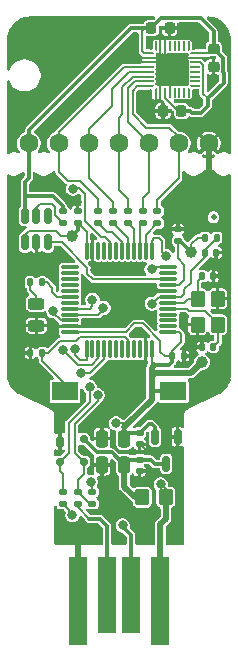
<source format=gbr>
%TF.GenerationSoftware,KiCad,Pcbnew,9.0.0+1*%
%TF.CreationDate,2025-04-22T17:22:07+02:00*%
%TF.ProjectId,ts13a_dev_kit,74733133-615f-4646-9576-5f6b69742e6b,rev?*%
%TF.SameCoordinates,Original*%
%TF.FileFunction,Copper,L1,Top*%
%TF.FilePolarity,Positive*%
%FSLAX46Y46*%
G04 Gerber Fmt 4.6, Leading zero omitted, Abs format (unit mm)*
G04 Created by KiCad (PCBNEW 9.0.0+1) date 2025-04-22 17:22:07*
%MOMM*%
%LPD*%
G01*
G04 APERTURE LIST*
G04 Aperture macros list*
%AMRoundRect*
0 Rectangle with rounded corners*
0 $1 Rounding radius*
0 $2 $3 $4 $5 $6 $7 $8 $9 X,Y pos of 4 corners*
0 Add a 4 corners polygon primitive as box body*
4,1,4,$2,$3,$4,$5,$6,$7,$8,$9,$2,$3,0*
0 Add four circle primitives for the rounded corners*
1,1,$1+$1,$2,$3*
1,1,$1+$1,$4,$5*
1,1,$1+$1,$6,$7*
1,1,$1+$1,$8,$9*
0 Add four rect primitives between the rounded corners*
20,1,$1+$1,$2,$3,$4,$5,0*
20,1,$1+$1,$4,$5,$6,$7,0*
20,1,$1+$1,$6,$7,$8,$9,0*
20,1,$1+$1,$8,$9,$2,$3,0*%
%AMFreePoly0*
4,1,14,0.314644,0.085355,0.385355,0.014644,0.400000,-0.020711,0.400000,-0.050000,0.385355,-0.085355,0.350000,-0.100000,-0.350000,-0.100000,-0.385355,-0.085355,-0.400000,-0.050000,-0.400000,0.050000,-0.385355,0.085355,-0.350000,0.100000,0.279289,0.100000,0.314644,0.085355,0.314644,0.085355,$1*%
%AMFreePoly1*
4,1,14,0.385355,0.085355,0.400000,0.050000,0.400000,0.020711,0.385355,-0.014644,0.314644,-0.085355,0.279289,-0.100000,-0.350000,-0.100000,-0.385355,-0.085355,-0.400000,-0.050000,-0.400000,0.050000,-0.385355,0.085355,-0.350000,0.100000,0.350000,0.100000,0.385355,0.085355,0.385355,0.085355,$1*%
%AMFreePoly2*
4,1,14,0.085355,0.385355,0.100000,0.350000,0.100000,-0.350000,0.085355,-0.385355,0.050000,-0.400000,-0.050000,-0.400000,-0.085355,-0.385355,-0.100000,-0.350000,-0.100000,0.279289,-0.085355,0.314644,-0.014644,0.385355,0.020711,0.400000,0.050000,0.400000,0.085355,0.385355,0.085355,0.385355,$1*%
%AMFreePoly3*
4,1,14,0.014644,0.385355,0.085355,0.314644,0.100000,0.279289,0.100000,-0.350000,0.085355,-0.385355,0.050000,-0.400000,-0.050000,-0.400000,-0.085355,-0.385355,-0.100000,-0.350000,-0.100000,0.350000,-0.085355,0.385355,-0.050000,0.400000,-0.020711,0.400000,0.014644,0.385355,0.014644,0.385355,$1*%
%AMFreePoly4*
4,1,14,0.385355,0.085355,0.400000,0.050000,0.400000,-0.050000,0.385355,-0.085355,0.350000,-0.100000,-0.279289,-0.100000,-0.314644,-0.085355,-0.385355,-0.014644,-0.400000,0.020711,-0.400000,0.050000,-0.385355,0.085355,-0.350000,0.100000,0.350000,0.100000,0.385355,0.085355,0.385355,0.085355,$1*%
%AMFreePoly5*
4,1,14,0.385355,0.085355,0.400000,0.050000,0.400000,-0.050000,0.385355,-0.085355,0.350000,-0.100000,-0.350000,-0.100000,-0.385355,-0.085355,-0.400000,-0.050000,-0.400000,-0.020711,-0.385355,0.014644,-0.314644,0.085355,-0.279289,0.100000,0.350000,0.100000,0.385355,0.085355,0.385355,0.085355,$1*%
%AMFreePoly6*
4,1,14,0.085355,0.385355,0.100000,0.350000,0.100000,-0.279289,0.085355,-0.314644,0.014644,-0.385355,-0.020711,-0.400000,-0.050000,-0.400000,-0.085355,-0.385355,-0.100000,-0.350000,-0.100000,0.350000,-0.085355,0.385355,-0.050000,0.400000,0.050000,0.400000,0.085355,0.385355,0.085355,0.385355,$1*%
%AMFreePoly7*
4,1,14,0.085355,0.385355,0.100000,0.350000,0.100000,-0.350000,0.085355,-0.385355,0.050000,-0.400000,0.020711,-0.400000,-0.014644,-0.385355,-0.085355,-0.314644,-0.100000,-0.279289,-0.100000,0.350000,-0.085355,0.385355,-0.050000,0.400000,0.050000,0.400000,0.085355,0.385355,0.085355,0.385355,$1*%
G04 Aperture macros list end*
%TA.AperFunction,SMDPad,CuDef*%
%ADD10RoundRect,0.225000X-0.225000X-0.250000X0.225000X-0.250000X0.225000X0.250000X-0.225000X0.250000X0*%
%TD*%
%TA.AperFunction,SMDPad,CuDef*%
%ADD11RoundRect,0.140000X-0.170000X0.140000X-0.170000X-0.140000X0.170000X-0.140000X0.170000X0.140000X0*%
%TD*%
%TA.AperFunction,SMDPad,CuDef*%
%ADD12RoundRect,0.150000X-0.150000X0.512500X-0.150000X-0.512500X0.150000X-0.512500X0.150000X0.512500X0*%
%TD*%
%TA.AperFunction,SMDPad,CuDef*%
%ADD13R,1.600000X7.500000*%
%TD*%
%TA.AperFunction,SMDPad,CuDef*%
%ADD14R,1.500000X6.500000*%
%TD*%
%TA.AperFunction,SMDPad,CuDef*%
%ADD15RoundRect,0.135000X-0.185000X0.135000X-0.185000X-0.135000X0.185000X-0.135000X0.185000X0.135000X0*%
%TD*%
%TA.AperFunction,ComponentPad*%
%ADD16C,1.600000*%
%TD*%
%TA.AperFunction,SMDPad,CuDef*%
%ADD17RoundRect,0.135000X-0.135000X-0.185000X0.135000X-0.185000X0.135000X0.185000X-0.135000X0.185000X0*%
%TD*%
%TA.AperFunction,SMDPad,CuDef*%
%ADD18R,2.180000X1.600000*%
%TD*%
%TA.AperFunction,SMDPad,CuDef*%
%ADD19RoundRect,0.140000X0.140000X0.170000X-0.140000X0.170000X-0.140000X-0.170000X0.140000X-0.170000X0*%
%TD*%
%TA.AperFunction,SMDPad,CuDef*%
%ADD20FreePoly0,0.000000*%
%TD*%
%TA.AperFunction,SMDPad,CuDef*%
%ADD21RoundRect,0.050000X-0.350000X-0.050000X0.350000X-0.050000X0.350000X0.050000X-0.350000X0.050000X0*%
%TD*%
%TA.AperFunction,SMDPad,CuDef*%
%ADD22FreePoly1,0.000000*%
%TD*%
%TA.AperFunction,SMDPad,CuDef*%
%ADD23FreePoly2,0.000000*%
%TD*%
%TA.AperFunction,SMDPad,CuDef*%
%ADD24RoundRect,0.050000X-0.050000X-0.350000X0.050000X-0.350000X0.050000X0.350000X-0.050000X0.350000X0*%
%TD*%
%TA.AperFunction,SMDPad,CuDef*%
%ADD25FreePoly3,0.000000*%
%TD*%
%TA.AperFunction,SMDPad,CuDef*%
%ADD26FreePoly4,0.000000*%
%TD*%
%TA.AperFunction,SMDPad,CuDef*%
%ADD27FreePoly5,0.000000*%
%TD*%
%TA.AperFunction,SMDPad,CuDef*%
%ADD28FreePoly6,0.000000*%
%TD*%
%TA.AperFunction,SMDPad,CuDef*%
%ADD29FreePoly7,0.000000*%
%TD*%
%TA.AperFunction,HeatsinkPad*%
%ADD30R,2.650000X2.650000*%
%TD*%
%TA.AperFunction,SMDPad,CuDef*%
%ADD31RoundRect,0.250000X0.350000X-0.450000X0.350000X0.450000X-0.350000X0.450000X-0.350000X-0.450000X0*%
%TD*%
%TA.AperFunction,SMDPad,CuDef*%
%ADD32RoundRect,0.243750X0.456250X-0.243750X0.456250X0.243750X-0.456250X0.243750X-0.456250X-0.243750X0*%
%TD*%
%TA.AperFunction,SMDPad,CuDef*%
%ADD33RoundRect,0.225000X0.225000X0.250000X-0.225000X0.250000X-0.225000X-0.250000X0.225000X-0.250000X0*%
%TD*%
%TA.AperFunction,SMDPad,CuDef*%
%ADD34RoundRect,0.225000X0.250000X-0.225000X0.250000X0.225000X-0.250000X0.225000X-0.250000X-0.225000X0*%
%TD*%
%TA.AperFunction,SMDPad,CuDef*%
%ADD35RoundRect,0.075000X0.662500X0.075000X-0.662500X0.075000X-0.662500X-0.075000X0.662500X-0.075000X0*%
%TD*%
%TA.AperFunction,SMDPad,CuDef*%
%ADD36RoundRect,0.075000X0.075000X0.662500X-0.075000X0.662500X-0.075000X-0.662500X0.075000X-0.662500X0*%
%TD*%
%TA.AperFunction,SMDPad,CuDef*%
%ADD37RoundRect,0.135000X0.185000X-0.135000X0.185000X0.135000X-0.185000X0.135000X-0.185000X-0.135000X0*%
%TD*%
%TA.AperFunction,SMDPad,CuDef*%
%ADD38RoundRect,0.250000X-0.350000X-0.450000X0.350000X-0.450000X0.350000X0.450000X-0.350000X0.450000X0*%
%TD*%
%TA.AperFunction,SMDPad,CuDef*%
%ADD39RoundRect,0.250000X0.250000X0.475000X-0.250000X0.475000X-0.250000X-0.475000X0.250000X-0.475000X0*%
%TD*%
%TA.AperFunction,SMDPad,CuDef*%
%ADD40RoundRect,0.150000X0.150000X-0.512500X0.150000X0.512500X-0.150000X0.512500X-0.150000X-0.512500X0*%
%TD*%
%TA.AperFunction,SMDPad,CuDef*%
%ADD41RoundRect,0.140000X-0.140000X-0.170000X0.140000X-0.170000X0.140000X0.170000X-0.140000X0.170000X0*%
%TD*%
%TA.AperFunction,SMDPad,CuDef*%
%ADD42RoundRect,0.135000X0.135000X0.185000X-0.135000X0.185000X-0.135000X-0.185000X0.135000X-0.185000X0*%
%TD*%
%TA.AperFunction,SMDPad,CuDef*%
%ADD43RoundRect,0.175000X-0.175000X-0.325000X0.175000X-0.325000X0.175000X0.325000X-0.175000X0.325000X0*%
%TD*%
%TA.AperFunction,SMDPad,CuDef*%
%ADD44RoundRect,0.150000X-0.200000X-0.150000X0.200000X-0.150000X0.200000X0.150000X-0.200000X0.150000X0*%
%TD*%
%TA.AperFunction,SMDPad,CuDef*%
%ADD45C,0.500000*%
%TD*%
%TA.AperFunction,ViaPad*%
%ADD46C,0.800000*%
%TD*%
%TA.AperFunction,ViaPad*%
%ADD47C,1.000000*%
%TD*%
%TA.AperFunction,Conductor*%
%ADD48C,0.200000*%
%TD*%
%TA.AperFunction,Conductor*%
%ADD49C,0.500000*%
%TD*%
%TA.AperFunction,Conductor*%
%ADD50C,0.300000*%
%TD*%
G04 APERTURE END LIST*
D10*
%TO.P,C2,1*%
%TO.N,GND*%
X133725000Y-58500000D03*
%TO.P,C2,2*%
%TO.N,T_VCC*%
X135275000Y-58500000D03*
%TD*%
D11*
%TO.P,C13,1*%
%TO.N,GND*%
X126500000Y-67020000D03*
%TO.P,C13,2*%
%TO.N,VCC*%
X126500000Y-67980000D03*
%TD*%
D12*
%TO.P,IC3,1,GND*%
%TO.N,GND*%
X134950000Y-86112500D03*
%TO.P,IC3,2,VO*%
%TO.N,VCC*%
X133050000Y-86112500D03*
%TO.P,IC3,3,VI*%
%TO.N,/USB_PWR_5V*%
X134000000Y-88387500D03*
%TD*%
D13*
%TO.P,J1,1,VBUS*%
%TO.N,Net-(J1-VBUS)*%
X133500000Y-99995000D03*
D14*
%TO.P,J1,2,D-*%
%TO.N,Net-(J1-D-)*%
X131000000Y-99495000D03*
%TO.P,J1,3,D+*%
%TO.N,Net-(J1-D+)*%
X129000000Y-99495000D03*
D13*
%TO.P,J1,4,GND*%
%TO.N,GND*%
X126500000Y-99995000D03*
%TD*%
D15*
%TO.P,R7,1*%
%TO.N,Net-(IC1-CSN)*%
X133250000Y-66990000D03*
%TO.P,R7,2*%
%TO.N,/SPI_CS*%
X133250000Y-68010000D03*
%TD*%
%TO.P,R3,1*%
%TO.N,Net-(IC1-SDI)*%
X129500000Y-66990000D03*
%TO.P,R3,2*%
%TO.N,/SPI_MOSI*%
X129500000Y-68010000D03*
%TD*%
D16*
%TO.P,PAD3,1,1*%
%TO.N,Net-(IC1-GPO)*%
X124900000Y-61250000D03*
%TD*%
D17*
%TO.P,R1,1*%
%TO.N,VCC*%
X137240000Y-69250000D03*
%TO.P,R1,2*%
%TO.N,/NRST*%
X138260000Y-69250000D03*
%TD*%
D16*
%TO.P,PAD4,1,1*%
%TO.N,Net-(IC1-CSN)*%
X135060000Y-61250000D03*
%TD*%
D18*
%TO.P,SW1,1,1*%
%TO.N,VCC*%
X134590000Y-82250000D03*
%TO.P,SW1,2,2*%
%TO.N,/BOOT1*%
X125410000Y-82250000D03*
%TD*%
D16*
%TO.P,PAD6,1,1*%
%TO.N,Net-(IC1-SDO)*%
X129980000Y-61250000D03*
%TD*%
D19*
%TO.P,C9,1*%
%TO.N,GND*%
X135480000Y-79250000D03*
%TO.P,C9,2*%
%TO.N,VCC*%
X134520000Y-79250000D03*
%TD*%
D20*
%TO.P,IC1,1,VCC*%
%TO.N,T_VCC*%
X132550000Y-53600000D03*
D21*
%TO.P,IC1,2,GND*%
%TO.N,GND*%
X132550000Y-54000000D03*
%TO.P,IC1,3,PULLDN*%
X132550000Y-54400000D03*
%TO.P,IC1,4,GPO*%
%TO.N,Net-(IC1-GPO)*%
X132550000Y-54800000D03*
%TO.P,IC1,5,SDI*%
%TO.N,Net-(IC1-SDI)*%
X132550000Y-55200000D03*
%TO.P,IC1,6,SDO*%
%TO.N,Net-(IC1-SDO)*%
X132550000Y-55600000D03*
%TO.P,IC1,7,SCK*%
%TO.N,Net-(IC1-SCK)*%
X132550000Y-56000000D03*
D22*
%TO.P,IC1,8,CSN*%
%TO.N,Net-(IC1-CSN)*%
X132550000Y-56400000D03*
D23*
%TO.P,IC1,9,PULLDN*%
%TO.N,GND*%
X133100000Y-56950000D03*
D24*
%TO.P,IC1,10,PULLDN*%
X133500000Y-56950000D03*
%TO.P,IC1,11,VCC*%
%TO.N,T_VCC*%
X133900000Y-56950000D03*
%TO.P,IC1,12,GND*%
%TO.N,GND*%
X134300000Y-56950000D03*
%TO.P,IC1,13,DNC*%
%TO.N,unconnected-(IC1-DNC-Pad13)*%
X134700000Y-56950000D03*
%TO.P,IC1,14,DNC*%
%TO.N,unconnected-(IC1-DNC-Pad14)*%
X135100000Y-56950000D03*
%TO.P,IC1,15*%
%TO.N,N/C*%
X135500000Y-56950000D03*
D25*
%TO.P,IC1,16*%
X135900000Y-56950000D03*
D26*
%TO.P,IC1,17,DNC*%
%TO.N,unconnected-(IC1-DNC-Pad17)*%
X136450000Y-56400000D03*
D21*
%TO.P,IC1,18,DNC*%
%TO.N,unconnected-(IC1-DNC-Pad18)*%
X136450000Y-56000000D03*
%TO.P,IC1,19,DNC*%
%TO.N,unconnected-(IC1-DNC-Pad19)*%
X136450000Y-55600000D03*
%TO.P,IC1,20,DNC*%
%TO.N,unconnected-(IC1-DNC-Pad20)*%
X136450000Y-55200000D03*
%TO.P,IC1,21,DNC*%
%TO.N,unconnected-(IC1-DNC-Pad21)*%
X136450000Y-54800000D03*
%TO.P,IC1,22,PULLUP*%
%TO.N,T_VCC*%
X136450000Y-54400000D03*
%TO.P,IC1,23,GND*%
%TO.N,GND*%
X136450000Y-54000000D03*
D27*
%TO.P,IC1,24,VCC*%
%TO.N,T_VCC*%
X136450000Y-53600000D03*
D28*
%TO.P,IC1,25*%
%TO.N,N/C*%
X135900000Y-53050000D03*
D24*
%TO.P,IC1,26,DNC*%
%TO.N,unconnected-(IC1-DNC-Pad26)*%
X135500000Y-53050000D03*
%TO.P,IC1,27,DNC*%
%TO.N,unconnected-(IC1-DNC-Pad27)*%
X135100000Y-53050000D03*
%TO.P,IC1,28,DNC*%
%TO.N,unconnected-(IC1-DNC-Pad28)*%
X134700000Y-53050000D03*
%TO.P,IC1,29,DNC*%
%TO.N,unconnected-(IC1-DNC-Pad29)*%
X134300000Y-53050000D03*
%TO.P,IC1,30,PULLDN*%
%TO.N,GND*%
X133900000Y-53050000D03*
%TO.P,IC1,31,PULLDN*%
X133500000Y-53050000D03*
D29*
%TO.P,IC1,32*%
%TO.N,N/C*%
X133100000Y-53050000D03*
D30*
%TO.P,IC1,33,TP*%
%TO.N,GND*%
X134500000Y-55000000D03*
%TD*%
D31*
%TO.P,X1,1,1*%
%TO.N,Net-(IC2-PH0)*%
X138350000Y-76600000D03*
%TO.P,X1,2,2*%
%TO.N,GND*%
X138350000Y-74400000D03*
%TO.P,X1,3,3*%
%TO.N,Net-(IC2-PH1)*%
X136650000Y-74400000D03*
%TO.P,X1,4,4*%
%TO.N,GND*%
X136650000Y-76600000D03*
%TD*%
D11*
%TO.P,C5,1*%
%TO.N,/USB_PWR_5V*%
X131750000Y-88020000D03*
%TO.P,C5,2*%
%TO.N,GND*%
X131750000Y-88980000D03*
%TD*%
D32*
%TO.P,D1,1,K*%
%TO.N,GND*%
X123000000Y-76687500D03*
%TO.P,D1,2,A*%
%TO.N,Net-(D1-A)*%
X123000000Y-74812500D03*
%TD*%
D17*
%TO.P,R13,1*%
%TO.N,Net-(D1-A)*%
X122490000Y-73000000D03*
%TO.P,R13,2*%
%TO.N,/LED*%
X123510000Y-73000000D03*
%TD*%
D33*
%TO.P,C1,1*%
%TO.N,GND*%
X134275000Y-51500000D03*
%TO.P,C1,2*%
%TO.N,T_VCC*%
X132725000Y-51500000D03*
%TD*%
D16*
%TO.P,PAD2,1,1*%
%TO.N,GND*%
X137600000Y-61250000D03*
%TD*%
D34*
%TO.P,C3,1*%
%TO.N,GND*%
X138000000Y-54775000D03*
%TO.P,C3,2*%
%TO.N,T_VCC*%
X138000000Y-53225000D03*
%TD*%
D19*
%TO.P,C11,1*%
%TO.N,Net-(IC2-PH0)*%
X137980000Y-78500000D03*
%TO.P,C11,2*%
%TO.N,GND*%
X137020000Y-78500000D03*
%TD*%
D35*
%TO.P,IC2,1,VBAT*%
%TO.N,VCC*%
X134162500Y-77250000D03*
%TO.P,IC2,2,PC13*%
%TO.N,unconnected-(IC2-PC13-Pad2)*%
X134162500Y-76750000D03*
%TO.P,IC2,3,PC14*%
%TO.N,unconnected-(IC2-PC14-Pad3)*%
X134162500Y-76250000D03*
%TO.P,IC2,4,PC15*%
%TO.N,unconnected-(IC2-PC15-Pad4)*%
X134162500Y-75750000D03*
%TO.P,IC2,5,PH0*%
%TO.N,Net-(IC2-PH0)*%
X134162500Y-75250000D03*
%TO.P,IC2,6,PH1*%
%TO.N,Net-(IC2-PH1)*%
X134162500Y-74750000D03*
%TO.P,IC2,7,NRST*%
%TO.N,/NRST*%
X134162500Y-74250000D03*
%TO.P,IC2,8,VSSA*%
%TO.N,GND*%
X134162500Y-73750000D03*
%TO.P,IC2,9,VDDA*%
%TO.N,VCC*%
X134162500Y-73250000D03*
%TO.P,IC2,10,PA0*%
%TO.N,/T_PWR_ON*%
X134162500Y-72750000D03*
%TO.P,IC2,11,PA1*%
%TO.N,unconnected-(IC2-PA1-Pad11)*%
X134162500Y-72250000D03*
%TO.P,IC2,12,PA2*%
%TO.N,/U2_TX*%
X134162500Y-71750000D03*
D36*
%TO.P,IC2,13,PA3*%
%TO.N,/U2_RX*%
X132750000Y-70337500D03*
%TO.P,IC2,14,PA4*%
%TO.N,/SPI_CS*%
X132250000Y-70337500D03*
%TO.P,IC2,15,PA5*%
%TO.N,/SPI_SCK*%
X131750000Y-70337500D03*
%TO.P,IC2,16,PA6*%
%TO.N,/SPI_MISO*%
X131250000Y-70337500D03*
%TO.P,IC2,17,PA7*%
%TO.N,/SPI_MOSI*%
X130750000Y-70337500D03*
%TO.P,IC2,18,PB0*%
%TO.N,/GPO*%
X130250000Y-70337500D03*
%TO.P,IC2,19,PB1*%
%TO.N,unconnected-(IC2-PB1-Pad19)*%
X129750000Y-70337500D03*
%TO.P,IC2,20,PB2*%
%TO.N,Net-(IC2-PB2)*%
X129250000Y-70337500D03*
%TO.P,IC2,21,PB10*%
%TO.N,unconnected-(IC2-PB10-Pad21)*%
X128750000Y-70337500D03*
%TO.P,IC2,22,VCAP*%
%TO.N,unconnected-(IC2-VCAP-Pad22)*%
X128250000Y-70337500D03*
%TO.P,IC2,23,VSS*%
%TO.N,GND*%
X127750000Y-70337500D03*
%TO.P,IC2,24,VDD*%
%TO.N,VCC*%
X127250000Y-70337500D03*
D35*
%TO.P,IC2,25,PB12*%
%TO.N,unconnected-(IC2-PB12-Pad25)*%
X125837500Y-71750000D03*
%TO.P,IC2,26,PB13*%
%TO.N,unconnected-(IC2-PB13-Pad26)*%
X125837500Y-72250000D03*
%TO.P,IC2,27,PB14*%
%TO.N,unconnected-(IC2-PB14-Pad27)*%
X125837500Y-72750000D03*
%TO.P,IC2,28,PB15*%
%TO.N,unconnected-(IC2-PB15-Pad28)*%
X125837500Y-73250000D03*
%TO.P,IC2,29,PA8*%
%TO.N,unconnected-(IC2-PA8-Pad29)*%
X125837500Y-73750000D03*
%TO.P,IC2,30,PA9*%
%TO.N,/LED*%
X125837500Y-74250000D03*
%TO.P,IC2,31,PA10*%
%TO.N,unconnected-(IC2-PA10-Pad31)*%
X125837500Y-74750000D03*
%TO.P,IC2,32,PA11*%
%TO.N,/USB_N*%
X125837500Y-75250000D03*
%TO.P,IC2,33,PA12*%
%TO.N,/USB_P*%
X125837500Y-75750000D03*
%TO.P,IC2,34,PA13*%
%TO.N,/SWDIO*%
X125837500Y-76250000D03*
%TO.P,IC2,35,VSS*%
%TO.N,GND*%
X125837500Y-76750000D03*
%TO.P,IC2,36,VDD*%
%TO.N,VCC*%
X125837500Y-77250000D03*
D36*
%TO.P,IC2,37,PA14*%
%TO.N,/SWCLK*%
X127250000Y-78662500D03*
%TO.P,IC2,38,PA15*%
%TO.N,unconnected-(IC2-PA15-Pad38)*%
X127750000Y-78662500D03*
%TO.P,IC2,39,PB3*%
%TO.N,Net-(IC2-PB3)*%
X128250000Y-78662500D03*
%TO.P,IC2,40,PB4*%
%TO.N,Net-(IC2-PB4)*%
X128750000Y-78662500D03*
%TO.P,IC2,41,PB5*%
%TO.N,unconnected-(IC2-PB5-Pad41)*%
X129250000Y-78662500D03*
%TO.P,IC2,42,PB6*%
%TO.N,unconnected-(IC2-PB6-Pad42)*%
X129750000Y-78662500D03*
%TO.P,IC2,43,PB7*%
%TO.N,unconnected-(IC2-PB7-Pad43)*%
X130250000Y-78662500D03*
%TO.P,IC2,44,PH3*%
%TO.N,/BOOT1*%
X130750000Y-78662500D03*
%TO.P,IC2,45,PB8*%
%TO.N,unconnected-(IC2-PB8-Pad45)*%
X131250000Y-78662500D03*
%TO.P,IC2,46,PB9*%
%TO.N,unconnected-(IC2-PB9-Pad46)*%
X131750000Y-78662500D03*
%TO.P,IC2,47,VSS*%
%TO.N,GND*%
X132250000Y-78662500D03*
%TO.P,IC2,48,VDD*%
%TO.N,VCC*%
X132750000Y-78662500D03*
%TD*%
D37*
%TO.P,R12,1*%
%TO.N,Net-(IC4-QOD)*%
X125250000Y-68010000D03*
%TO.P,R12,2*%
%TO.N,T_VCC*%
X125250000Y-66990000D03*
%TD*%
D38*
%TO.P,F1,1*%
%TO.N,/USB_PWR_5V*%
X131959484Y-91208019D03*
%TO.P,F1,2*%
%TO.N,Net-(J1-VBUS)*%
X133959484Y-91208019D03*
%TD*%
D39*
%TO.P,C4,1*%
%TO.N,/USB_PWR_5V*%
X130450000Y-88500000D03*
%TO.P,C4,2*%
%TO.N,GND*%
X128550000Y-88500000D03*
%TD*%
D15*
%TO.P,R5,1*%
%TO.N,Net-(IC1-SCK)*%
X132000000Y-66990000D03*
%TO.P,R5,2*%
%TO.N,/SPI_SCK*%
X132000000Y-68010000D03*
%TD*%
D16*
%TO.P,PAD1,1,1*%
%TO.N,T_VCC*%
X122360000Y-61250000D03*
%TD*%
D40*
%TO.P,IC4,1,VIN*%
%TO.N,VCC*%
X122050000Y-69637500D03*
%TO.P,IC4,2,GND*%
%TO.N,GND*%
X123000000Y-69637500D03*
%TO.P,IC4,3,ON*%
%TO.N,/T_PWR_ON*%
X123950000Y-69637500D03*
%TO.P,IC4,4,CT*%
%TO.N,unconnected-(IC4-CT-Pad4)*%
X123950000Y-67362500D03*
%TO.P,IC4,5,QOD*%
%TO.N,Net-(IC4-QOD)*%
X123000000Y-67362500D03*
%TO.P,IC4,6,VOUT*%
%TO.N,T_VCC*%
X122050000Y-67362500D03*
%TD*%
D37*
%TO.P,R10,1*%
%TO.N,Net-(J1-D+)*%
X126500000Y-91760000D03*
%TO.P,R10,2*%
%TO.N,/USB_P*%
X126500000Y-90740000D03*
%TD*%
D16*
%TO.P,PAD7,1,1*%
%TO.N,Net-(IC1-SDI)*%
X127440000Y-61250000D03*
%TD*%
D41*
%TO.P,C12,1*%
%TO.N,Net-(IC2-PH1)*%
X137020000Y-72500000D03*
%TO.P,C12,2*%
%TO.N,GND*%
X137980000Y-72500000D03*
%TD*%
D15*
%TO.P,R2,1*%
%TO.N,Net-(IC1-GPO)*%
X128250000Y-66990000D03*
%TO.P,R2,2*%
%TO.N,/GPO*%
X128250000Y-68010000D03*
%TD*%
%TO.P,R11,1*%
%TO.N,VCC*%
X127750000Y-90740000D03*
%TO.P,R11,2*%
%TO.N,/USB_P*%
X127750000Y-91760000D03*
%TD*%
D41*
%TO.P,C10,1*%
%TO.N,/NRST*%
X137270000Y-70500000D03*
%TO.P,C10,2*%
%TO.N,GND*%
X138230000Y-70500000D03*
%TD*%
D11*
%TO.P,C8,1*%
%TO.N,GND*%
X135000000Y-68520000D03*
%TO.P,C8,2*%
%TO.N,VCC*%
X135000000Y-69480000D03*
%TD*%
D16*
%TO.P,PAD5,1,1*%
%TO.N,Net-(IC1-SCK)*%
X132520000Y-61250000D03*
%TD*%
D39*
%TO.P,C7,1*%
%TO.N,VCC*%
X130450000Y-86250000D03*
%TO.P,C7,2*%
%TO.N,GND*%
X128550000Y-86250000D03*
%TD*%
D11*
%TO.P,C6,1*%
%TO.N,VCC*%
X131750000Y-85770000D03*
%TO.P,C6,2*%
%TO.N,GND*%
X131750000Y-86730000D03*
%TD*%
D15*
%TO.P,R4,1*%
%TO.N,Net-(IC1-SDO)*%
X130750000Y-66990000D03*
%TO.P,R4,2*%
%TO.N,/SPI_MISO*%
X130750000Y-68010000D03*
%TD*%
D37*
%TO.P,R9,1*%
%TO.N,Net-(J1-D-)*%
X125250000Y-91760000D03*
%TO.P,R9,2*%
%TO.N,/USB_N*%
X125250000Y-90740000D03*
%TD*%
D42*
%TO.P,R6,1*%
%TO.N,/BOOT1*%
X123510000Y-79000000D03*
%TO.P,R6,2*%
%TO.N,GND*%
X122490000Y-79000000D03*
%TD*%
D43*
%TO.P,D2,1,GND*%
%TO.N,GND*%
X125000000Y-86500000D03*
D44*
%TO.P,D2,2,I/O1*%
%TO.N,/USB_N*%
X125000000Y-88200000D03*
%TO.P,D2,3,I/O2*%
%TO.N,/USB_P*%
X127000000Y-88200000D03*
%TO.P,D2,4,VCC*%
%TO.N,/USB_PWR_5V*%
X127000000Y-86300000D03*
%TD*%
D45*
%TO.P,FID1,*%
%TO.N,*%
X138000000Y-67500000D03*
%TD*%
D46*
%TO.N,GND*%
X126411000Y-66200000D03*
X128000000Y-85000000D03*
X129000000Y-89750000D03*
X121000000Y-65000000D03*
X122750000Y-51000000D03*
X136250000Y-78500000D03*
X138000000Y-55750000D03*
X127250000Y-73500000D03*
X132100000Y-57200000D03*
X132750000Y-76000000D03*
X136800000Y-52600000D03*
X131750000Y-82000000D03*
X139090000Y-81260000D03*
X131000000Y-52750000D03*
X123000000Y-77750000D03*
X126300000Y-57550000D03*
X121000000Y-57500000D03*
X131000000Y-53920000D03*
X123500000Y-71000000D03*
X138900000Y-52300000D03*
X120920000Y-81170000D03*
X132750000Y-73750000D03*
X136600000Y-57800000D03*
X131500000Y-72000000D03*
X120920000Y-70750000D03*
X130000000Y-92000000D03*
X121000000Y-52750000D03*
X128000000Y-72000000D03*
X124910000Y-85150000D03*
X139000000Y-65000000D03*
X135030000Y-92570000D03*
X127500000Y-76500000D03*
X130000000Y-51000000D03*
X132740000Y-58480000D03*
X138750000Y-72500000D03*
X135600000Y-51600000D03*
X121000000Y-78500000D03*
X124940000Y-92850000D03*
X132500000Y-89500000D03*
X139000000Y-57500000D03*
X134990000Y-87240000D03*
X131750000Y-77250000D03*
X139000000Y-68140000D03*
D47*
%TO.N,VCC*%
X137020000Y-79770000D03*
D46*
X127600000Y-89900000D03*
D47*
X126000000Y-69100000D03*
D46*
X129750000Y-84950000D03*
D47*
X136130000Y-70480000D03*
D46*
%TO.N,/NRST*%
X132770000Y-74820000D03*
%TO.N,/USB_P*%
X128200000Y-82580000D03*
X128680000Y-75188280D03*
%TO.N,/USB_N*%
X127750000Y-74500000D03*
X127500000Y-81858611D03*
%TO.N,/SWCLK*%
X126300000Y-78700000D03*
%TO.N,/U2_TX*%
X132750000Y-71930000D03*
%TO.N,/SWDIO*%
X124420000Y-75450000D03*
%TO.N,/U2_RX*%
X133970000Y-70780000D03*
%TO.N,Net-(J1-VBUS)*%
X133520000Y-90110000D03*
%TO.N,Net-(J1-D-)*%
X130300000Y-93600000D03*
X126055025Y-92744975D03*
%TO.N,Net-(IC2-PB3)*%
X125229975Y-78759975D03*
%TO.N,Net-(IC2-PB2)*%
X126101627Y-65100000D03*
%TO.N,Net-(IC2-PB4)*%
X126810000Y-80710000D03*
%TD*%
D48*
%TO.N,VCC*%
X134162500Y-73250000D02*
X135090000Y-73250000D01*
X135090000Y-73250000D02*
X135520000Y-72820000D01*
X135520000Y-71520000D02*
X135000000Y-71000000D01*
X135000000Y-71000000D02*
X135000000Y-69480000D01*
X135520000Y-72820000D02*
X135520000Y-71520000D01*
%TO.N,GND*%
X134300000Y-56950000D02*
X134300000Y-55200000D01*
X132550000Y-54000000D02*
X131080000Y-54000000D01*
X131080000Y-54000000D02*
X131000000Y-53920000D01*
X133900000Y-53050000D02*
X133900000Y-54400000D01*
X132250000Y-78662500D02*
X132250000Y-77750000D01*
X127750000Y-71750000D02*
X128000000Y-72000000D01*
X133500000Y-56950000D02*
X133500000Y-56000000D01*
X133500000Y-53050000D02*
X133500000Y-54000000D01*
X132260000Y-87240000D02*
X134990000Y-87240000D01*
X127250000Y-76750000D02*
X125837500Y-76750000D01*
X133500000Y-54000000D02*
X134500000Y-55000000D01*
X133500000Y-52280000D02*
X134070000Y-52280000D01*
X133500000Y-56950000D02*
X133500000Y-57660000D01*
D49*
X126500000Y-93740000D02*
X125830000Y-93740000D01*
D48*
X127500000Y-76500000D02*
X127250000Y-76750000D01*
X126500000Y-66289000D02*
X126411000Y-66200000D01*
X132550000Y-54400000D02*
X133900000Y-54400000D01*
D49*
X126500000Y-99995000D02*
X126500000Y-93740000D01*
D48*
X134300000Y-55200000D02*
X134500000Y-55000000D01*
X126500000Y-67020000D02*
X126500000Y-66289000D01*
X134162500Y-73750000D02*
X132750000Y-73750000D01*
X123000000Y-69637500D02*
X123000000Y-70500000D01*
X133100000Y-57730000D02*
X133430000Y-57730000D01*
X131480000Y-54400000D02*
X131000000Y-53920000D01*
X133500000Y-53050000D02*
X133500000Y-52280000D01*
X133500000Y-56000000D02*
X134500000Y-55000000D01*
X132250000Y-77750000D02*
X131750000Y-77250000D01*
X133900000Y-54400000D02*
X134500000Y-55000000D01*
X133900000Y-53050000D02*
X133900000Y-52290000D01*
X132550000Y-54400000D02*
X131480000Y-54400000D01*
X136450000Y-54000000D02*
X135500000Y-54000000D01*
X133430000Y-57730000D02*
X133500000Y-57660000D01*
X135500000Y-54000000D02*
X134500000Y-55000000D01*
X132550000Y-54000000D02*
X133500000Y-54000000D01*
X134070000Y-52280000D02*
X134080000Y-52290000D01*
X127750000Y-70337500D02*
X127750000Y-71750000D01*
X123000000Y-70500000D02*
X123500000Y-71000000D01*
X133100000Y-56950000D02*
X133100000Y-57730000D01*
D49*
X125830000Y-93740000D02*
X124940000Y-92850000D01*
D48*
X138000000Y-54000000D02*
X138000000Y-54775000D01*
X131750000Y-86730000D02*
X132260000Y-87240000D01*
D49*
X137600000Y-64800000D02*
X137600000Y-61350000D01*
D48*
X136450000Y-54000000D02*
X138000000Y-54000000D01*
%TO.N,VCC*%
X133500000Y-78890000D02*
X133860000Y-79250000D01*
D49*
X130705000Y-85045000D02*
X132750000Y-83000000D01*
D48*
X136130000Y-69800000D02*
X136130000Y-70480000D01*
X125837500Y-77250000D02*
X125887500Y-77300000D01*
D50*
X130450000Y-86250000D02*
X130450000Y-85300000D01*
X126500000Y-67980000D02*
X126500000Y-68600000D01*
D49*
X137020000Y-79770000D02*
X136080000Y-80710000D01*
D48*
X126568724Y-77223000D02*
X130577000Y-77223000D01*
D50*
X131750000Y-85770000D02*
X130930000Y-85770000D01*
X134250000Y-80000000D02*
X134520000Y-79730000D01*
X135130000Y-69480000D02*
X136130000Y-70480000D01*
X134520000Y-79730000D02*
X134520000Y-79250000D01*
D48*
X136680000Y-69250000D02*
X136130000Y-69800000D01*
X127250000Y-70337500D02*
X127250000Y-68730000D01*
X132750000Y-79750000D02*
X133000000Y-80000000D01*
X127750000Y-90050000D02*
X127600000Y-89900000D01*
X135260000Y-78060000D02*
X134520000Y-78800000D01*
X135080000Y-77250000D02*
X135260000Y-77430000D01*
X127250000Y-68730000D02*
X126500000Y-67980000D01*
X124624000Y-68674000D02*
X125050000Y-69100000D01*
D49*
X132750000Y-80250000D02*
X133000000Y-80000000D01*
X132750000Y-82250000D02*
X132750000Y-80970000D01*
D48*
X134162500Y-77250000D02*
X135080000Y-77250000D01*
X125887500Y-77300000D02*
X126491724Y-77300000D01*
X122351001Y-68674000D02*
X124624000Y-68674000D01*
D50*
X130930000Y-85770000D02*
X130450000Y-86250000D01*
X133050000Y-85300000D02*
X132750000Y-85000000D01*
D48*
X131991364Y-76500000D02*
X133500000Y-78008636D01*
X130577000Y-77223000D02*
X131300000Y-76500000D01*
X132750000Y-78662500D02*
X132750000Y-79750000D01*
D49*
X136080000Y-80710000D02*
X133010000Y-80710000D01*
D50*
X135000000Y-69480000D02*
X135130000Y-69480000D01*
D48*
X125050000Y-69100000D02*
X126000000Y-69100000D01*
D50*
X132750000Y-85000000D02*
X132520000Y-85000000D01*
D48*
X130620000Y-84950000D02*
X130705000Y-85035000D01*
D50*
X134590000Y-82250000D02*
X132750000Y-82250000D01*
D48*
X127750000Y-90740000D02*
X127750000Y-90050000D01*
D49*
X133010000Y-80710000D02*
X132750000Y-80970000D01*
D48*
X126491724Y-77300000D02*
X126568724Y-77223000D01*
D50*
X133000000Y-80000000D02*
X134250000Y-80000000D01*
D49*
X132750000Y-83000000D02*
X132750000Y-82250000D01*
D48*
X133500000Y-78008636D02*
X133500000Y-78890000D01*
X131300000Y-76500000D02*
X131991364Y-76500000D01*
D50*
X126500000Y-68600000D02*
X126000000Y-69100000D01*
D48*
X122050000Y-69637500D02*
X122050000Y-68975001D01*
X122050000Y-68975001D02*
X122351001Y-68674000D01*
X130705000Y-85035000D02*
X130705000Y-85045000D01*
X134520000Y-78800000D02*
X134520000Y-79250000D01*
D50*
X133050000Y-86112500D02*
X133050000Y-85300000D01*
D48*
X129750000Y-84950000D02*
X130620000Y-84950000D01*
D49*
X132750000Y-80970000D02*
X132750000Y-80250000D01*
D50*
X132520000Y-85000000D02*
X131750000Y-85770000D01*
D48*
X133860000Y-79250000D02*
X134520000Y-79250000D01*
X137240000Y-69250000D02*
X136680000Y-69250000D01*
D49*
X130450000Y-85300000D02*
X130705000Y-85045000D01*
D48*
X135260000Y-77430000D02*
X135260000Y-78060000D01*
D50*
%TO.N,/USB_PWR_5V*%
X133040000Y-88390000D02*
X133042500Y-88387500D01*
X133042500Y-88387500D02*
X134000000Y-88387500D01*
D49*
X131959484Y-91208019D02*
X131348019Y-91208019D01*
D50*
X130930000Y-88020000D02*
X130450000Y-88500000D01*
X129374000Y-87424000D02*
X130450000Y-88500000D01*
X131750000Y-88020000D02*
X130930000Y-88020000D01*
D49*
X130450000Y-90310000D02*
X130450000Y-88500000D01*
D50*
X132670000Y-88020000D02*
X133040000Y-88390000D01*
X128124000Y-87424000D02*
X129374000Y-87424000D01*
X127000000Y-86300000D02*
X128124000Y-87424000D01*
X131750000Y-88020000D02*
X132670000Y-88020000D01*
D49*
X131348019Y-91208019D02*
X130450000Y-90310000D01*
D48*
%TO.N,/NRST*%
X134162500Y-74250000D02*
X133340000Y-74250000D01*
X135510000Y-74020000D02*
X135510000Y-73610000D01*
X135510000Y-73610000D02*
X136060000Y-73060000D01*
X137270000Y-70500000D02*
X137270000Y-70240000D01*
X137270000Y-70890000D02*
X137270000Y-70500000D01*
X134162500Y-74250000D02*
X135280000Y-74250000D01*
X136060000Y-73060000D02*
X136060000Y-72100000D01*
X133340000Y-74250000D02*
X132770000Y-74820000D01*
X137270000Y-70240000D02*
X138260000Y-69250000D01*
X136060000Y-72100000D02*
X137270000Y-70890000D01*
X135280000Y-74250000D02*
X135510000Y-74020000D01*
D50*
%TO.N,T_VCC*%
X122050000Y-64490000D02*
X122050000Y-65750000D01*
D48*
X136875650Y-54400000D02*
X137110000Y-54634350D01*
D50*
X136900000Y-50650000D02*
X138000000Y-51750000D01*
X138850000Y-55269408D02*
X138825000Y-55244408D01*
D48*
X137110000Y-57062082D02*
X137500000Y-57452082D01*
X136450000Y-53600000D02*
X137625000Y-53600000D01*
X131950000Y-53440000D02*
X131950000Y-51740000D01*
X137110000Y-54634350D02*
X137110000Y-57062082D01*
D50*
X122360000Y-61250000D02*
X122360000Y-64180000D01*
X137500000Y-57452082D02*
X137500000Y-58100000D01*
D48*
X131950000Y-51740000D02*
X132190000Y-51500000D01*
D50*
X124410000Y-65750000D02*
X122050000Y-65750000D01*
X133575000Y-50650000D02*
X136900000Y-50650000D01*
X138850000Y-56102082D02*
X138850000Y-55269408D01*
D48*
X132110000Y-53600000D02*
X131950000Y-53440000D01*
D50*
X132725000Y-51500000D02*
X133575000Y-50650000D01*
X135285000Y-58510000D02*
X135275000Y-58500000D01*
D48*
X136450000Y-54400000D02*
X136875650Y-54400000D01*
D50*
X122050000Y-65750000D02*
X122050000Y-67362500D01*
X138825000Y-54050000D02*
X138000000Y-53225000D01*
X125250000Y-66990000D02*
X125250000Y-66590000D01*
X122360000Y-64180000D02*
X122050000Y-64490000D01*
X122360000Y-60140000D02*
X131000000Y-51500000D01*
X138825000Y-55244408D02*
X138825000Y-54050000D01*
X122360000Y-61250000D02*
X122360000Y-60140000D01*
D48*
X137625000Y-53600000D02*
X138000000Y-53225000D01*
D50*
X137500000Y-57452082D02*
X138850000Y-56102082D01*
X136920000Y-58680000D02*
X136200000Y-58680000D01*
D48*
X135024350Y-58500000D02*
X135275000Y-58500000D01*
D50*
X125250000Y-66590000D02*
X124410000Y-65750000D01*
X136200000Y-58680000D02*
X136030000Y-58510000D01*
X131000000Y-51500000D02*
X132725000Y-51500000D01*
D48*
X133900000Y-56950000D02*
X133900000Y-57375650D01*
D50*
X137500000Y-58100000D02*
X136920000Y-58680000D01*
D48*
X133900000Y-57375650D02*
X135024350Y-58500000D01*
D50*
X136030000Y-58510000D02*
X135285000Y-58510000D01*
D48*
X132190000Y-51500000D02*
X132725000Y-51500000D01*
X132550000Y-53600000D02*
X132110000Y-53600000D01*
D50*
X138000000Y-51750000D02*
X138000000Y-53225000D01*
D48*
%TO.N,Net-(D1-A)*%
X123000000Y-74180000D02*
X123000000Y-74812500D01*
X122490000Y-73000000D02*
X122490000Y-73670000D01*
X122490000Y-73670000D02*
X123000000Y-74180000D01*
%TO.N,/USB_P*%
X128680000Y-75320000D02*
X128250000Y-75750000D01*
X127000000Y-89250000D02*
X127000000Y-88200000D01*
X128200000Y-83050000D02*
X126230000Y-85020000D01*
X128680000Y-75188280D02*
X128680000Y-75320000D01*
X126230000Y-87430000D02*
X127000000Y-88200000D01*
X128200000Y-82580000D02*
X128200000Y-83050000D01*
X126230000Y-85020000D02*
X126230000Y-87430000D01*
X127520000Y-91760000D02*
X126500000Y-90740000D01*
X128250000Y-75750000D02*
X125837500Y-75750000D01*
X127750000Y-91760000D02*
X127520000Y-91760000D01*
X126500000Y-90740000D02*
X126500000Y-89750000D01*
X126500000Y-89750000D02*
X127000000Y-89250000D01*
%TO.N,/USB_N*%
X125250000Y-90740000D02*
X125250000Y-89250000D01*
X127750000Y-74500000D02*
X127750000Y-75000000D01*
X127500000Y-75250000D02*
X125837500Y-75250000D01*
X127500000Y-83140000D02*
X125730000Y-84910000D01*
X125730000Y-84910000D02*
X125730000Y-87470000D01*
X127500000Y-81858611D02*
X127500000Y-83140000D01*
X125250000Y-89250000D02*
X125000000Y-89000000D01*
X125000000Y-89000000D02*
X125000000Y-88200000D01*
X127750000Y-75000000D02*
X127500000Y-75250000D01*
X125730000Y-87470000D02*
X125000000Y-88200000D01*
%TO.N,/T_PWR_ON*%
X134162500Y-72750000D02*
X127758636Y-72750000D01*
X127758636Y-72750000D02*
X127299000Y-72290364D01*
X127299000Y-71799000D02*
X125137500Y-69637500D01*
X127299000Y-72290364D02*
X127299000Y-71799000D01*
X125137500Y-69637500D02*
X123950000Y-69637500D01*
%TO.N,/LED*%
X124340000Y-73470000D02*
X123870000Y-73000000D01*
X125837500Y-74250000D02*
X124750000Y-74250000D01*
X124340000Y-73840000D02*
X124340000Y-73470000D01*
X123870000Y-73000000D02*
X123510000Y-73000000D01*
X124750000Y-74250000D02*
X124340000Y-73840000D01*
%TO.N,/SPI_MOSI*%
X130750000Y-69260000D02*
X130750000Y-70337500D01*
X129500000Y-68010000D02*
X130750000Y-69260000D01*
%TO.N,/SPI_CS*%
X133250000Y-68010000D02*
X132250000Y-69010000D01*
X132250000Y-69010000D02*
X132250000Y-70337500D01*
%TO.N,/SWCLK*%
X126300000Y-79200000D02*
X126700000Y-79600000D01*
X126700000Y-79600000D02*
X127240000Y-79600000D01*
X127240000Y-79600000D02*
X127250000Y-79590000D01*
X127250000Y-79590000D02*
X127250000Y-78662500D01*
X126300000Y-78700000D02*
X126300000Y-79200000D01*
%TO.N,/U2_TX*%
X134162500Y-71750000D02*
X132930000Y-71750000D01*
X132930000Y-71750000D02*
X132750000Y-71930000D01*
%TO.N,/SWDIO*%
X124420000Y-75450000D02*
X124420000Y-75603824D01*
X125066176Y-76250000D02*
X125837500Y-76250000D01*
X124420000Y-75603824D02*
X125066176Y-76250000D01*
%TO.N,/U2_RX*%
X133400000Y-69280000D02*
X133600000Y-69480000D01*
X132750000Y-70337500D02*
X132750000Y-69500000D01*
X132970000Y-69280000D02*
X133400000Y-69280000D01*
X133600000Y-70410000D02*
X133970000Y-70780000D01*
X133600000Y-69480000D02*
X133600000Y-70410000D01*
X132750000Y-69500000D02*
X132970000Y-69280000D01*
%TO.N,/SPI_SCK*%
X132000000Y-68010000D02*
X131750000Y-68260000D01*
X131750000Y-68260000D02*
X131750000Y-70337500D01*
%TO.N,/SPI_MISO*%
X131250000Y-68510000D02*
X131250000Y-70337500D01*
X130750000Y-68010000D02*
X131250000Y-68510000D01*
%TO.N,/GPO*%
X130250000Y-69566176D02*
X129433824Y-68750000D01*
X130250000Y-70337500D02*
X130250000Y-69566176D01*
X128990000Y-68750000D02*
X128250000Y-68010000D01*
X129433824Y-68750000D02*
X128990000Y-68750000D01*
%TO.N,Net-(IC4-QOD)*%
X124551000Y-66659032D02*
X124290968Y-66399000D01*
X124290968Y-66399000D02*
X123301001Y-66399000D01*
X124551000Y-67311000D02*
X124551000Y-66659032D01*
X123301001Y-66399000D02*
X123000000Y-66700001D01*
X125250000Y-68010000D02*
X124551000Y-67311000D01*
X123000000Y-66700001D02*
X123000000Y-67362500D01*
%TO.N,Net-(J1-VBUS)*%
X133959484Y-90549484D02*
X133520000Y-90110000D01*
X133959484Y-91208019D02*
X133959484Y-90549484D01*
D49*
X133959484Y-93040516D02*
X133959484Y-91208019D01*
X133500000Y-99995000D02*
X133500000Y-93500000D01*
X133500000Y-93500000D02*
X133959484Y-93040516D01*
D48*
%TO.N,Net-(J1-D+)*%
X127460000Y-93030000D02*
X126500000Y-92070000D01*
D50*
X129000000Y-99495000D02*
X129000000Y-93680000D01*
X128350000Y-93030000D02*
X127460000Y-93030000D01*
X129000000Y-93680000D02*
X128350000Y-93030000D01*
D48*
X126500000Y-92070000D02*
X126500000Y-91760000D01*
%TO.N,Net-(J1-D-)*%
X126055025Y-92744975D02*
X125800000Y-92489950D01*
D50*
X130300000Y-93700000D02*
X131000000Y-94400000D01*
D48*
X125800000Y-92489950D02*
X125800000Y-92310000D01*
D50*
X130300000Y-93600000D02*
X130300000Y-93700000D01*
X131000000Y-94400000D02*
X131000000Y-99495000D01*
D48*
X125800000Y-92310000D02*
X125250000Y-91760000D01*
%TO.N,/BOOT1*%
X130750000Y-77891176D02*
X130482824Y-77624000D01*
X126359824Y-77999000D02*
X125001000Y-77999000D01*
X124000000Y-79000000D02*
X123510000Y-79000000D01*
X130482824Y-77624000D02*
X126734824Y-77624000D01*
X125410000Y-81590000D02*
X123510000Y-79690000D01*
X130750000Y-78662500D02*
X130750000Y-77891176D01*
X126734824Y-77624000D02*
X126359824Y-77999000D01*
X125001000Y-77999000D02*
X124000000Y-79000000D01*
X125410000Y-82250000D02*
X125410000Y-81590000D01*
X123510000Y-79690000D02*
X123510000Y-79000000D01*
%TO.N,Net-(IC2-PH0)*%
X138380000Y-78100000D02*
X138380000Y-76630000D01*
X138380000Y-76630000D02*
X138350000Y-76600000D01*
X135959000Y-75460000D02*
X137310000Y-75460000D01*
X134162500Y-75250000D02*
X135749000Y-75250000D01*
X138350000Y-76500000D02*
X138350000Y-76600000D01*
X135749000Y-75250000D02*
X135959000Y-75460000D01*
X137310000Y-75460000D02*
X138350000Y-76500000D01*
X137980000Y-78500000D02*
X138380000Y-78100000D01*
%TO.N,Net-(IC2-PH1)*%
X135830000Y-74400000D02*
X136650000Y-74400000D01*
X135480000Y-74750000D02*
X135830000Y-74400000D01*
X136650000Y-72870000D02*
X136650000Y-74400000D01*
X134162500Y-74750000D02*
X135480000Y-74750000D01*
X137020000Y-72500000D02*
X136650000Y-72870000D01*
%TO.N,Net-(IC1-SCK)*%
X132000000Y-65860000D02*
X132520000Y-65340000D01*
X132550000Y-56000000D02*
X131325686Y-56000000D01*
X130740000Y-59470000D02*
X132520000Y-61250000D01*
X132520000Y-65340000D02*
X132520000Y-61250000D01*
X130740000Y-56585686D02*
X130740000Y-59470000D01*
X131325686Y-56000000D02*
X130740000Y-56585686D01*
X132000000Y-65860000D02*
X132000000Y-66990000D01*
%TO.N,Net-(IC1-SDI)*%
X127440000Y-60480000D02*
X127440000Y-61250000D01*
X127440000Y-60060000D02*
X127440000Y-61250000D01*
X129500000Y-66250000D02*
X127440000Y-64190000D01*
X129390000Y-58110000D02*
X127440000Y-60060000D01*
X130860000Y-55200000D02*
X129390000Y-56670000D01*
X132550000Y-55200000D02*
X130860000Y-55200000D01*
X129390000Y-56670000D02*
X129390000Y-58110000D01*
X129500000Y-66990000D02*
X129500000Y-66250000D01*
X127440000Y-64190000D02*
X127440000Y-61250000D01*
%TO.N,Net-(IC1-SDO)*%
X130000000Y-61230000D02*
X130000000Y-59080000D01*
X131160000Y-55600000D02*
X132550000Y-55600000D01*
X130750000Y-65970000D02*
X129980000Y-65200000D01*
X130290000Y-58790000D02*
X130290000Y-56470000D01*
X130000000Y-59080000D02*
X130290000Y-58790000D01*
X129980000Y-65200000D02*
X129980000Y-61250000D01*
X130290000Y-56470000D02*
X131160000Y-55600000D01*
X130750000Y-65970000D02*
X130750000Y-66990000D01*
%TO.N,Net-(IC1-GPO)*%
X130400000Y-54800000D02*
X124900000Y-60300000D01*
D50*
X124900000Y-61350000D02*
X124800000Y-61250000D01*
D48*
X128250000Y-66990000D02*
X128250000Y-65950000D01*
X124900000Y-63650000D02*
X124900000Y-61250000D01*
X125650000Y-64400000D02*
X124900000Y-63650000D01*
X126700000Y-64400000D02*
X125650000Y-64400000D01*
X128250000Y-65950000D02*
X126700000Y-64400000D01*
X132550000Y-54800000D02*
X130400000Y-54800000D01*
X124900000Y-60694314D02*
X124900000Y-61250000D01*
X124900000Y-60300000D02*
X124900000Y-61250000D01*
%TO.N,Net-(IC1-CSN)*%
X135060000Y-64210000D02*
X135060000Y-61250000D01*
X132550000Y-56400000D02*
X131550000Y-56400000D01*
X133250000Y-66020000D02*
X135060000Y-64210000D01*
X131140000Y-56810000D02*
X131140000Y-58770000D01*
X131140000Y-58770000D02*
X132310000Y-59940000D01*
X134270000Y-59940000D02*
X134960000Y-60630000D01*
X131550000Y-56400000D02*
X131140000Y-56810000D01*
X133250000Y-66020000D02*
X133250000Y-66990000D01*
X135060000Y-60630000D02*
X135060000Y-61250000D01*
X132310000Y-59940000D02*
X134270000Y-59940000D01*
%TO.N,Net-(IC2-PB3)*%
X126490000Y-80010000D02*
X127673824Y-80010000D01*
X128250000Y-79433824D02*
X128250000Y-78662500D01*
X127673824Y-80010000D02*
X128250000Y-79433824D01*
X125229975Y-78759975D02*
X125239975Y-78759975D01*
X125239975Y-78759975D02*
X126490000Y-80010000D01*
%TO.N,Net-(IC2-PB2)*%
X127111000Y-65561000D02*
X127111000Y-67811340D01*
X129250000Y-69566176D02*
X129250000Y-70337500D01*
X128450660Y-69151000D02*
X128834824Y-69151000D01*
X127111000Y-67811340D02*
X128450660Y-69151000D01*
X128834824Y-69151000D02*
X129250000Y-69566176D01*
X126101627Y-65100000D02*
X126151627Y-65050000D01*
X126600000Y-65050000D02*
X127111000Y-65561000D01*
X126151627Y-65050000D02*
X126600000Y-65050000D01*
%TO.N,Net-(IC2-PB4)*%
X126810000Y-80710000D02*
X127540924Y-80710000D01*
X128750000Y-79500924D02*
X128750000Y-78662500D01*
X127540924Y-80710000D02*
X128750000Y-79500924D01*
%TD*%
%TA.AperFunction,Conductor*%
%TO.N,GND*%
G36*
X137223300Y-62176358D02*
G01*
X137308310Y-62211570D01*
X137308318Y-62211572D01*
X137501504Y-62249999D01*
X137501508Y-62250000D01*
X137698492Y-62250000D01*
X137698495Y-62249999D01*
X137891681Y-62211572D01*
X137891689Y-62211570D01*
X137976699Y-62176358D01*
X138046168Y-62168889D01*
X138108647Y-62200164D01*
X138144300Y-62260252D01*
X138141807Y-62330078D01*
X138115399Y-62372833D01*
X138116145Y-62373445D01*
X138112279Y-62378155D01*
X138067688Y-62444891D01*
X138014076Y-62489696D01*
X137964586Y-62500000D01*
X137235414Y-62500000D01*
X137168375Y-62480315D01*
X137132312Y-62444891D01*
X137087720Y-62378155D01*
X137083855Y-62373445D01*
X137084888Y-62372597D01*
X137054681Y-62317277D01*
X137059665Y-62247585D01*
X137101537Y-62191652D01*
X137167001Y-62167235D01*
X137223300Y-62176358D01*
G37*
%TD.AperFunction*%
%TA.AperFunction,Conductor*%
G36*
X137752895Y-50517075D02*
G01*
X137768953Y-50519190D01*
X137976105Y-50560395D01*
X138009535Y-50567045D01*
X138025202Y-50571243D01*
X138194802Y-50628814D01*
X138257481Y-50650091D01*
X138272458Y-50656294D01*
X138481799Y-50759529D01*
X138492460Y-50764787D01*
X138506508Y-50772897D01*
X138710464Y-50909177D01*
X138723328Y-50919048D01*
X138907749Y-51080781D01*
X138919218Y-51092250D01*
X138990373Y-51173387D01*
X139030840Y-51219531D01*
X139080951Y-51276671D01*
X139090825Y-51289539D01*
X139227102Y-51493492D01*
X139235212Y-51507539D01*
X139343702Y-51727534D01*
X139349909Y-51742520D01*
X139428756Y-51974797D01*
X139432954Y-51990464D01*
X139480807Y-52231035D01*
X139482925Y-52247116D01*
X139497173Y-52464504D01*
X139499235Y-52495956D01*
X139499500Y-52504066D01*
X139499500Y-62019294D01*
X139479815Y-62086333D01*
X139427011Y-62132088D01*
X139357853Y-62142032D01*
X139328048Y-62133855D01*
X139154547Y-62061989D01*
X139154535Y-62061986D01*
X138966081Y-62024500D01*
X138966078Y-62024500D01*
X138773922Y-62024500D01*
X138773919Y-62024500D01*
X138585464Y-62061986D01*
X138585452Y-62061989D01*
X138407931Y-62135520D01*
X138388310Y-62148631D01*
X138321632Y-62169508D01*
X138254252Y-62151023D01*
X138207563Y-62099044D01*
X138201302Y-62063434D01*
X137831539Y-61693670D01*
X137907007Y-61650099D01*
X138000099Y-61557007D01*
X138043670Y-61481538D01*
X138405928Y-61843796D01*
X138486190Y-61723675D01*
X138486191Y-61723673D01*
X138561569Y-61541693D01*
X138561572Y-61541681D01*
X138599999Y-61348495D01*
X138600000Y-61348492D01*
X138600000Y-61151508D01*
X138599999Y-61151504D01*
X138561572Y-60958318D01*
X138561569Y-60958306D01*
X138486192Y-60776328D01*
X138486185Y-60776316D01*
X138405927Y-60656203D01*
X138043670Y-61018460D01*
X138000099Y-60942993D01*
X137907007Y-60849901D01*
X137831538Y-60806329D01*
X138193795Y-60444071D01*
X138193795Y-60444069D01*
X138073679Y-60363811D01*
X138073676Y-60363809D01*
X137891693Y-60288430D01*
X137891681Y-60288427D01*
X137698495Y-60250000D01*
X137501504Y-60250000D01*
X137308318Y-60288427D01*
X137308310Y-60288429D01*
X137126325Y-60363809D01*
X137126318Y-60363813D01*
X137006203Y-60444071D01*
X137006202Y-60444071D01*
X137368461Y-60806329D01*
X137292993Y-60849901D01*
X137199901Y-60942993D01*
X137156329Y-61018460D01*
X136794071Y-60656202D01*
X136794071Y-60656203D01*
X136713813Y-60776318D01*
X136713809Y-60776325D01*
X136638429Y-60958310D01*
X136638427Y-60958318D01*
X136600000Y-61151504D01*
X136600000Y-61348495D01*
X136638427Y-61541681D01*
X136638430Y-61541693D01*
X136713809Y-61723676D01*
X136713811Y-61723679D01*
X136794069Y-61843795D01*
X136794071Y-61843795D01*
X137156329Y-61481538D01*
X137199901Y-61557007D01*
X137292993Y-61650099D01*
X137368460Y-61693670D01*
X136998183Y-62063947D01*
X136990963Y-62102019D01*
X136942898Y-62152729D01*
X136875047Y-62169404D01*
X136811690Y-62148630D01*
X136792073Y-62135523D01*
X136792068Y-62135520D01*
X136614547Y-62061989D01*
X136614535Y-62061986D01*
X136426081Y-62024500D01*
X136426078Y-62024500D01*
X136233922Y-62024500D01*
X136233919Y-62024500D01*
X136045464Y-62061986D01*
X136045461Y-62061987D01*
X136045460Y-62061987D01*
X136045457Y-62061988D01*
X136005311Y-62078617D01*
X135968385Y-62093912D01*
X135898915Y-62101380D01*
X135836436Y-62070104D01*
X135800784Y-62010015D01*
X135803279Y-61940190D01*
X135833255Y-61891665D01*
X135837139Y-61887782D01*
X135946632Y-61723914D01*
X136022051Y-61541835D01*
X136060500Y-61348541D01*
X136060500Y-61151459D01*
X136060500Y-61151456D01*
X136022052Y-60958170D01*
X136022051Y-60958169D01*
X136022051Y-60958165D01*
X136015767Y-60942993D01*
X135946635Y-60776092D01*
X135946628Y-60776079D01*
X135837139Y-60612218D01*
X135837136Y-60612214D01*
X135697785Y-60472863D01*
X135697781Y-60472860D01*
X135533920Y-60363371D01*
X135533907Y-60363364D01*
X135351839Y-60287950D01*
X135351829Y-60287947D01*
X135158543Y-60249500D01*
X135158541Y-60249500D01*
X135055833Y-60249500D01*
X134988794Y-60229815D01*
X134968152Y-60213181D01*
X134454512Y-59699541D01*
X134454504Y-59699535D01*
X134385995Y-59659982D01*
X134385990Y-59659979D01*
X134360513Y-59653152D01*
X134309562Y-59639500D01*
X134309560Y-59639500D01*
X132485833Y-59639500D01*
X132418794Y-59619815D01*
X132398152Y-59603181D01*
X131578420Y-58783449D01*
X133075001Y-58783449D01*
X133090762Y-58882967D01*
X133151883Y-59002923D01*
X133151886Y-59002928D01*
X133247071Y-59098113D01*
X133247076Y-59098116D01*
X133367034Y-59159239D01*
X133367033Y-59159239D01*
X133466543Y-59174999D01*
X133574999Y-59174999D01*
X133875000Y-59174999D01*
X133983449Y-59174999D01*
X134082967Y-59159237D01*
X134202923Y-59098116D01*
X134202928Y-59098113D01*
X134298113Y-59002928D01*
X134298116Y-59002923D01*
X134359239Y-58882966D01*
X134375000Y-58783456D01*
X134375000Y-58650000D01*
X133875000Y-58650000D01*
X133875000Y-59174999D01*
X133574999Y-59174999D01*
X133575000Y-59174998D01*
X133575000Y-58650000D01*
X133075001Y-58650000D01*
X133075001Y-58783449D01*
X131578420Y-58783449D01*
X131476819Y-58681848D01*
X131443334Y-58620525D01*
X131440500Y-58594167D01*
X131440500Y-58216543D01*
X133075000Y-58216543D01*
X133075000Y-58350000D01*
X133575000Y-58350000D01*
X133575000Y-57825000D01*
X133466550Y-57825000D01*
X133367032Y-57840762D01*
X133247076Y-57901883D01*
X133247071Y-57901886D01*
X133151886Y-57997071D01*
X133151883Y-57997076D01*
X133090760Y-58117033D01*
X133075000Y-58216543D01*
X131440500Y-58216543D01*
X131440500Y-56985833D01*
X131460185Y-56918794D01*
X131476819Y-56898152D01*
X131638152Y-56736819D01*
X131699475Y-56703334D01*
X131725833Y-56700500D01*
X132589561Y-56700500D01*
X132589562Y-56700500D01*
X132633905Y-56688618D01*
X132703755Y-56690279D01*
X132761618Y-56729441D01*
X132789123Y-56793669D01*
X132790000Y-56808392D01*
X132790000Y-57300004D01*
X132805602Y-57378440D01*
X132805605Y-57378452D01*
X132821713Y-57417339D01*
X132858253Y-57475493D01*
X132932660Y-57528287D01*
X132971547Y-57544394D01*
X132971559Y-57544397D01*
X133049995Y-57559999D01*
X133049999Y-57560000D01*
X133150001Y-57560000D01*
X133150004Y-57559999D01*
X133228440Y-57544397D01*
X133228448Y-57544395D01*
X133253740Y-57533919D01*
X133323209Y-57526449D01*
X133348651Y-57533919D01*
X133352459Y-57535496D01*
X133425371Y-57549999D01*
X133425374Y-57550000D01*
X133574628Y-57550000D01*
X133580691Y-57549403D01*
X133580836Y-57550877D01*
X133587316Y-57548461D01*
X133614168Y-57554302D01*
X133641542Y-57556747D01*
X133649561Y-57562001D01*
X133655589Y-57563313D01*
X133683843Y-57584464D01*
X133712698Y-57613319D01*
X133739271Y-57661983D01*
X133758427Y-57666151D01*
X133776152Y-57679419D01*
X133780203Y-57681270D01*
X133786681Y-57687302D01*
X133838681Y-57739302D01*
X133872166Y-57800625D01*
X133875000Y-57826983D01*
X133875000Y-58350000D01*
X134398017Y-58350000D01*
X134465056Y-58369685D01*
X134485698Y-58386319D01*
X134588181Y-58488802D01*
X134621666Y-58550125D01*
X134624500Y-58576483D01*
X134624500Y-58783493D01*
X134640279Y-58883121D01*
X134640280Y-58883124D01*
X134640281Y-58883126D01*
X134701472Y-59003220D01*
X134701473Y-59003221D01*
X134701476Y-59003225D01*
X134796774Y-59098523D01*
X134796778Y-59098526D01*
X134796780Y-59098528D01*
X134916874Y-59159719D01*
X134916876Y-59159719D01*
X134916878Y-59159720D01*
X135016507Y-59175500D01*
X135016512Y-59175500D01*
X135533493Y-59175500D01*
X135633121Y-59159720D01*
X135633121Y-59159719D01*
X135633126Y-59159719D01*
X135753220Y-59098528D01*
X135848528Y-59003220D01*
X135848529Y-59003217D01*
X135855428Y-58996319D01*
X135857511Y-58998402D01*
X135900352Y-58965351D01*
X135969964Y-58959356D01*
X136007367Y-58973505D01*
X136027251Y-58984985D01*
X136064709Y-59006613D01*
X136064711Y-59006613D01*
X136064712Y-59006614D01*
X136153856Y-59030500D01*
X136153858Y-59030500D01*
X136966142Y-59030500D01*
X136966144Y-59030500D01*
X137055288Y-59006614D01*
X137135212Y-58960470D01*
X137780470Y-58315212D01*
X137826614Y-58235288D01*
X137836203Y-58199500D01*
X137850500Y-58146144D01*
X137850500Y-57648625D01*
X137870185Y-57581586D01*
X137886819Y-57560944D01*
X138461930Y-56985833D01*
X139130469Y-56317294D01*
X139176614Y-56237370D01*
X139178712Y-56229540D01*
X139200500Y-56148226D01*
X139200500Y-55223264D01*
X139179724Y-55145729D01*
X139175500Y-55113638D01*
X139175500Y-54003858D01*
X139175500Y-54003856D01*
X139151614Y-53914712D01*
X139128975Y-53875500D01*
X139105470Y-53834788D01*
X138711819Y-53441137D01*
X138678334Y-53379814D01*
X138675500Y-53353456D01*
X138675500Y-52966506D01*
X138659720Y-52866878D01*
X138659719Y-52866876D01*
X138659719Y-52866874D01*
X138598528Y-52746780D01*
X138598526Y-52746778D01*
X138598523Y-52746774D01*
X138503225Y-52651476D01*
X138503222Y-52651474D01*
X138503220Y-52651472D01*
X138418204Y-52608154D01*
X138367409Y-52560180D01*
X138350500Y-52497670D01*
X138350500Y-51703858D01*
X138350500Y-51703856D01*
X138326614Y-51614712D01*
X138280470Y-51534788D01*
X137461342Y-50715660D01*
X137427857Y-50654337D01*
X137432841Y-50584645D01*
X137474713Y-50528712D01*
X137540177Y-50504295D01*
X137557122Y-50504244D01*
X137752895Y-50517075D01*
G37*
%TD.AperFunction*%
%TA.AperFunction,Conductor*%
G36*
X132950701Y-50506738D02*
G01*
X132972790Y-50508318D01*
X132983573Y-50516390D01*
X132996495Y-50520185D01*
X133010994Y-50536918D01*
X133028723Y-50550190D01*
X133033430Y-50562810D01*
X133042250Y-50572989D01*
X133045401Y-50594906D01*
X133053140Y-50615654D01*
X133050277Y-50628814D01*
X133052194Y-50642147D01*
X133042994Y-50662290D01*
X133038288Y-50683927D01*
X133025019Y-50701652D01*
X133023169Y-50705703D01*
X133017137Y-50712181D01*
X132941137Y-50788181D01*
X132879814Y-50821666D01*
X132853456Y-50824500D01*
X132466507Y-50824500D01*
X132366878Y-50840279D01*
X132246778Y-50901473D01*
X132246774Y-50901476D01*
X132151476Y-50996774D01*
X132151473Y-50996779D01*
X132151472Y-50996780D01*
X132108155Y-51081795D01*
X132060180Y-51132591D01*
X131997670Y-51149500D01*
X130953856Y-51149500D01*
X130864712Y-51173386D01*
X130864709Y-51173387D01*
X130784791Y-51219527D01*
X130784786Y-51219531D01*
X122079532Y-59924785D01*
X122079527Y-59924791D01*
X122036394Y-59999499D01*
X122036395Y-59999500D01*
X122033387Y-60004708D01*
X122033386Y-60004712D01*
X122009500Y-60093856D01*
X122009500Y-60093858D01*
X122009500Y-60229393D01*
X121989815Y-60296432D01*
X121937011Y-60342187D01*
X121932954Y-60343953D01*
X121886094Y-60363363D01*
X121886079Y-60363371D01*
X121722218Y-60472860D01*
X121722214Y-60472863D01*
X121582863Y-60612214D01*
X121582860Y-60612218D01*
X121473371Y-60776079D01*
X121473364Y-60776092D01*
X121397950Y-60958160D01*
X121397947Y-60958170D01*
X121359500Y-61151456D01*
X121359500Y-61151459D01*
X121359500Y-61348541D01*
X121359500Y-61348543D01*
X121359499Y-61348543D01*
X121397947Y-61541829D01*
X121397950Y-61541839D01*
X121473364Y-61723907D01*
X121473371Y-61723920D01*
X121582860Y-61887781D01*
X121582863Y-61887785D01*
X121586747Y-61891669D01*
X121620232Y-61952992D01*
X121615248Y-62022684D01*
X121573376Y-62078617D01*
X121507912Y-62103034D01*
X121451614Y-62093911D01*
X121374547Y-62061989D01*
X121374535Y-62061986D01*
X121186081Y-62024500D01*
X121186078Y-62024500D01*
X120993922Y-62024500D01*
X120993919Y-62024500D01*
X120805464Y-62061986D01*
X120805452Y-62061989D01*
X120671952Y-62117286D01*
X120602482Y-62124755D01*
X120540003Y-62093479D01*
X120504352Y-62033390D01*
X120500500Y-62002725D01*
X120500500Y-56038226D01*
X120520185Y-55971187D01*
X120572989Y-55925432D01*
X120642147Y-55915488D01*
X120705703Y-55944513D01*
X120742431Y-55999908D01*
X120748444Y-56018414D01*
X120844951Y-56207820D01*
X120969890Y-56379786D01*
X121120213Y-56530109D01*
X121292179Y-56655048D01*
X121292181Y-56655049D01*
X121292184Y-56655051D01*
X121481588Y-56751557D01*
X121683757Y-56817246D01*
X121893713Y-56850500D01*
X121893714Y-56850500D01*
X122106286Y-56850500D01*
X122106287Y-56850500D01*
X122316243Y-56817246D01*
X122518412Y-56751557D01*
X122707816Y-56655051D01*
X122846887Y-56554011D01*
X122879786Y-56530109D01*
X122879788Y-56530106D01*
X122879792Y-56530104D01*
X123030104Y-56379792D01*
X123030106Y-56379788D01*
X123030109Y-56379786D01*
X123155048Y-56207820D01*
X123155047Y-56207820D01*
X123155051Y-56207816D01*
X123251557Y-56018412D01*
X123317246Y-55816243D01*
X123350500Y-55606287D01*
X123350500Y-55393713D01*
X123317246Y-55183757D01*
X123251557Y-54981588D01*
X123155051Y-54792184D01*
X123155049Y-54792181D01*
X123155048Y-54792179D01*
X123030109Y-54620213D01*
X122879786Y-54469890D01*
X122707820Y-54344951D01*
X122518414Y-54248444D01*
X122518413Y-54248443D01*
X122518412Y-54248443D01*
X122316243Y-54182754D01*
X122316241Y-54182753D01*
X122316240Y-54182753D01*
X122154957Y-54157208D01*
X122106287Y-54149500D01*
X121893713Y-54149500D01*
X121845042Y-54157208D01*
X121683760Y-54182753D01*
X121481585Y-54248444D01*
X121292179Y-54344951D01*
X121120213Y-54469890D01*
X120969890Y-54620213D01*
X120844951Y-54792179D01*
X120748445Y-54981582D01*
X120748443Y-54981587D01*
X120748443Y-54981588D01*
X120742429Y-55000094D01*
X120702992Y-55057768D01*
X120638633Y-55084965D01*
X120569787Y-55073050D01*
X120518312Y-55025805D01*
X120500500Y-54961773D01*
X120500500Y-52504066D01*
X120500765Y-52495956D01*
X120502201Y-52474044D01*
X120517075Y-52247102D01*
X120519190Y-52231048D01*
X120567045Y-51990462D01*
X120571243Y-51974797D01*
X120636182Y-51783493D01*
X120650093Y-51742512D01*
X120656291Y-51727547D01*
X120764790Y-51507533D01*
X120772893Y-51493498D01*
X120909182Y-51289527D01*
X120919039Y-51276681D01*
X121080786Y-51092244D01*
X121092244Y-51080786D01*
X121276681Y-50919039D01*
X121289527Y-50909182D01*
X121493498Y-50772893D01*
X121507533Y-50764790D01*
X121727547Y-50656291D01*
X121742512Y-50650093D01*
X121906762Y-50594337D01*
X121974797Y-50571243D01*
X121990464Y-50567045D01*
X122011755Y-50562810D01*
X122231048Y-50519190D01*
X122247102Y-50517075D01*
X122495957Y-50500765D01*
X122504067Y-50500500D01*
X122565892Y-50500500D01*
X132929456Y-50500500D01*
X132950701Y-50506738D01*
G37*
%TD.AperFunction*%
%TA.AperFunction,Conductor*%
G36*
X131592539Y-51870185D02*
G01*
X131638294Y-51922989D01*
X131649500Y-51974500D01*
X131649500Y-53479562D01*
X131669979Y-53555989D01*
X131701450Y-53610498D01*
X131701451Y-53610502D01*
X131709536Y-53624505D01*
X131709542Y-53624513D01*
X131869541Y-53784512D01*
X131913946Y-53828918D01*
X131947431Y-53890241D01*
X131949120Y-53919284D01*
X131950000Y-53919284D01*
X131950000Y-54074626D01*
X131949999Y-54074626D01*
X131964505Y-54147548D01*
X131966578Y-54152553D01*
X131974675Y-54218182D01*
X131948660Y-54393682D01*
X131937685Y-54417438D01*
X131930315Y-54442539D01*
X131923269Y-54448644D01*
X131919358Y-54457111D01*
X131897282Y-54471162D01*
X131877511Y-54488294D01*
X131866656Y-54490655D01*
X131860415Y-54494628D01*
X131848630Y-54494576D01*
X131826000Y-54499500D01*
X130360438Y-54499500D01*
X130284010Y-54519978D01*
X130215489Y-54559540D01*
X130215486Y-54559542D01*
X124659541Y-60115487D01*
X124659535Y-60115495D01*
X124619982Y-60184004D01*
X124619978Y-60184013D01*
X124605952Y-60236356D01*
X124569586Y-60296016D01*
X124533631Y-60318821D01*
X124426089Y-60363366D01*
X124426079Y-60363371D01*
X124262218Y-60472860D01*
X124262214Y-60472863D01*
X124122863Y-60612214D01*
X124122860Y-60612218D01*
X124013371Y-60776079D01*
X124013364Y-60776092D01*
X123937950Y-60958160D01*
X123937947Y-60958170D01*
X123899500Y-61151456D01*
X123899500Y-61151459D01*
X123899500Y-61348541D01*
X123899500Y-61348543D01*
X123899499Y-61348543D01*
X123937947Y-61541829D01*
X123937950Y-61541839D01*
X124013364Y-61723907D01*
X124013371Y-61723920D01*
X124122860Y-61887781D01*
X124122863Y-61887785D01*
X124126747Y-61891669D01*
X124160232Y-61952992D01*
X124155248Y-62022684D01*
X124113376Y-62078617D01*
X124047912Y-62103034D01*
X123991614Y-62093911D01*
X123914547Y-62061989D01*
X123914535Y-62061986D01*
X123726081Y-62024500D01*
X123726078Y-62024500D01*
X123533922Y-62024500D01*
X123533919Y-62024500D01*
X123345464Y-62061986D01*
X123345461Y-62061987D01*
X123345460Y-62061987D01*
X123345457Y-62061988D01*
X123305311Y-62078617D01*
X123268385Y-62093912D01*
X123198915Y-62101380D01*
X123136436Y-62070104D01*
X123100784Y-62010015D01*
X123103279Y-61940190D01*
X123133255Y-61891665D01*
X123137139Y-61887782D01*
X123246632Y-61723914D01*
X123322051Y-61541835D01*
X123360500Y-61348541D01*
X123360500Y-61151459D01*
X123360500Y-61151456D01*
X123322052Y-60958170D01*
X123322051Y-60958169D01*
X123322051Y-60958165D01*
X123315767Y-60942993D01*
X123246635Y-60776092D01*
X123246628Y-60776079D01*
X123137139Y-60612218D01*
X123137136Y-60612214D01*
X122997782Y-60472860D01*
X122838693Y-60366561D01*
X122793888Y-60312949D01*
X122785181Y-60243624D01*
X122815335Y-60180597D01*
X122819884Y-60175797D01*
X131108863Y-51886819D01*
X131170186Y-51853334D01*
X131196544Y-51850500D01*
X131525500Y-51850500D01*
X131592539Y-51870185D01*
G37*
%TD.AperFunction*%
%TA.AperFunction,Conductor*%
G36*
X136752539Y-56680185D02*
G01*
X136798294Y-56732989D01*
X136809500Y-56784500D01*
X136809500Y-57101644D01*
X136823152Y-57152595D01*
X136829979Y-57178072D01*
X136829982Y-57178077D01*
X136869535Y-57246586D01*
X136869541Y-57246594D01*
X137113181Y-57490234D01*
X137146666Y-57551557D01*
X137149500Y-57577915D01*
X137149500Y-57903456D01*
X137129815Y-57970495D01*
X137113181Y-57991137D01*
X136811137Y-58293181D01*
X136749814Y-58326666D01*
X136723456Y-58329500D01*
X136396544Y-58329500D01*
X136329505Y-58309815D01*
X136308863Y-58293181D01*
X136245213Y-58229531D01*
X136245208Y-58229527D01*
X136165290Y-58183387D01*
X136165289Y-58183386D01*
X136165288Y-58183386D01*
X136076144Y-58159500D01*
X136076143Y-58159500D01*
X136007425Y-58159500D01*
X135940386Y-58139815D01*
X135896941Y-58091796D01*
X135848528Y-57996780D01*
X135848524Y-57996776D01*
X135848523Y-57996774D01*
X135753225Y-57901476D01*
X135753221Y-57901473D01*
X135753220Y-57901472D01*
X135633126Y-57840281D01*
X135633124Y-57840280D01*
X135633121Y-57840279D01*
X135533493Y-57824500D01*
X135533488Y-57824500D01*
X135016512Y-57824500D01*
X135016507Y-57824500D01*
X134916875Y-57840280D01*
X134916866Y-57840283D01*
X134912823Y-57842343D01*
X134892058Y-57846240D01*
X134872734Y-57854792D01*
X134858403Y-57852558D01*
X134844152Y-57855234D01*
X134824576Y-57847286D01*
X134803698Y-57844033D01*
X134786122Y-57831675D01*
X134779414Y-57828952D01*
X134776628Y-57825000D01*
X134768856Y-57819535D01*
X134661502Y-57712181D01*
X134628017Y-57650858D01*
X134633001Y-57581166D01*
X134674873Y-57525233D01*
X134740337Y-57500816D01*
X134749183Y-57500500D01*
X134769750Y-57500500D01*
X134769751Y-57500499D01*
X134784568Y-57497552D01*
X134828229Y-57488868D01*
X134828231Y-57488867D01*
X134831108Y-57486945D01*
X134838335Y-57484681D01*
X134839513Y-57484194D01*
X134839556Y-57484299D01*
X134858012Y-57478520D01*
X134883803Y-57467108D01*
X134890916Y-57468216D01*
X134897785Y-57466066D01*
X134924971Y-57473523D01*
X134952839Y-57477867D01*
X134958224Y-57482646D01*
X134965165Y-57484550D01*
X134968892Y-57486945D01*
X134971768Y-57488867D01*
X134971770Y-57488868D01*
X135030247Y-57500499D01*
X135030250Y-57500500D01*
X135030252Y-57500500D01*
X135169750Y-57500500D01*
X135169751Y-57500499D01*
X135184568Y-57497552D01*
X135228229Y-57488868D01*
X135228231Y-57488867D01*
X135231108Y-57486945D01*
X135238335Y-57484681D01*
X135239513Y-57484194D01*
X135239556Y-57484299D01*
X135297785Y-57466066D01*
X135365165Y-57484550D01*
X135368892Y-57486945D01*
X135371768Y-57488867D01*
X135371770Y-57488868D01*
X135430247Y-57500499D01*
X135430250Y-57500500D01*
X135430252Y-57500500D01*
X135569750Y-57500500D01*
X135569751Y-57500499D01*
X135584568Y-57497552D01*
X135628229Y-57488868D01*
X135639513Y-57484194D01*
X135640173Y-57485788D01*
X135693035Y-57469230D01*
X135742978Y-57482138D01*
X135744094Y-57479445D01*
X135751601Y-57482554D01*
X135751602Y-57482555D01*
X135790493Y-57498664D01*
X135850000Y-57510500D01*
X135850001Y-57510500D01*
X135949999Y-57510500D01*
X135950000Y-57510500D01*
X136009507Y-57498664D01*
X136048398Y-57482555D01*
X136083554Y-57462257D01*
X136132555Y-57398398D01*
X136148664Y-57359507D01*
X136160500Y-57300000D01*
X136160500Y-56784500D01*
X136180185Y-56717461D01*
X136232989Y-56671706D01*
X136284500Y-56660500D01*
X136685500Y-56660500D01*
X136752539Y-56680185D01*
G37*
%TD.AperFunction*%
%TA.AperFunction,Conductor*%
G36*
X138170495Y-53895185D02*
G01*
X138191137Y-53911819D01*
X138192637Y-53913319D01*
X138226122Y-53974642D01*
X138221138Y-54044334D01*
X138179266Y-54100267D01*
X138172036Y-54102963D01*
X138150000Y-54125000D01*
X138150000Y-55424999D01*
X138283455Y-55424999D01*
X138356103Y-55413493D01*
X138425396Y-55422448D01*
X138478848Y-55467444D01*
X138499487Y-55534196D01*
X138499500Y-55535966D01*
X138499500Y-55905537D01*
X138479815Y-55972576D01*
X138463181Y-55993218D01*
X137622181Y-56834218D01*
X137560858Y-56867703D01*
X137491166Y-56862719D01*
X137435233Y-56820847D01*
X137410816Y-56755383D01*
X137410500Y-56746537D01*
X137410500Y-55506354D01*
X137430185Y-55439315D01*
X137482989Y-55393560D01*
X137552147Y-55383616D01*
X137590797Y-55395870D01*
X137617034Y-55409239D01*
X137617033Y-55409239D01*
X137716543Y-55424999D01*
X137849999Y-55424999D01*
X137850000Y-55424998D01*
X137850000Y-54125000D01*
X137768585Y-54125000D01*
X137750087Y-54119568D01*
X137730813Y-54119107D01*
X137717254Y-54109927D01*
X137701546Y-54105315D01*
X137688922Y-54090746D01*
X137678735Y-54083849D01*
X137675416Y-54087908D01*
X137667290Y-54105703D01*
X137653263Y-54115003D01*
X137643573Y-54126855D01*
X137625441Y-54135770D01*
X137625727Y-54136332D01*
X137497076Y-54201883D01*
X137497071Y-54201886D01*
X137401884Y-54297073D01*
X137401297Y-54297882D01*
X137400331Y-54298626D01*
X137394981Y-54303977D01*
X137394289Y-54303285D01*
X137386491Y-54309297D01*
X137375289Y-54324263D01*
X137359397Y-54330190D01*
X137345966Y-54340547D01*
X137327341Y-54342146D01*
X137309825Y-54348680D01*
X137293251Y-54345074D01*
X137276353Y-54346526D01*
X137259818Y-54337801D01*
X137241552Y-54333828D01*
X137215914Y-54314635D01*
X137214558Y-54313920D01*
X137213298Y-54312677D01*
X137084464Y-54183843D01*
X137050979Y-54122520D01*
X137050610Y-54080809D01*
X137049403Y-54080691D01*
X137050000Y-54074628D01*
X137050000Y-54024500D01*
X137069685Y-53957461D01*
X137122489Y-53911706D01*
X137174000Y-53900500D01*
X137573577Y-53900500D01*
X137589012Y-53905032D01*
X137605095Y-53904572D01*
X137621849Y-53914674D01*
X137640616Y-53920185D01*
X137651149Y-53932341D01*
X137663458Y-53939763D01*
X137668070Y-53934691D01*
X137674872Y-53919797D01*
X137691091Y-53909373D01*
X137704061Y-53895110D01*
X137731688Y-53883283D01*
X137733650Y-53882023D01*
X137736430Y-53881242D01*
X137740989Y-53880021D01*
X137740990Y-53880020D01*
X137742108Y-53879721D01*
X137774186Y-53875500D01*
X138103456Y-53875500D01*
X138170495Y-53895185D01*
G37*
%TD.AperFunction*%
%TA.AperFunction,Conductor*%
G36*
X135365165Y-53584550D02*
G01*
X135368892Y-53586945D01*
X135371768Y-53588867D01*
X135371770Y-53588868D01*
X135430247Y-53600499D01*
X135430250Y-53600500D01*
X135430252Y-53600500D01*
X135569750Y-53600500D01*
X135569751Y-53600499D01*
X135588636Y-53596743D01*
X135628229Y-53588868D01*
X135639513Y-53584194D01*
X135640173Y-53585788D01*
X135693035Y-53569230D01*
X135736880Y-53576402D01*
X135749393Y-53580860D01*
X135751602Y-53582555D01*
X135790493Y-53598664D01*
X135810574Y-53602658D01*
X135819109Y-53605699D01*
X135840342Y-53621111D01*
X135863594Y-53633274D01*
X135868170Y-53641310D01*
X135875653Y-53646742D01*
X135885183Y-53671187D01*
X135898168Y-53693990D01*
X135899108Y-53698311D01*
X135901336Y-53709510D01*
X135902638Y-53713804D01*
X135903253Y-53783671D01*
X135887077Y-53818672D01*
X135864505Y-53852454D01*
X135864503Y-53852459D01*
X135850000Y-53925371D01*
X135850000Y-54074628D01*
X135864503Y-54147540D01*
X135864504Y-54147543D01*
X135890942Y-54187111D01*
X135911819Y-54253789D01*
X135909457Y-54280190D01*
X135899500Y-54330251D01*
X135899500Y-54469752D01*
X135911131Y-54528229D01*
X135911132Y-54528231D01*
X135913058Y-54531113D01*
X135915322Y-54538344D01*
X135915806Y-54539513D01*
X135915701Y-54539556D01*
X135933933Y-54597791D01*
X135915446Y-54665171D01*
X135913058Y-54668887D01*
X135911132Y-54671768D01*
X135911131Y-54671770D01*
X135899500Y-54730247D01*
X135899500Y-54869752D01*
X135911131Y-54928229D01*
X135911132Y-54928231D01*
X135913058Y-54931113D01*
X135915322Y-54938344D01*
X135915806Y-54939513D01*
X135915701Y-54939556D01*
X135933933Y-54997791D01*
X135915446Y-55065171D01*
X135913058Y-55068887D01*
X135911132Y-55071768D01*
X135911131Y-55071770D01*
X135899500Y-55130247D01*
X135899500Y-55269752D01*
X135911131Y-55328229D01*
X135911132Y-55328231D01*
X135913058Y-55331113D01*
X135915322Y-55338344D01*
X135915806Y-55339513D01*
X135915701Y-55339556D01*
X135933933Y-55397791D01*
X135915446Y-55465171D01*
X135913058Y-55468887D01*
X135911132Y-55471768D01*
X135911131Y-55471770D01*
X135899500Y-55530247D01*
X135899500Y-55669752D01*
X135911131Y-55728229D01*
X135911132Y-55728231D01*
X135913058Y-55731113D01*
X135915322Y-55738344D01*
X135915806Y-55739513D01*
X135915701Y-55739556D01*
X135933933Y-55797791D01*
X135915446Y-55865171D01*
X135913058Y-55868887D01*
X135911132Y-55871768D01*
X135911131Y-55871770D01*
X135899500Y-55930247D01*
X135899500Y-56069752D01*
X135911131Y-56128229D01*
X135915806Y-56139513D01*
X135914212Y-56140173D01*
X135930769Y-56193045D01*
X135923597Y-56236880D01*
X135919137Y-56249395D01*
X135917445Y-56251602D01*
X135901336Y-56290493D01*
X135897343Y-56310567D01*
X135894300Y-56319109D01*
X135878884Y-56340346D01*
X135866720Y-56363599D01*
X135858686Y-56368173D01*
X135853257Y-56375653D01*
X135828810Y-56385183D01*
X135806003Y-56398170D01*
X135801689Y-56399108D01*
X135790500Y-56401334D01*
X135790486Y-56401338D01*
X135751601Y-56417445D01*
X135750265Y-56418104D01*
X135749825Y-56418180D01*
X135747852Y-56418998D01*
X135747669Y-56418556D01*
X135681433Y-56430102D01*
X135639892Y-56414889D01*
X135639513Y-56415806D01*
X135628229Y-56411131D01*
X135569752Y-56399500D01*
X135569748Y-56399500D01*
X135430252Y-56399500D01*
X135430247Y-56399500D01*
X135371770Y-56411131D01*
X135371768Y-56411132D01*
X135368887Y-56413058D01*
X135361655Y-56415322D01*
X135360487Y-56415806D01*
X135360443Y-56415701D01*
X135302209Y-56433933D01*
X135234829Y-56415446D01*
X135231113Y-56413058D01*
X135228231Y-56411132D01*
X135228229Y-56411131D01*
X135169752Y-56399500D01*
X135169748Y-56399500D01*
X135030252Y-56399500D01*
X135030247Y-56399500D01*
X134971770Y-56411131D01*
X134971768Y-56411132D01*
X134968887Y-56413058D01*
X134961655Y-56415322D01*
X134960487Y-56415806D01*
X134960443Y-56415701D01*
X134902209Y-56433933D01*
X134834829Y-56415446D01*
X134831113Y-56413058D01*
X134828231Y-56411132D01*
X134828229Y-56411131D01*
X134769752Y-56399500D01*
X134769748Y-56399500D01*
X134630252Y-56399500D01*
X134630251Y-56399500D01*
X134580190Y-56409457D01*
X134510599Y-56403228D01*
X134487111Y-56390942D01*
X134447543Y-56364504D01*
X134447540Y-56364503D01*
X134374627Y-56350000D01*
X134225373Y-56350000D01*
X134152459Y-56364503D01*
X134152456Y-56364504D01*
X134112887Y-56390943D01*
X134046209Y-56411819D01*
X134019808Y-56409457D01*
X133969748Y-56399500D01*
X133830252Y-56399500D01*
X133830251Y-56399500D01*
X133780190Y-56409457D01*
X133710599Y-56403228D01*
X133687111Y-56390942D01*
X133647543Y-56364504D01*
X133647540Y-56364503D01*
X133574627Y-56350000D01*
X133425374Y-56350000D01*
X133352451Y-56364505D01*
X133348642Y-56366083D01*
X133325176Y-56368604D01*
X133302607Y-56375512D01*
X133287692Y-56372633D01*
X133279172Y-56373549D01*
X133267617Y-56370887D01*
X133172021Y-56343996D01*
X133146342Y-56327903D01*
X133119496Y-56313860D01*
X133116191Y-56309008D01*
X133112817Y-56306894D01*
X133108497Y-56297712D01*
X133091037Y-56272080D01*
X133082556Y-56251605D01*
X133081904Y-56250283D01*
X133081827Y-56249846D01*
X133081001Y-56247850D01*
X133081447Y-56247665D01*
X133069895Y-56181453D01*
X133085113Y-56139893D01*
X133084194Y-56139513D01*
X133088868Y-56128229D01*
X133100499Y-56069752D01*
X133100500Y-56069750D01*
X133100500Y-55930249D01*
X133100499Y-55930247D01*
X133088868Y-55871770D01*
X133088867Y-55871768D01*
X133086945Y-55868892D01*
X133084681Y-55861664D01*
X133084194Y-55860487D01*
X133084299Y-55860443D01*
X133066066Y-55802215D01*
X133084550Y-55734835D01*
X133086945Y-55731108D01*
X133088867Y-55728231D01*
X133088868Y-55728229D01*
X133100499Y-55669752D01*
X133100500Y-55669750D01*
X133100500Y-55530249D01*
X133100499Y-55530247D01*
X133088868Y-55471770D01*
X133088867Y-55471768D01*
X133086945Y-55468892D01*
X133084681Y-55461664D01*
X133084194Y-55460487D01*
X133084299Y-55460443D01*
X133066066Y-55402215D01*
X133084550Y-55334835D01*
X133086945Y-55331108D01*
X133088867Y-55328231D01*
X133088868Y-55328229D01*
X133100499Y-55269752D01*
X133100500Y-55269750D01*
X133100500Y-55130249D01*
X133100499Y-55130247D01*
X133088868Y-55071770D01*
X133088867Y-55071768D01*
X133086945Y-55068892D01*
X133084681Y-55061664D01*
X133084194Y-55060487D01*
X133084299Y-55060443D01*
X133066066Y-55002215D01*
X133084550Y-54934835D01*
X133086945Y-54931108D01*
X133088867Y-54928231D01*
X133088868Y-54928229D01*
X133100499Y-54869752D01*
X133100500Y-54869750D01*
X133100500Y-54730249D01*
X133090543Y-54680193D01*
X133096770Y-54610601D01*
X133109058Y-54587110D01*
X133135494Y-54547544D01*
X133135496Y-54547540D01*
X133149999Y-54474628D01*
X133150000Y-54474626D01*
X133150000Y-54325373D01*
X133149999Y-54325371D01*
X133135496Y-54252459D01*
X133133424Y-54247456D01*
X133125954Y-54177987D01*
X133133424Y-54152544D01*
X133135496Y-54147540D01*
X133149999Y-54074628D01*
X133150000Y-54074626D01*
X133150000Y-53925373D01*
X133149999Y-53925371D01*
X133135496Y-53852459D01*
X133135495Y-53852456D01*
X133112923Y-53818674D01*
X133103095Y-53787284D01*
X133092196Y-53756269D01*
X133092528Y-53753536D01*
X133092046Y-53751996D01*
X133095385Y-53721120D01*
X133097444Y-53712449D01*
X133098664Y-53709507D01*
X133101335Y-53696076D01*
X133101866Y-53693843D01*
X133118094Y-53665424D01*
X133133273Y-53636406D01*
X133135336Y-53635230D01*
X133136514Y-53633169D01*
X133165537Y-53618032D01*
X133193988Y-53601831D01*
X133198291Y-53600894D01*
X133209507Y-53598664D01*
X133209516Y-53598659D01*
X133213793Y-53597364D01*
X133283660Y-53596743D01*
X133318674Y-53612923D01*
X133352456Y-53635495D01*
X133352459Y-53635496D01*
X133425371Y-53649999D01*
X133425374Y-53650000D01*
X133574626Y-53650000D01*
X133574628Y-53649999D01*
X133647540Y-53635496D01*
X133652544Y-53633424D01*
X133722013Y-53625954D01*
X133747456Y-53633424D01*
X133752459Y-53635496D01*
X133825371Y-53649999D01*
X133825374Y-53650000D01*
X133974626Y-53650000D01*
X133974628Y-53649999D01*
X134047540Y-53635496D01*
X134047544Y-53635494D01*
X134087110Y-53609058D01*
X134153787Y-53588180D01*
X134180193Y-53590543D01*
X134230249Y-53600500D01*
X134230252Y-53600500D01*
X134369750Y-53600500D01*
X134369751Y-53600499D01*
X134388636Y-53596743D01*
X134428229Y-53588868D01*
X134428231Y-53588867D01*
X134431108Y-53586945D01*
X134438335Y-53584681D01*
X134439513Y-53584194D01*
X134439556Y-53584299D01*
X134497785Y-53566066D01*
X134565165Y-53584550D01*
X134568892Y-53586945D01*
X134571768Y-53588867D01*
X134571770Y-53588868D01*
X134630247Y-53600499D01*
X134630250Y-53600500D01*
X134630252Y-53600500D01*
X134769750Y-53600500D01*
X134769751Y-53600499D01*
X134788636Y-53596743D01*
X134828229Y-53588868D01*
X134828231Y-53588867D01*
X134831108Y-53586945D01*
X134838335Y-53584681D01*
X134839513Y-53584194D01*
X134839556Y-53584299D01*
X134897785Y-53566066D01*
X134965165Y-53584550D01*
X134968892Y-53586945D01*
X134971768Y-53588867D01*
X134971770Y-53588868D01*
X135030247Y-53600499D01*
X135030250Y-53600500D01*
X135030252Y-53600500D01*
X135169750Y-53600500D01*
X135169751Y-53600499D01*
X135188636Y-53596743D01*
X135228229Y-53588868D01*
X135228231Y-53588867D01*
X135231108Y-53586945D01*
X135238335Y-53584681D01*
X135239513Y-53584194D01*
X135239556Y-53584299D01*
X135297785Y-53566066D01*
X135365165Y-53584550D01*
G37*
%TD.AperFunction*%
%TA.AperFunction,Conductor*%
G36*
X136770495Y-51020185D02*
G01*
X136791137Y-51036819D01*
X137613181Y-51858863D01*
X137646666Y-51920186D01*
X137649500Y-51946544D01*
X137649500Y-52497670D01*
X137629815Y-52564709D01*
X137581795Y-52608154D01*
X137496780Y-52651472D01*
X137496779Y-52651473D01*
X137496774Y-52651476D01*
X137401476Y-52746774D01*
X137401473Y-52746778D01*
X137340279Y-52866878D01*
X137324500Y-52966506D01*
X137324500Y-53175500D01*
X137304815Y-53242539D01*
X137252011Y-53288294D01*
X137200500Y-53299500D01*
X136410438Y-53299500D01*
X136350159Y-53315651D01*
X136334003Y-53319981D01*
X136331945Y-53320834D01*
X136330070Y-53321035D01*
X136326161Y-53322083D01*
X136325997Y-53321473D01*
X136262475Y-53328298D01*
X136199998Y-53297019D01*
X136164350Y-53236928D01*
X136160500Y-53206270D01*
X136160500Y-52700001D01*
X136156572Y-52680252D01*
X136148664Y-52640493D01*
X136132555Y-52601602D01*
X136112257Y-52566446D01*
X136109993Y-52564709D01*
X136048398Y-52517445D01*
X136009513Y-52501338D01*
X136009508Y-52501336D01*
X135979753Y-52495418D01*
X135950000Y-52489500D01*
X135850000Y-52489500D01*
X135830164Y-52493445D01*
X135790491Y-52501336D01*
X135790486Y-52501338D01*
X135751601Y-52517445D01*
X135750265Y-52518104D01*
X135749825Y-52518180D01*
X135747852Y-52518998D01*
X135747669Y-52518556D01*
X135681433Y-52530102D01*
X135639892Y-52514889D01*
X135639513Y-52515806D01*
X135628229Y-52511131D01*
X135569752Y-52499500D01*
X135569748Y-52499500D01*
X135430252Y-52499500D01*
X135430247Y-52499500D01*
X135371770Y-52511131D01*
X135371768Y-52511132D01*
X135368887Y-52513058D01*
X135361655Y-52515322D01*
X135360487Y-52515806D01*
X135360443Y-52515701D01*
X135302209Y-52533933D01*
X135234829Y-52515446D01*
X135231113Y-52513058D01*
X135228231Y-52511132D01*
X135228229Y-52511131D01*
X135169752Y-52499500D01*
X135169748Y-52499500D01*
X135030252Y-52499500D01*
X135030247Y-52499500D01*
X134971770Y-52511131D01*
X134971768Y-52511132D01*
X134968887Y-52513058D01*
X134961655Y-52515322D01*
X134960487Y-52515806D01*
X134960443Y-52515701D01*
X134902209Y-52533933D01*
X134834829Y-52515446D01*
X134831113Y-52513058D01*
X134828231Y-52511132D01*
X134828229Y-52511131D01*
X134769752Y-52499500D01*
X134769748Y-52499500D01*
X134630252Y-52499500D01*
X134630247Y-52499500D01*
X134571770Y-52511131D01*
X134571768Y-52511132D01*
X134568887Y-52513058D01*
X134561655Y-52515322D01*
X134560487Y-52515806D01*
X134560443Y-52515701D01*
X134502209Y-52533933D01*
X134434829Y-52515446D01*
X134431113Y-52513058D01*
X134428231Y-52511132D01*
X134428229Y-52511131D01*
X134369752Y-52499500D01*
X134369748Y-52499500D01*
X134230252Y-52499500D01*
X134230251Y-52499500D01*
X134180190Y-52509457D01*
X134110599Y-52503228D01*
X134087111Y-52490942D01*
X134047543Y-52464504D01*
X134047540Y-52464503D01*
X133974627Y-52450000D01*
X133825374Y-52450000D01*
X133752451Y-52464505D01*
X133747447Y-52466578D01*
X133677978Y-52474044D01*
X133652553Y-52466578D01*
X133647548Y-52464505D01*
X133574626Y-52450000D01*
X133425373Y-52450000D01*
X133352459Y-52464503D01*
X133352454Y-52464505D01*
X133318672Y-52487077D01*
X133251994Y-52507953D01*
X133213804Y-52502638D01*
X133209520Y-52501339D01*
X133209508Y-52501336D01*
X133209507Y-52501336D01*
X133150000Y-52489500D01*
X133050000Y-52489500D01*
X133030164Y-52493445D01*
X132990491Y-52501336D01*
X132990486Y-52501338D01*
X132951608Y-52517442D01*
X132951604Y-52517443D01*
X132916445Y-52537743D01*
X132867445Y-52601600D01*
X132867445Y-52601601D01*
X132851338Y-52640486D01*
X132851336Y-52640491D01*
X132839500Y-52700001D01*
X132839500Y-53206270D01*
X132819815Y-53273309D01*
X132767011Y-53319064D01*
X132697853Y-53329008D01*
X132668055Y-53320834D01*
X132665996Y-53319981D01*
X132662574Y-53319064D01*
X132589562Y-53299500D01*
X132589560Y-53299500D01*
X132374500Y-53299500D01*
X132307461Y-53279815D01*
X132261706Y-53227011D01*
X132250500Y-53175500D01*
X132250500Y-52286472D01*
X132270185Y-52219433D01*
X132322989Y-52173678D01*
X132392147Y-52163734D01*
X132393855Y-52163992D01*
X132417753Y-52167777D01*
X132466508Y-52175500D01*
X132466512Y-52175500D01*
X132983493Y-52175500D01*
X133083121Y-52159720D01*
X133083121Y-52159719D01*
X133083126Y-52159719D01*
X133203220Y-52098528D01*
X133298528Y-52003220D01*
X133359719Y-51883126D01*
X133359744Y-51882967D01*
X133375500Y-51783493D01*
X133375500Y-51783449D01*
X133625001Y-51783449D01*
X133640762Y-51882967D01*
X133701883Y-52002923D01*
X133701886Y-52002928D01*
X133797071Y-52098113D01*
X133797076Y-52098116D01*
X133917034Y-52159239D01*
X133917033Y-52159239D01*
X134016543Y-52174999D01*
X134124999Y-52174999D01*
X134425000Y-52174999D01*
X134533449Y-52174999D01*
X134632967Y-52159237D01*
X134752923Y-52098116D01*
X134752928Y-52098113D01*
X134848113Y-52002928D01*
X134848116Y-52002923D01*
X134909239Y-51882966D01*
X134925000Y-51783456D01*
X134925000Y-51650000D01*
X134425000Y-51650000D01*
X134425000Y-52174999D01*
X134124999Y-52174999D01*
X134125000Y-52174998D01*
X134125000Y-51650000D01*
X133625001Y-51650000D01*
X133625001Y-51783449D01*
X133375500Y-51783449D01*
X133375500Y-51396543D01*
X133395185Y-51329504D01*
X133411814Y-51308867D01*
X133413321Y-51307360D01*
X133474642Y-51273877D01*
X133544334Y-51278861D01*
X133600267Y-51320733D01*
X133602964Y-51327964D01*
X133625000Y-51350000D01*
X134924999Y-51350000D01*
X134924999Y-51216544D01*
X134913493Y-51143897D01*
X134922448Y-51074604D01*
X134967444Y-51021152D01*
X135034196Y-51000513D01*
X135035966Y-51000500D01*
X136703456Y-51000500D01*
X136770495Y-51020185D01*
G37*
%TD.AperFunction*%
%TD*%
%TA.AperFunction,Conductor*%
%TO.N,GND*%
G36*
X124705703Y-91943901D02*
G01*
X124736880Y-91985206D01*
X124785935Y-92090404D01*
X124869596Y-92174065D01*
X124976827Y-92224068D01*
X125025683Y-92230500D01*
X125025684Y-92230500D01*
X125244167Y-92230500D01*
X125273607Y-92239144D01*
X125303594Y-92245668D01*
X125308609Y-92249422D01*
X125311206Y-92250185D01*
X125331848Y-92266819D01*
X125462316Y-92397287D01*
X125495801Y-92458610D01*
X125494410Y-92517060D01*
X125454525Y-92665916D01*
X125454525Y-92665918D01*
X125454525Y-92824032D01*
X125458546Y-92839036D01*
X125495448Y-92976758D01*
X125495451Y-92976765D01*
X125574500Y-93113684D01*
X125574504Y-93113689D01*
X125574505Y-93113691D01*
X125686309Y-93225495D01*
X125686311Y-93225496D01*
X125686315Y-93225499D01*
X125823234Y-93304548D01*
X125823241Y-93304552D01*
X125975968Y-93345475D01*
X125975970Y-93345475D01*
X126134080Y-93345475D01*
X126134082Y-93345475D01*
X126286809Y-93304552D01*
X126423741Y-93225495D01*
X126535545Y-93113691D01*
X126614602Y-92976759D01*
X126636610Y-92894621D01*
X126672973Y-92834964D01*
X126735820Y-92804434D01*
X126805196Y-92812728D01*
X126844065Y-92839036D01*
X127096373Y-93091344D01*
X127128466Y-93146929D01*
X127133384Y-93165283D01*
X127133385Y-93165285D01*
X127133386Y-93165288D01*
X127154397Y-93201679D01*
X127179528Y-93245208D01*
X127179530Y-93245210D01*
X127179531Y-93245212D01*
X127244788Y-93310469D01*
X127244791Y-93310470D01*
X127244794Y-93310473D01*
X127324706Y-93356611D01*
X127324707Y-93356611D01*
X127324712Y-93356614D01*
X127413856Y-93380500D01*
X128153456Y-93380500D01*
X128220495Y-93400185D01*
X128241137Y-93416819D01*
X128613181Y-93788863D01*
X128646666Y-93850186D01*
X128649500Y-93876544D01*
X128649500Y-95106000D01*
X128629815Y-95173039D01*
X128577011Y-95218794D01*
X128525500Y-95230000D01*
X124624500Y-95230000D01*
X124557461Y-95210315D01*
X124511706Y-95157511D01*
X124500500Y-95106000D01*
X124500500Y-92037614D01*
X124520185Y-91970575D01*
X124572989Y-91924820D01*
X124642147Y-91914876D01*
X124705703Y-91943901D01*
G37*
%TD.AperFunction*%
%TA.AperFunction,Conductor*%
G36*
X137972203Y-63502236D02*
G01*
X137980039Y-63500967D01*
X138005246Y-63511939D01*
X138031625Y-63519685D01*
X138038455Y-63526394D01*
X138044103Y-63528853D01*
X138067688Y-63555109D01*
X138112279Y-63621844D01*
X138112282Y-63621848D01*
X138248151Y-63757717D01*
X138248155Y-63757720D01*
X138407927Y-63864477D01*
X138407928Y-63864477D01*
X138407929Y-63864478D01*
X138407931Y-63864479D01*
X138585452Y-63938010D01*
X138585457Y-63938012D01*
X138773917Y-63975499D01*
X138773920Y-63975500D01*
X138773922Y-63975500D01*
X138966080Y-63975500D01*
X138966081Y-63975499D01*
X139154543Y-63938012D01*
X139328049Y-63866143D01*
X139397517Y-63858675D01*
X139459996Y-63889950D01*
X139495648Y-63950039D01*
X139499500Y-63980705D01*
X139499500Y-80745933D01*
X139499235Y-80754043D01*
X139482925Y-81002883D01*
X139480807Y-81018964D01*
X139432954Y-81259535D01*
X139428756Y-81275202D01*
X139349909Y-81507479D01*
X139343702Y-81522465D01*
X139235212Y-81742460D01*
X139227102Y-81756506D01*
X139090825Y-81960460D01*
X139080951Y-81973329D01*
X138919218Y-82157749D01*
X138907749Y-82169218D01*
X138723328Y-82330951D01*
X138710459Y-82340825D01*
X138514648Y-82471661D01*
X138499909Y-82480110D01*
X135835001Y-83773741D01*
X135835000Y-83773741D01*
X135824360Y-83778905D01*
X135806814Y-83783608D01*
X135765312Y-83807567D01*
X135761314Y-83809509D01*
X135761294Y-83809521D01*
X135722154Y-83828521D01*
X135717355Y-83832678D01*
X135698187Y-83846323D01*
X135692693Y-83849495D01*
X135692685Y-83849500D01*
X135661916Y-83880269D01*
X135661915Y-83880268D01*
X135658765Y-83883417D01*
X135622536Y-83914794D01*
X135612351Y-83929831D01*
X135604000Y-83938183D01*
X135603996Y-83938189D01*
X135599500Y-83942685D01*
X135577746Y-83980362D01*
X135573034Y-83987886D01*
X135548642Y-84023905D01*
X135548638Y-84023912D01*
X135546564Y-84029901D01*
X135542692Y-84041079D01*
X135533608Y-84056814D01*
X135521199Y-84103119D01*
X135519745Y-84107319D01*
X135505503Y-84148436D01*
X135505048Y-84154761D01*
X135505049Y-84154762D01*
X135504202Y-84166556D01*
X135499500Y-84184108D01*
X135499500Y-84232049D01*
X135499182Y-84236479D01*
X135499182Y-84236482D01*
X135496066Y-84279880D01*
X135497265Y-84286110D01*
X135499500Y-84309545D01*
X135499500Y-85208338D01*
X135479815Y-85275377D01*
X135427011Y-85321132D01*
X135357853Y-85331076D01*
X135316101Y-85314332D01*
X135315420Y-85315726D01*
X135201251Y-85259912D01*
X135201248Y-85259911D01*
X135133220Y-85250000D01*
X135100000Y-85250000D01*
X135100000Y-86974999D01*
X135133218Y-86974999D01*
X135201249Y-86965087D01*
X135315420Y-86909273D01*
X135316385Y-86911248D01*
X135369439Y-86892809D01*
X135437360Y-86909193D01*
X135485642Y-86959698D01*
X135499500Y-87016661D01*
X135499500Y-95106000D01*
X135479815Y-95173039D01*
X135427011Y-95218794D01*
X135375500Y-95230000D01*
X134074500Y-95230000D01*
X134007461Y-95210315D01*
X133961706Y-95157511D01*
X133950500Y-95106000D01*
X133950500Y-93737965D01*
X133970185Y-93670926D01*
X133986819Y-93650284D01*
X134116161Y-93520942D01*
X134319974Y-93317129D01*
X134379283Y-93214402D01*
X134409984Y-93099825D01*
X134409984Y-92188118D01*
X134429669Y-92121079D01*
X134482473Y-92075324D01*
X134493009Y-92071084D01*
X134522366Y-92060812D01*
X134631634Y-91980169D01*
X134712277Y-91870901D01*
X134734703Y-91806809D01*
X134757130Y-91742720D01*
X134757130Y-91742718D01*
X134759984Y-91712288D01*
X134759984Y-90703749D01*
X134757130Y-90673319D01*
X134757130Y-90673317D01*
X134712277Y-90545138D01*
X134712276Y-90545136D01*
X134689880Y-90514790D01*
X134631634Y-90435869D01*
X134522366Y-90355226D01*
X134522364Y-90355225D01*
X134394184Y-90310372D01*
X134363754Y-90307519D01*
X134363750Y-90307519D01*
X134244500Y-90307519D01*
X134177461Y-90287834D01*
X134131706Y-90235030D01*
X134120500Y-90183519D01*
X134120500Y-90030945D01*
X134120500Y-90030943D01*
X134079577Y-89878216D01*
X134046511Y-89820943D01*
X134000524Y-89741290D01*
X134000518Y-89741282D01*
X133888717Y-89629481D01*
X133888709Y-89629475D01*
X133751790Y-89550426D01*
X133751786Y-89550424D01*
X133751784Y-89550423D01*
X133599057Y-89509500D01*
X133440943Y-89509500D01*
X133288216Y-89550423D01*
X133288209Y-89550426D01*
X133151290Y-89629475D01*
X133151282Y-89629481D01*
X133039481Y-89741282D01*
X133039475Y-89741290D01*
X132960426Y-89878209D01*
X132960423Y-89878216D01*
X132919500Y-90030943D01*
X132919500Y-90189057D01*
X132956177Y-90325935D01*
X132960423Y-90341783D01*
X132960426Y-90341790D01*
X133039475Y-90478709D01*
X133039481Y-90478717D01*
X133126863Y-90566099D01*
X133160348Y-90627422D01*
X133160343Y-90665600D01*
X133162542Y-90665807D01*
X133158984Y-90703749D01*
X133158984Y-91712288D01*
X133161837Y-91742718D01*
X133161837Y-91742720D01*
X133201312Y-91855529D01*
X133206691Y-91870901D01*
X133287334Y-91980169D01*
X133396602Y-92060812D01*
X133425940Y-92071078D01*
X133482714Y-92111798D01*
X133508462Y-92176750D01*
X133508984Y-92188118D01*
X133508984Y-92802551D01*
X133489299Y-92869590D01*
X133472665Y-92890232D01*
X133139513Y-93223383D01*
X133139509Y-93223389D01*
X133080199Y-93326116D01*
X133079029Y-93330486D01*
X133079026Y-93330499D01*
X133049500Y-93440691D01*
X133049500Y-95106000D01*
X133029815Y-95173039D01*
X132977011Y-95218794D01*
X132925500Y-95230000D01*
X131474500Y-95230000D01*
X131407461Y-95210315D01*
X131361706Y-95157511D01*
X131350500Y-95106000D01*
X131350500Y-94353858D01*
X131350500Y-94353856D01*
X131326614Y-94264712D01*
X131280469Y-94184787D01*
X130924546Y-93828864D01*
X130891061Y-93767541D01*
X130892453Y-93709088D01*
X130900499Y-93679059D01*
X130900500Y-93679056D01*
X130900500Y-93520943D01*
X130900500Y-93520942D01*
X130859577Y-93368216D01*
X130852879Y-93356614D01*
X130780524Y-93231290D01*
X130780518Y-93231282D01*
X130668717Y-93119481D01*
X130668709Y-93119475D01*
X130531790Y-93040426D01*
X130531786Y-93040424D01*
X130531784Y-93040423D01*
X130379057Y-92999500D01*
X130220943Y-92999500D01*
X130068216Y-93040423D01*
X130068209Y-93040426D01*
X129931290Y-93119475D01*
X129931282Y-93119481D01*
X129819481Y-93231282D01*
X129819475Y-93231290D01*
X129740426Y-93368209D01*
X129740423Y-93368216D01*
X129699500Y-93520943D01*
X129699500Y-93679057D01*
X129728923Y-93788863D01*
X129740423Y-93831783D01*
X129740426Y-93831790D01*
X129819475Y-93968709D01*
X129819479Y-93968714D01*
X129819480Y-93968716D01*
X129931284Y-94080520D01*
X129931286Y-94080521D01*
X129931290Y-94080524D01*
X130068209Y-94159573D01*
X130068216Y-94159577D01*
X130220943Y-94200500D01*
X130253456Y-94200500D01*
X130320495Y-94220185D01*
X130341137Y-94236819D01*
X130613181Y-94508863D01*
X130646666Y-94570186D01*
X130649500Y-94596544D01*
X130649500Y-95106000D01*
X130629815Y-95173039D01*
X130577011Y-95218794D01*
X130525500Y-95230000D01*
X129474500Y-95230000D01*
X129407461Y-95210315D01*
X129361706Y-95157511D01*
X129350500Y-95106000D01*
X129350500Y-93633858D01*
X129350500Y-93633856D01*
X129326614Y-93544712D01*
X129312891Y-93520943D01*
X129280470Y-93464788D01*
X128565212Y-92749530D01*
X128565211Y-92749529D01*
X128565208Y-92749527D01*
X128485290Y-92703387D01*
X128485289Y-92703386D01*
X128485288Y-92703386D01*
X128396144Y-92679500D01*
X128396143Y-92679500D01*
X127585833Y-92679500D01*
X127518794Y-92659815D01*
X127498152Y-92643181D01*
X127228739Y-92373768D01*
X127195254Y-92312445D01*
X127200238Y-92242753D01*
X127242110Y-92186820D01*
X127307574Y-92162403D01*
X127368825Y-92173705D01*
X127369595Y-92174064D01*
X127369596Y-92174065D01*
X127476827Y-92224068D01*
X127525683Y-92230500D01*
X127525684Y-92230500D01*
X127974317Y-92230500D01*
X127990601Y-92228356D01*
X128023173Y-92224068D01*
X128130404Y-92174065D01*
X128214065Y-92090404D01*
X128264068Y-91983173D01*
X128270500Y-91934316D01*
X128270500Y-91585684D01*
X128264068Y-91536827D01*
X128214065Y-91429596D01*
X128130404Y-91345935D01*
X128122733Y-91338264D01*
X128125561Y-91335435D01*
X128094843Y-91297023D01*
X128087635Y-91227526D01*
X128119143Y-91165165D01*
X128122903Y-91161906D01*
X128122733Y-91161736D01*
X128130404Y-91154065D01*
X128214065Y-91070404D01*
X128264068Y-90963173D01*
X128270500Y-90914316D01*
X128270500Y-90565684D01*
X128264068Y-90516827D01*
X128214065Y-90409596D01*
X128145115Y-90340646D01*
X128111630Y-90279323D01*
X128116614Y-90209631D01*
X128125409Y-90190965D01*
X128143451Y-90159715D01*
X128159577Y-90131784D01*
X128200500Y-89979057D01*
X128200500Y-89820943D01*
X128159577Y-89668216D01*
X128126195Y-89610397D01*
X128109723Y-89542498D01*
X128132576Y-89476471D01*
X128187497Y-89433280D01*
X128242881Y-89425274D01*
X128242901Y-89424865D01*
X128245026Y-89424964D01*
X128245182Y-89424942D01*
X128245799Y-89424999D01*
X128399999Y-89424999D01*
X128700000Y-89424999D01*
X128854196Y-89424999D01*
X128884606Y-89422148D01*
X129012645Y-89377346D01*
X129121792Y-89296792D01*
X129202346Y-89187645D01*
X129247149Y-89059604D01*
X129247149Y-89059600D01*
X129250000Y-89029206D01*
X129250000Y-88650000D01*
X128700000Y-88650000D01*
X128700000Y-89424999D01*
X128399999Y-89424999D01*
X128400000Y-89424998D01*
X128400000Y-88650000D01*
X127850001Y-88650000D01*
X127850001Y-89029196D01*
X127852851Y-89059606D01*
X127885969Y-89154252D01*
X127889530Y-89224031D01*
X127854801Y-89284658D01*
X127792807Y-89316885D01*
X127736835Y-89314981D01*
X127679058Y-89299500D01*
X127679057Y-89299500D01*
X127520943Y-89299500D01*
X127520941Y-89299500D01*
X127456592Y-89316742D01*
X127386742Y-89315079D01*
X127328880Y-89275915D01*
X127301377Y-89211687D01*
X127300500Y-89196967D01*
X127300500Y-88768414D01*
X127320185Y-88701375D01*
X127370040Y-88657013D01*
X127406483Y-88639198D01*
X127489198Y-88556483D01*
X127540573Y-88451393D01*
X127550500Y-88383260D01*
X127550500Y-88016740D01*
X127540573Y-87948607D01*
X127489198Y-87843517D01*
X127489196Y-87843515D01*
X127489196Y-87843514D01*
X127406485Y-87760803D01*
X127301391Y-87709426D01*
X127233261Y-87699500D01*
X127233260Y-87699500D01*
X126975833Y-87699500D01*
X126908794Y-87679815D01*
X126888152Y-87663181D01*
X126566819Y-87341848D01*
X126533334Y-87280525D01*
X126530500Y-87254167D01*
X126530500Y-86906728D01*
X126550185Y-86839689D01*
X126602989Y-86793934D01*
X126672147Y-86783990D01*
X126691113Y-86788256D01*
X126698598Y-86790568D01*
X126698607Y-86790573D01*
X126721675Y-86793934D01*
X126766739Y-86800500D01*
X126766740Y-86800500D01*
X126953456Y-86800500D01*
X127020495Y-86820185D01*
X127041137Y-86836819D01*
X127874095Y-87669777D01*
X127907580Y-87731100D01*
X127902596Y-87800792D01*
X127898518Y-87809882D01*
X127852850Y-87940395D01*
X127852850Y-87940399D01*
X127850000Y-87970793D01*
X127850000Y-88350000D01*
X129249999Y-88350000D01*
X129249999Y-88095043D01*
X129269684Y-88028004D01*
X129322488Y-87982249D01*
X129391646Y-87972305D01*
X129455202Y-88001330D01*
X129461680Y-88007362D01*
X129713181Y-88258863D01*
X129746666Y-88320186D01*
X129749500Y-88346544D01*
X129749500Y-89029269D01*
X129752353Y-89059699D01*
X129752353Y-89059701D01*
X129780874Y-89141206D01*
X129797207Y-89187882D01*
X129827651Y-89229133D01*
X129877851Y-89297151D01*
X129949133Y-89349759D01*
X129991384Y-89405406D01*
X129999500Y-89449529D01*
X129999500Y-90369309D01*
X130004137Y-90386613D01*
X130030201Y-90483887D01*
X130089511Y-90586614D01*
X130089513Y-90586616D01*
X131071403Y-91568507D01*
X131071405Y-91568509D01*
X131096983Y-91583276D01*
X131145199Y-91633843D01*
X131158984Y-91690664D01*
X131158984Y-91712288D01*
X131161837Y-91742718D01*
X131161837Y-91742720D01*
X131201312Y-91855529D01*
X131206691Y-91870901D01*
X131287334Y-91980169D01*
X131396602Y-92060812D01*
X131425935Y-92071076D01*
X131524783Y-92105665D01*
X131555214Y-92108519D01*
X131555218Y-92108519D01*
X132363754Y-92108519D01*
X132394183Y-92105665D01*
X132394185Y-92105665D01*
X132458274Y-92083238D01*
X132522366Y-92060812D01*
X132631634Y-91980169D01*
X132712277Y-91870901D01*
X132734703Y-91806809D01*
X132757130Y-91742720D01*
X132757130Y-91742718D01*
X132759984Y-91712288D01*
X132759984Y-90703749D01*
X132757130Y-90673319D01*
X132757130Y-90673317D01*
X132712277Y-90545138D01*
X132712276Y-90545136D01*
X132689880Y-90514790D01*
X132631634Y-90435869D01*
X132522366Y-90355226D01*
X132522364Y-90355225D01*
X132394184Y-90310372D01*
X132363754Y-90307519D01*
X132363750Y-90307519D01*
X131555218Y-90307519D01*
X131555214Y-90307519D01*
X131524784Y-90310372D01*
X131524782Y-90310372D01*
X131396603Y-90355225D01*
X131396598Y-90355228D01*
X131330406Y-90404079D01*
X131264777Y-90428049D01*
X131196607Y-90412733D01*
X131169093Y-90391989D01*
X130936819Y-90159715D01*
X130903334Y-90098392D01*
X130900500Y-90072034D01*
X130900500Y-89449529D01*
X130909454Y-89419032D01*
X130916789Y-89388093D01*
X130919403Y-89385152D01*
X130920185Y-89382490D01*
X130938460Y-89360236D01*
X130944314Y-89354595D01*
X131022150Y-89297150D01*
X131067002Y-89236376D01*
X131074520Y-89229133D01*
X131096600Y-89217603D01*
X131116436Y-89202542D01*
X131127032Y-89201711D01*
X131136454Y-89196792D01*
X131161259Y-89199029D01*
X131186092Y-89197083D01*
X131195455Y-89202113D01*
X131206041Y-89203068D01*
X131225698Y-89218360D01*
X131247642Y-89230149D01*
X131255896Y-89241853D01*
X131261189Y-89245970D01*
X131263568Y-89252729D01*
X131272942Y-89266020D01*
X131297193Y-89318025D01*
X131381975Y-89402807D01*
X131490646Y-89453481D01*
X131490645Y-89453481D01*
X131540149Y-89459998D01*
X131540167Y-89460000D01*
X131600000Y-89460000D01*
X131900000Y-89460000D01*
X131959833Y-89460000D01*
X131959850Y-89459998D01*
X132009354Y-89453481D01*
X132118024Y-89402807D01*
X132202807Y-89318024D01*
X132253481Y-89209354D01*
X132259998Y-89159850D01*
X132260000Y-89159833D01*
X132260000Y-89130000D01*
X131900000Y-89130000D01*
X131900000Y-89460000D01*
X131600000Y-89460000D01*
X131600000Y-89104000D01*
X131602550Y-89095314D01*
X131601262Y-89086353D01*
X131612240Y-89062312D01*
X131619685Y-89036961D01*
X131626525Y-89031033D01*
X131630287Y-89022797D01*
X131652521Y-89008507D01*
X131672489Y-88991206D01*
X131683003Y-88988918D01*
X131689065Y-88985023D01*
X131724000Y-88980000D01*
X131750000Y-88980000D01*
X131750000Y-88954000D01*
X131769685Y-88886961D01*
X131822489Y-88841206D01*
X131874000Y-88830000D01*
X132260000Y-88830000D01*
X132260000Y-88800166D01*
X132259998Y-88800149D01*
X132253481Y-88750645D01*
X132202807Y-88641975D01*
X132148867Y-88588035D01*
X132144528Y-88580089D01*
X132137281Y-88574664D01*
X132128046Y-88549904D01*
X132115382Y-88526712D01*
X132116027Y-88517682D01*
X132112864Y-88509200D01*
X132118480Y-88483379D01*
X132120366Y-88457020D01*
X132126184Y-88447966D01*
X132127716Y-88440927D01*
X132148867Y-88412673D01*
X132154721Y-88406819D01*
X132216044Y-88373334D01*
X132242402Y-88370500D01*
X132473456Y-88370500D01*
X132540495Y-88390185D01*
X132561137Y-88406819D01*
X132824788Y-88670470D01*
X132904712Y-88716614D01*
X132904713Y-88716614D01*
X132904714Y-88716615D01*
X132993850Y-88740498D01*
X132993856Y-88740499D01*
X133086144Y-88740499D01*
X133094205Y-88739438D01*
X133094318Y-88740300D01*
X133111797Y-88738000D01*
X133375500Y-88738000D01*
X133442539Y-88757685D01*
X133488294Y-88810489D01*
X133499500Y-88862000D01*
X133499500Y-88933260D01*
X133509426Y-89001391D01*
X133560803Y-89106485D01*
X133643514Y-89189196D01*
X133643515Y-89189196D01*
X133643517Y-89189198D01*
X133748607Y-89240573D01*
X133782673Y-89245536D01*
X133816739Y-89250500D01*
X133816740Y-89250500D01*
X134183261Y-89250500D01*
X134214351Y-89245970D01*
X134251393Y-89240573D01*
X134356483Y-89189198D01*
X134439198Y-89106483D01*
X134490573Y-89001393D01*
X134500500Y-88933260D01*
X134500500Y-87841740D01*
X134490573Y-87773607D01*
X134439198Y-87668517D01*
X134439196Y-87668515D01*
X134439196Y-87668514D01*
X134356485Y-87585803D01*
X134251391Y-87534426D01*
X134183261Y-87524500D01*
X134183260Y-87524500D01*
X133816740Y-87524500D01*
X133816739Y-87524500D01*
X133748608Y-87534426D01*
X133643514Y-87585803D01*
X133560803Y-87668514D01*
X133509426Y-87773608D01*
X133499500Y-87841739D01*
X133499500Y-87913000D01*
X133496949Y-87921685D01*
X133498238Y-87930647D01*
X133487259Y-87954687D01*
X133479815Y-87980039D01*
X133472974Y-87985966D01*
X133469213Y-87994203D01*
X133446978Y-88008492D01*
X133427011Y-88025794D01*
X133416496Y-88028081D01*
X133410435Y-88031977D01*
X133375500Y-88037000D01*
X133234044Y-88037000D01*
X133167005Y-88017315D01*
X133146363Y-88000681D01*
X132885213Y-87739531D01*
X132885208Y-87739527D01*
X132805290Y-87693387D01*
X132805289Y-87693386D01*
X132805288Y-87693386D01*
X132716144Y-87669500D01*
X132716143Y-87669500D01*
X132242402Y-87669500D01*
X132175363Y-87649815D01*
X132154721Y-87633181D01*
X132118316Y-87596776D01*
X132080118Y-87578964D01*
X132009487Y-87546028D01*
X132009485Y-87546027D01*
X132009486Y-87546027D01*
X131959901Y-87539500D01*
X131540105Y-87539500D01*
X131524386Y-87541569D01*
X131490513Y-87546028D01*
X131490511Y-87546029D01*
X131490509Y-87546029D01*
X131381683Y-87596776D01*
X131345279Y-87633181D01*
X131318351Y-87647884D01*
X131292533Y-87664477D01*
X131286332Y-87665368D01*
X131283956Y-87666666D01*
X131257598Y-87669500D01*
X131017765Y-87669500D01*
X130950726Y-87649815D01*
X130944131Y-87645270D01*
X130912882Y-87622207D01*
X130912880Y-87622206D01*
X130784700Y-87577353D01*
X130754270Y-87574500D01*
X130754266Y-87574500D01*
X130145734Y-87574500D01*
X130145730Y-87574500D01*
X130115305Y-87577353D01*
X130107930Y-87578964D01*
X130107328Y-87576211D01*
X130050696Y-87579094D01*
X129991858Y-87546176D01*
X129589213Y-87143531D01*
X129589208Y-87143527D01*
X129509290Y-87097387D01*
X129509289Y-87097386D01*
X129509288Y-87097386D01*
X129420144Y-87073500D01*
X129420143Y-87073500D01*
X129329570Y-87073500D01*
X129262531Y-87053815D01*
X129216776Y-87001011D01*
X129206832Y-86931853D01*
X129212528Y-86908545D01*
X129247149Y-86809601D01*
X129247149Y-86809600D01*
X129250000Y-86779206D01*
X129250000Y-86400000D01*
X127850002Y-86400000D01*
X127831268Y-86418732D01*
X127830305Y-86422012D01*
X127813573Y-86436505D01*
X127800310Y-86454223D01*
X127787683Y-86458932D01*
X127777494Y-86467759D01*
X127755582Y-86470905D01*
X127734846Y-86478640D01*
X127721675Y-86475774D01*
X127708334Y-86477691D01*
X127688201Y-86468492D01*
X127666573Y-86463788D01*
X127648829Y-86450505D01*
X127644782Y-86448656D01*
X127638319Y-86442637D01*
X127586819Y-86391137D01*
X127553334Y-86329814D01*
X127550500Y-86303456D01*
X127550500Y-86116739D01*
X127540573Y-86048608D01*
X127540573Y-86048607D01*
X127489198Y-85943517D01*
X127489196Y-85943515D01*
X127489196Y-85943514D01*
X127406485Y-85860803D01*
X127342042Y-85829299D01*
X127301391Y-85809426D01*
X127233261Y-85799500D01*
X127233260Y-85799500D01*
X126766740Y-85799500D01*
X126766739Y-85799500D01*
X126698611Y-85809426D01*
X126698608Y-85809426D01*
X126698607Y-85809427D01*
X126698605Y-85809427D01*
X126691106Y-85811745D01*
X126621243Y-85812728D01*
X126561939Y-85775785D01*
X126535884Y-85720793D01*
X127850000Y-85720793D01*
X127850000Y-86100000D01*
X128400000Y-86100000D01*
X128400000Y-85325000D01*
X128245804Y-85325000D01*
X128215393Y-85327851D01*
X128087354Y-85372653D01*
X127978207Y-85453207D01*
X127897653Y-85562354D01*
X127852850Y-85690395D01*
X127852850Y-85690399D01*
X127850000Y-85720793D01*
X126535884Y-85720793D01*
X126532023Y-85712644D01*
X126530500Y-85693271D01*
X126530500Y-85195833D01*
X126550185Y-85128794D01*
X126566819Y-85108152D01*
X127496990Y-84177981D01*
X128440460Y-83234511D01*
X128480022Y-83165988D01*
X128483927Y-83151412D01*
X128520289Y-83091751D01*
X128541693Y-83076120D01*
X128568716Y-83060520D01*
X128680520Y-82948716D01*
X128759577Y-82811784D01*
X128800500Y-82659057D01*
X128800500Y-82500943D01*
X128759577Y-82348216D01*
X128689783Y-82227328D01*
X128680524Y-82211290D01*
X128680518Y-82211282D01*
X128568717Y-82099481D01*
X128568709Y-82099475D01*
X128431790Y-82020426D01*
X128431786Y-82020424D01*
X128431784Y-82020423D01*
X128279057Y-81979500D01*
X128224500Y-81979500D01*
X128157461Y-81959815D01*
X128111706Y-81907011D01*
X128100500Y-81855500D01*
X128100500Y-81779556D01*
X128100500Y-81779554D01*
X128059577Y-81626827D01*
X128002319Y-81527652D01*
X127980524Y-81489901D01*
X127980518Y-81489893D01*
X127868717Y-81378092D01*
X127868709Y-81378086D01*
X127731790Y-81299037D01*
X127731786Y-81299035D01*
X127731784Y-81299034D01*
X127579057Y-81258111D01*
X127579055Y-81258111D01*
X127579051Y-81258110D01*
X127573183Y-81257337D01*
X127509288Y-81229067D01*
X127470821Y-81170740D01*
X127469994Y-81100875D01*
X127507070Y-81041654D01*
X127570277Y-81011879D01*
X127573194Y-81011459D01*
X127580473Y-81010500D01*
X127580486Y-81010500D01*
X127656913Y-80990021D01*
X127725435Y-80950460D01*
X127781384Y-80894511D01*
X128990460Y-79685435D01*
X129006232Y-79658116D01*
X129056799Y-79609901D01*
X129125406Y-79596678D01*
X129137810Y-79598500D01*
X129143179Y-79599567D01*
X129147867Y-79600500D01*
X129352132Y-79600499D01*
X129432495Y-79584515D01*
X129432498Y-79584512D01*
X129443778Y-79579841D01*
X129444376Y-79581286D01*
X129497782Y-79564563D01*
X129555943Y-79580516D01*
X129556223Y-79579842D01*
X129561590Y-79582065D01*
X129565162Y-79583045D01*
X129567351Y-79584451D01*
X129567506Y-79584516D01*
X129614621Y-79593887D01*
X129647867Y-79600500D01*
X129852132Y-79600499D01*
X129932495Y-79584515D01*
X129932498Y-79584512D01*
X129943778Y-79579841D01*
X129944376Y-79581286D01*
X129997782Y-79564563D01*
X130055943Y-79580516D01*
X130056223Y-79579842D01*
X130061590Y-79582065D01*
X130065162Y-79583045D01*
X130067351Y-79584451D01*
X130067506Y-79584516D01*
X130114621Y-79593887D01*
X130147867Y-79600500D01*
X130352132Y-79600499D01*
X130432495Y-79584515D01*
X130432498Y-79584512D01*
X130443778Y-79579841D01*
X130444376Y-79581286D01*
X130497782Y-79564563D01*
X130555943Y-79580516D01*
X130556223Y-79579842D01*
X130561590Y-79582065D01*
X130565162Y-79583045D01*
X130567351Y-79584451D01*
X130567506Y-79584516D01*
X130614621Y-79593887D01*
X130647867Y-79600500D01*
X130852132Y-79600499D01*
X130932495Y-79584515D01*
X130932498Y-79584512D01*
X130943778Y-79579841D01*
X130944376Y-79581286D01*
X130997782Y-79564563D01*
X131055943Y-79580516D01*
X131056223Y-79579842D01*
X131061590Y-79582065D01*
X131065162Y-79583045D01*
X131067351Y-79584451D01*
X131067506Y-79584516D01*
X131114621Y-79593887D01*
X131147867Y-79600500D01*
X131352132Y-79600499D01*
X131432495Y-79584515D01*
X131432498Y-79584512D01*
X131443778Y-79579841D01*
X131444376Y-79581286D01*
X131497782Y-79564563D01*
X131555943Y-79580516D01*
X131556223Y-79579842D01*
X131561590Y-79582065D01*
X131565162Y-79583045D01*
X131567351Y-79584451D01*
X131567506Y-79584516D01*
X131614621Y-79593887D01*
X131647867Y-79600500D01*
X131852132Y-79600499D01*
X131932495Y-79584515D01*
X131932498Y-79584512D01*
X131943779Y-79579841D01*
X131944319Y-79581146D01*
X131998223Y-79564262D01*
X132056101Y-79580133D01*
X132056417Y-79579371D01*
X132062484Y-79581884D01*
X132065605Y-79582740D01*
X132067519Y-79583969D01*
X132067699Y-79584044D01*
X132100000Y-79590468D01*
X132100000Y-79363300D01*
X132101490Y-79358226D01*
X132100500Y-79358226D01*
X132100500Y-79010499D01*
X132100499Y-77972868D01*
X132100499Y-77972867D01*
X132100499Y-77966777D01*
X132101103Y-77966777D01*
X132100000Y-77961710D01*
X132100000Y-77734530D01*
X132099999Y-77734529D01*
X132067704Y-77740953D01*
X132056420Y-77745628D01*
X132055788Y-77744103D01*
X132002657Y-77760737D01*
X131943991Y-77744640D01*
X131943777Y-77745158D01*
X131939657Y-77743451D01*
X131935278Y-77742250D01*
X131932597Y-77740527D01*
X131932493Y-77740483D01*
X131852135Y-77724500D01*
X131647870Y-77724500D01*
X131590844Y-77735843D01*
X131567505Y-77740485D01*
X131567504Y-77740485D01*
X131567501Y-77740486D01*
X131556220Y-77745159D01*
X131555621Y-77743714D01*
X131502204Y-77760436D01*
X131444061Y-77744481D01*
X131443781Y-77745159D01*
X131438383Y-77742923D01*
X131434825Y-77741947D01*
X131432648Y-77740547D01*
X131432494Y-77740484D01*
X131352135Y-77724500D01*
X131147869Y-77724500D01*
X131096455Y-77734727D01*
X131088548Y-77734019D01*
X131081112Y-77736793D01*
X131054248Y-77730949D01*
X131026864Y-77728498D01*
X131018856Y-77723249D01*
X131012839Y-77721941D01*
X130984585Y-77700790D01*
X130842064Y-77558269D01*
X130808579Y-77496946D01*
X130813563Y-77427254D01*
X130842064Y-77382907D01*
X131388152Y-76836819D01*
X131449475Y-76803334D01*
X131475833Y-76800500D01*
X131815531Y-76800500D01*
X131882570Y-76820185D01*
X131903212Y-76836819D01*
X132605542Y-77539149D01*
X132618292Y-77562499D01*
X132634175Y-77583852D01*
X132634780Y-77592694D01*
X132639027Y-77600472D01*
X132637129Y-77627011D01*
X132638946Y-77653558D01*
X132634675Y-77661322D01*
X132634043Y-77670164D01*
X132618096Y-77691464D01*
X132605274Y-77714779D01*
X132596039Y-77720929D01*
X132592171Y-77726097D01*
X132576955Y-77735843D01*
X132568905Y-77740206D01*
X132567505Y-77740485D01*
X132563693Y-77743031D01*
X132558644Y-77745769D01*
X132529855Y-77751939D01*
X132501755Y-77760736D01*
X132496079Y-77759178D01*
X132490326Y-77760412D01*
X132462772Y-77750039D01*
X132443899Y-77744860D01*
X132443582Y-77745628D01*
X132437468Y-77743095D01*
X132434376Y-77742247D01*
X132432484Y-77741030D01*
X132432298Y-77740953D01*
X132400000Y-77734529D01*
X132400000Y-77961699D01*
X132399500Y-77971877D01*
X132399500Y-77972866D01*
X132399500Y-77972867D01*
X132399500Y-78655640D01*
X132399501Y-78662500D01*
X132399501Y-79353142D01*
X132400000Y-79363289D01*
X132400000Y-79590468D01*
X132404165Y-79593887D01*
X132443499Y-79651633D01*
X132449500Y-79689740D01*
X132449500Y-79789562D01*
X132457140Y-79818075D01*
X132455477Y-79887925D01*
X132425048Y-79937847D01*
X132389514Y-79973382D01*
X132389509Y-79973389D01*
X132330201Y-80076112D01*
X132330200Y-80076117D01*
X132299500Y-80190691D01*
X132299500Y-82762034D01*
X132279815Y-82829073D01*
X132263181Y-82849715D01*
X130499716Y-84613181D01*
X130472788Y-84627884D01*
X130446970Y-84644477D01*
X130440769Y-84645368D01*
X130438393Y-84646666D01*
X130412035Y-84649500D01*
X130341496Y-84649500D01*
X130274457Y-84629815D01*
X130234108Y-84587499D01*
X130230520Y-84581284D01*
X130118717Y-84469481D01*
X130118709Y-84469475D01*
X129981790Y-84390426D01*
X129981786Y-84390424D01*
X129981784Y-84390423D01*
X129829057Y-84349500D01*
X129670943Y-84349500D01*
X129518216Y-84390423D01*
X129518209Y-84390426D01*
X129381290Y-84469475D01*
X129381282Y-84469481D01*
X129269481Y-84581282D01*
X129269475Y-84581290D01*
X129190426Y-84718209D01*
X129190423Y-84718216D01*
X129149500Y-84870943D01*
X129149500Y-85029057D01*
X129176225Y-85128794D01*
X129190423Y-85181783D01*
X129190426Y-85181790D01*
X129217289Y-85228319D01*
X129233762Y-85296219D01*
X129210909Y-85362246D01*
X129155988Y-85405436D01*
X129086434Y-85412077D01*
X129036269Y-85390088D01*
X129012648Y-85372655D01*
X129012645Y-85372653D01*
X128884602Y-85327850D01*
X128854207Y-85325000D01*
X128700000Y-85325000D01*
X128700000Y-86100000D01*
X129249999Y-86100000D01*
X129249999Y-85720803D01*
X129247148Y-85690393D01*
X129209610Y-85583115D01*
X129206049Y-85513336D01*
X129240778Y-85452709D01*
X129302771Y-85420482D01*
X129372347Y-85426887D01*
X129388653Y-85434774D01*
X129518216Y-85509577D01*
X129662400Y-85548210D01*
X129722058Y-85584574D01*
X129752587Y-85647420D01*
X129751738Y-85682664D01*
X129753058Y-85682788D01*
X129749500Y-85720730D01*
X129749500Y-86779269D01*
X129752353Y-86809699D01*
X129752353Y-86809701D01*
X129795097Y-86931853D01*
X129797207Y-86937882D01*
X129877850Y-87047150D01*
X129987118Y-87127793D01*
X130029845Y-87142744D01*
X130115299Y-87172646D01*
X130145730Y-87175500D01*
X130145734Y-87175500D01*
X130754270Y-87175500D01*
X130784699Y-87172646D01*
X130784701Y-87172646D01*
X130867905Y-87143531D01*
X130912882Y-87127793D01*
X131022150Y-87047150D01*
X131060791Y-86994791D01*
X131116436Y-86952542D01*
X131186092Y-86947083D01*
X131247642Y-86980149D01*
X131272942Y-87016020D01*
X131297193Y-87068025D01*
X131381975Y-87152807D01*
X131490646Y-87203481D01*
X131490645Y-87203481D01*
X131540149Y-87209998D01*
X131540167Y-87210000D01*
X131600000Y-87210000D01*
X131900000Y-87210000D01*
X131959833Y-87210000D01*
X131959850Y-87209998D01*
X132009354Y-87203481D01*
X132118024Y-87152807D01*
X132202807Y-87068024D01*
X132253481Y-86959354D01*
X132259998Y-86909850D01*
X132260000Y-86909833D01*
X132260000Y-86880000D01*
X131900000Y-86880000D01*
X131900000Y-87210000D01*
X131600000Y-87210000D01*
X131600000Y-86854000D01*
X131602550Y-86845314D01*
X131601262Y-86836353D01*
X131612240Y-86812312D01*
X131619685Y-86786961D01*
X131626525Y-86781033D01*
X131630287Y-86772797D01*
X131652521Y-86758507D01*
X131672489Y-86741206D01*
X131683003Y-86738918D01*
X131689065Y-86735023D01*
X131724000Y-86730000D01*
X131750000Y-86730000D01*
X131750000Y-86704000D01*
X131769685Y-86636961D01*
X131822489Y-86591206D01*
X131874000Y-86580000D01*
X132260000Y-86580000D01*
X132260000Y-86550166D01*
X132259998Y-86550149D01*
X132253481Y-86500645D01*
X132202807Y-86391975D01*
X132148867Y-86338035D01*
X132115382Y-86276712D01*
X132120366Y-86207020D01*
X132148867Y-86162673D01*
X132203224Y-86108316D01*
X132253972Y-85999487D01*
X132260500Y-85949901D01*
X132260499Y-85806543D01*
X132269145Y-85777094D01*
X132275668Y-85747115D01*
X132279419Y-85742103D01*
X132280183Y-85739504D01*
X132296814Y-85718866D01*
X132337820Y-85677861D01*
X132399143Y-85644376D01*
X132468835Y-85649362D01*
X132524768Y-85691234D01*
X132549184Y-85756698D01*
X132549500Y-85765543D01*
X132549500Y-86658260D01*
X132559426Y-86726391D01*
X132610803Y-86831485D01*
X132693514Y-86914196D01*
X132693515Y-86914196D01*
X132693517Y-86914198D01*
X132798607Y-86965573D01*
X132832673Y-86970536D01*
X132866739Y-86975500D01*
X132866740Y-86975500D01*
X133233261Y-86975500D01*
X133255971Y-86972191D01*
X133301393Y-86965573D01*
X133406483Y-86914198D01*
X133489198Y-86831483D01*
X133540573Y-86726393D01*
X133550500Y-86658260D01*
X133550500Y-86658217D01*
X134450001Y-86658217D01*
X134459912Y-86726249D01*
X134511215Y-86831191D01*
X134593811Y-86913787D01*
X134698747Y-86965086D01*
X134766786Y-86974999D01*
X134800000Y-86974998D01*
X134800000Y-86262500D01*
X134450001Y-86262500D01*
X134450001Y-86658217D01*
X133550500Y-86658217D01*
X133550500Y-85566780D01*
X134450000Y-85566780D01*
X134450000Y-85962500D01*
X134800000Y-85962500D01*
X134800000Y-85249999D01*
X134766787Y-85250000D01*
X134698751Y-85259912D01*
X134593808Y-85311215D01*
X134511212Y-85393811D01*
X134459912Y-85498748D01*
X134459911Y-85498751D01*
X134450000Y-85566780D01*
X133550500Y-85566780D01*
X133550500Y-85566740D01*
X133540573Y-85498607D01*
X133489198Y-85393517D01*
X133489196Y-85393515D01*
X133489196Y-85393514D01*
X133436819Y-85341137D01*
X133403334Y-85279814D01*
X133400735Y-85255647D01*
X133400500Y-85253863D01*
X133400500Y-85253856D01*
X133376614Y-85164712D01*
X133330470Y-85084788D01*
X132965212Y-84719530D01*
X132965211Y-84719529D01*
X132965208Y-84719527D01*
X132885290Y-84673387D01*
X132885289Y-84673386D01*
X132885288Y-84673386D01*
X132796144Y-84649500D01*
X132473856Y-84649500D01*
X132384711Y-84673386D01*
X132304787Y-84719531D01*
X132304784Y-84719533D01*
X131771135Y-85253181D01*
X131709812Y-85286666D01*
X131683455Y-85289500D01*
X131540105Y-85289500D01*
X131524386Y-85291569D01*
X131490513Y-85296028D01*
X131490511Y-85296029D01*
X131490506Y-85296030D01*
X131379417Y-85347832D01*
X131310340Y-85358324D01*
X131246556Y-85329804D01*
X131208317Y-85271327D01*
X131207763Y-85201460D01*
X131239330Y-85147771D01*
X133110490Y-83276614D01*
X133149750Y-83208612D01*
X133200316Y-83160398D01*
X133268923Y-83147174D01*
X133333788Y-83173142D01*
X133346187Y-83186541D01*
X133346812Y-83185917D01*
X133355446Y-83194551D01*
X133421769Y-83238867D01*
X133421770Y-83238868D01*
X133480247Y-83250499D01*
X133480250Y-83250500D01*
X133480252Y-83250500D01*
X135699750Y-83250500D01*
X135699751Y-83250499D01*
X135714568Y-83247552D01*
X135758229Y-83238868D01*
X135758229Y-83238867D01*
X135758231Y-83238867D01*
X135824552Y-83194552D01*
X135868867Y-83128231D01*
X135868867Y-83128229D01*
X135868868Y-83128229D01*
X135880499Y-83069752D01*
X135880500Y-83069750D01*
X135880500Y-81430249D01*
X135880499Y-81430247D01*
X135868868Y-81371770D01*
X135868867Y-81371768D01*
X135856588Y-81353392D01*
X135835709Y-81286715D01*
X135854193Y-81219334D01*
X135906171Y-81172644D01*
X135959689Y-81160500D01*
X136139308Y-81160500D01*
X136139309Y-81160500D01*
X136229673Y-81136286D01*
X136253887Y-81129799D01*
X136356614Y-81070489D01*
X136920285Y-80506819D01*
X136981608Y-80473334D01*
X137007966Y-80470500D01*
X137088995Y-80470500D01*
X137180041Y-80452389D01*
X137224328Y-80443580D01*
X137351811Y-80390775D01*
X137466542Y-80314114D01*
X137564114Y-80216542D01*
X137640775Y-80101811D01*
X137693580Y-79974328D01*
X137720500Y-79838993D01*
X137720500Y-79701007D01*
X137720500Y-79701004D01*
X137693581Y-79565677D01*
X137693580Y-79565676D01*
X137693580Y-79565672D01*
X137674662Y-79519999D01*
X137640778Y-79438195D01*
X137640771Y-79438182D01*
X137564114Y-79323458D01*
X137564111Y-79323454D01*
X137466545Y-79225888D01*
X137466541Y-79225885D01*
X137362168Y-79156145D01*
X137317363Y-79102533D01*
X137308656Y-79033208D01*
X137338810Y-78970180D01*
X137344746Y-78964015D01*
X137413333Y-78897520D01*
X137443446Y-78881676D01*
X137473288Y-78865382D01*
X137474282Y-78865453D01*
X137475167Y-78864988D01*
X137509059Y-78867940D01*
X137542980Y-78870366D01*
X137543931Y-78870977D01*
X137544773Y-78871051D01*
X137548357Y-78873822D01*
X137587327Y-78898867D01*
X137641684Y-78953224D01*
X137750513Y-79003972D01*
X137800099Y-79010500D01*
X138159900Y-79010499D01*
X138209487Y-79003972D01*
X138318316Y-78953224D01*
X138403224Y-78868316D01*
X138453972Y-78759487D01*
X138460500Y-78709901D01*
X138460499Y-78495834D01*
X138480183Y-78428795D01*
X138496818Y-78408152D01*
X138528970Y-78376000D01*
X138620460Y-78284511D01*
X138623630Y-78279021D01*
X138660021Y-78215989D01*
X138680500Y-78139562D01*
X138680500Y-77620244D01*
X138700185Y-77553205D01*
X138752989Y-77507450D01*
X138778047Y-77499098D01*
X138784692Y-77497646D01*
X138784699Y-77497646D01*
X138784705Y-77497643D01*
X138784709Y-77497643D01*
X138838067Y-77478971D01*
X138912882Y-77452793D01*
X139022150Y-77372150D01*
X139102793Y-77262882D01*
X139128456Y-77189540D01*
X139147646Y-77134701D01*
X139147646Y-77134699D01*
X139150500Y-77104269D01*
X139150500Y-76095730D01*
X139147646Y-76065300D01*
X139147646Y-76065298D01*
X139105333Y-75944378D01*
X139102793Y-75937118D01*
X139022150Y-75827850D01*
X138912882Y-75747207D01*
X138912880Y-75747206D01*
X138784700Y-75702353D01*
X138754270Y-75699500D01*
X138754266Y-75699500D01*
X138025833Y-75699500D01*
X137958794Y-75679815D01*
X137938152Y-75663181D01*
X137771505Y-75496534D01*
X137738020Y-75435211D01*
X137743004Y-75365519D01*
X137784876Y-75309586D01*
X137850340Y-75285169D01*
X137900140Y-75291811D01*
X137915397Y-75297149D01*
X137945792Y-75299999D01*
X138199999Y-75299999D01*
X138500000Y-75299999D01*
X138754196Y-75299999D01*
X138784606Y-75297148D01*
X138912645Y-75252346D01*
X139021792Y-75171792D01*
X139102346Y-75062645D01*
X139147149Y-74934604D01*
X139147149Y-74934600D01*
X139150000Y-74904206D01*
X139150000Y-74550000D01*
X138500000Y-74550000D01*
X138500000Y-75299999D01*
X138199999Y-75299999D01*
X138200000Y-75299998D01*
X138200000Y-74250000D01*
X138500000Y-74250000D01*
X139149999Y-74250000D01*
X139149999Y-73895803D01*
X139147148Y-73865393D01*
X139102346Y-73737354D01*
X139021792Y-73628207D01*
X138912645Y-73547653D01*
X138784602Y-73502850D01*
X138754207Y-73500000D01*
X138500000Y-73500000D01*
X138500000Y-74250000D01*
X138200000Y-74250000D01*
X138200000Y-73500000D01*
X137945804Y-73500000D01*
X137915393Y-73502851D01*
X137787354Y-73547653D01*
X137678207Y-73628207D01*
X137600080Y-73734066D01*
X137544432Y-73776317D01*
X137474776Y-73781775D01*
X137413227Y-73748707D01*
X137400540Y-73734065D01*
X137322151Y-73627851D01*
X137311761Y-73620183D01*
X137212882Y-73547207D01*
X137212880Y-73547206D01*
X137084700Y-73502353D01*
X137062921Y-73500311D01*
X137059983Y-73499140D01*
X137056853Y-73499591D01*
X137027740Y-73486296D01*
X136998013Y-73474453D01*
X136996174Y-73471879D01*
X136993297Y-73470566D01*
X136975996Y-73443645D01*
X136957388Y-73417607D01*
X136956719Y-73413649D01*
X136955523Y-73411788D01*
X136950500Y-73376853D01*
X136950500Y-73134499D01*
X136970185Y-73067460D01*
X137022989Y-73021705D01*
X137074500Y-73010499D01*
X137199895Y-73010499D01*
X137199900Y-73010499D01*
X137249487Y-73003972D01*
X137358316Y-72953224D01*
X137412673Y-72898867D01*
X137473996Y-72865382D01*
X137543688Y-72870366D01*
X137588035Y-72898867D01*
X137641975Y-72952807D01*
X137750646Y-73003481D01*
X137750645Y-73003481D01*
X137800149Y-73009998D01*
X137800167Y-73010000D01*
X137830000Y-73010000D01*
X138130000Y-73010000D01*
X138159833Y-73010000D01*
X138159850Y-73009998D01*
X138209354Y-73003481D01*
X138318024Y-72952807D01*
X138402807Y-72868024D01*
X138453481Y-72759354D01*
X138459998Y-72709850D01*
X138460000Y-72709833D01*
X138460000Y-72650000D01*
X138130000Y-72650000D01*
X138130000Y-73010000D01*
X137830000Y-73010000D01*
X137830000Y-72350000D01*
X138130000Y-72350000D01*
X138460000Y-72350000D01*
X138460000Y-72290166D01*
X138459998Y-72290149D01*
X138453481Y-72240645D01*
X138402807Y-72131975D01*
X138318024Y-72047192D01*
X138209353Y-71996518D01*
X138209354Y-71996518D01*
X138159850Y-71990001D01*
X138159833Y-71990000D01*
X138130000Y-71990000D01*
X138130000Y-72350000D01*
X137830000Y-72350000D01*
X137830000Y-71990000D01*
X137800167Y-71990000D01*
X137800149Y-71990001D01*
X137750645Y-71996518D01*
X137641975Y-72047192D01*
X137588035Y-72101133D01*
X137526712Y-72134618D01*
X137457020Y-72129634D01*
X137412673Y-72101133D01*
X137358316Y-72046776D01*
X137249487Y-71996028D01*
X137249485Y-71996027D01*
X137249486Y-71996027D01*
X137199902Y-71989500D01*
X136894832Y-71989500D01*
X136827793Y-71969815D01*
X136782038Y-71917011D01*
X136772094Y-71847853D01*
X136801119Y-71784297D01*
X136807137Y-71777833D01*
X137510460Y-71074511D01*
X137520793Y-71056613D01*
X137550021Y-71005989D01*
X137550021Y-71005988D01*
X137550683Y-71004842D01*
X137601250Y-70956626D01*
X137605657Y-70954463D01*
X137608316Y-70953224D01*
X137662674Y-70898865D01*
X137723995Y-70865382D01*
X137793687Y-70870366D01*
X137838035Y-70898867D01*
X137891975Y-70952807D01*
X138000646Y-71003481D01*
X138000645Y-71003481D01*
X138050149Y-71009998D01*
X138050167Y-71010000D01*
X138080000Y-71010000D01*
X138380000Y-71010000D01*
X138409833Y-71010000D01*
X138409850Y-71009998D01*
X138459354Y-71003481D01*
X138568024Y-70952807D01*
X138652807Y-70868024D01*
X138703481Y-70759354D01*
X138709998Y-70709850D01*
X138710000Y-70709833D01*
X138710000Y-70650000D01*
X138380000Y-70650000D01*
X138380000Y-71010000D01*
X138080000Y-71010000D01*
X138080000Y-70624000D01*
X138082550Y-70615314D01*
X138081262Y-70606353D01*
X138092240Y-70582312D01*
X138099685Y-70556961D01*
X138106525Y-70551033D01*
X138110287Y-70542797D01*
X138132521Y-70528507D01*
X138152489Y-70511206D01*
X138163003Y-70508918D01*
X138169065Y-70505023D01*
X138204000Y-70500000D01*
X138230000Y-70500000D01*
X138230000Y-70474000D01*
X138249685Y-70406961D01*
X138302489Y-70361206D01*
X138354000Y-70350000D01*
X138710000Y-70350000D01*
X138710000Y-70290166D01*
X138709998Y-70290149D01*
X138703481Y-70240645D01*
X138652807Y-70131975D01*
X138568024Y-70047192D01*
X138460356Y-69996985D01*
X138407917Y-69950812D01*
X138388765Y-69883619D01*
X138408981Y-69816737D01*
X138462147Y-69771403D01*
X138478066Y-69765556D01*
X138483166Y-69764068D01*
X138483173Y-69764068D01*
X138590404Y-69714065D01*
X138674065Y-69630404D01*
X138724068Y-69523173D01*
X138730500Y-69474316D01*
X138730500Y-69025684D01*
X138724068Y-68976827D01*
X138674065Y-68869596D01*
X138590404Y-68785935D01*
X138483173Y-68735932D01*
X138483171Y-68735931D01*
X138483172Y-68735931D01*
X138434317Y-68729500D01*
X138434316Y-68729500D01*
X138085684Y-68729500D01*
X138085683Y-68729500D01*
X138036828Y-68735931D01*
X137929595Y-68785935D01*
X137838264Y-68877267D01*
X137835440Y-68874443D01*
X137796958Y-68905183D01*
X137727458Y-68912352D01*
X137665114Y-68880808D01*
X137661901Y-68877101D01*
X137661736Y-68877267D01*
X137570404Y-68785935D01*
X137531554Y-68767819D01*
X137463173Y-68735932D01*
X137463171Y-68735931D01*
X137463172Y-68735931D01*
X137414317Y-68729500D01*
X137414316Y-68729500D01*
X137065684Y-68729500D01*
X137065683Y-68729500D01*
X137016828Y-68735931D01*
X136909595Y-68785935D01*
X136825935Y-68869595D01*
X136825935Y-68869596D01*
X136822060Y-68877904D01*
X136775890Y-68930343D01*
X136738250Y-68946164D01*
X136724161Y-68949500D01*
X136640438Y-68949500D01*
X136564011Y-68969979D01*
X136528537Y-68990460D01*
X136512797Y-68999547D01*
X136512794Y-68999548D01*
X136495492Y-69009537D01*
X136495487Y-69009541D01*
X135945490Y-69559538D01*
X135945489Y-69559540D01*
X135924529Y-69580500D01*
X135913035Y-69591994D01*
X135851711Y-69625478D01*
X135782020Y-69620492D01*
X135737674Y-69591992D01*
X135546818Y-69401136D01*
X135513333Y-69339813D01*
X135510499Y-69313455D01*
X135510499Y-69300105D01*
X135510499Y-69300100D01*
X135503972Y-69250513D01*
X135453224Y-69141684D01*
X135398867Y-69087327D01*
X135365382Y-69026004D01*
X135370366Y-68956312D01*
X135398867Y-68911965D01*
X135452807Y-68858024D01*
X135503481Y-68749354D01*
X135509998Y-68699850D01*
X135510000Y-68699833D01*
X135510000Y-68670000D01*
X134490000Y-68670000D01*
X134490000Y-68699833D01*
X134490001Y-68699850D01*
X134496518Y-68749354D01*
X134547192Y-68858024D01*
X134601133Y-68911965D01*
X134634618Y-68973288D01*
X134629634Y-69042980D01*
X134601133Y-69087327D01*
X134546776Y-69141683D01*
X134496027Y-69250514D01*
X134489500Y-69300097D01*
X134489500Y-69659894D01*
X134489501Y-69659900D01*
X134496028Y-69709487D01*
X134496029Y-69709489D01*
X134496029Y-69709490D01*
X134546776Y-69818316D01*
X134631684Y-69903224D01*
X134640571Y-69909447D01*
X134639198Y-69911407D01*
X134680339Y-69947625D01*
X134699500Y-70013843D01*
X134699500Y-70379755D01*
X134679815Y-70446794D01*
X134627011Y-70492549D01*
X134557853Y-70502493D01*
X134494297Y-70473468D01*
X134468113Y-70441755D01*
X134450522Y-70411287D01*
X134450518Y-70411282D01*
X134338717Y-70299481D01*
X134338709Y-70299475D01*
X134201790Y-70220426D01*
X134201786Y-70220424D01*
X134201784Y-70220423D01*
X134049057Y-70179500D01*
X134049056Y-70179500D01*
X134024500Y-70179500D01*
X133957461Y-70159815D01*
X133911706Y-70107011D01*
X133900500Y-70055500D01*
X133900500Y-69440440D01*
X133900499Y-69440436D01*
X133898186Y-69431804D01*
X133893814Y-69415485D01*
X133880022Y-69364012D01*
X133840460Y-69295489D01*
X133713964Y-69168993D01*
X133584515Y-69039543D01*
X133584514Y-69039542D01*
X133584511Y-69039540D01*
X133576668Y-69035012D01*
X133532551Y-69009541D01*
X133515990Y-68999979D01*
X133490513Y-68993152D01*
X133439562Y-68979500D01*
X133004833Y-68979500D01*
X132937794Y-68959815D01*
X132892039Y-68907011D01*
X132882095Y-68837853D01*
X132911120Y-68774297D01*
X132917152Y-68767819D01*
X133168152Y-68516819D01*
X133229475Y-68483334D01*
X133255833Y-68480500D01*
X133474317Y-68480500D01*
X133490601Y-68478356D01*
X133523173Y-68474068D01*
X133630404Y-68424065D01*
X133714065Y-68340404D01*
X133714176Y-68340166D01*
X134490000Y-68340166D01*
X134490000Y-68370000D01*
X134850000Y-68370000D01*
X135150000Y-68370000D01*
X135510000Y-68370000D01*
X135510000Y-68340166D01*
X135509998Y-68340149D01*
X135503481Y-68290645D01*
X135452807Y-68181975D01*
X135368024Y-68097192D01*
X135259353Y-68046518D01*
X135259354Y-68046518D01*
X135209850Y-68040001D01*
X135209833Y-68040000D01*
X135150000Y-68040000D01*
X135150000Y-68370000D01*
X134850000Y-68370000D01*
X134850000Y-68040000D01*
X134790167Y-68040000D01*
X134790149Y-68040001D01*
X134740645Y-68046518D01*
X134631975Y-68097192D01*
X134547192Y-68181975D01*
X134496518Y-68290645D01*
X134490001Y-68340149D01*
X134490000Y-68340166D01*
X133714176Y-68340166D01*
X133764068Y-68233173D01*
X133770500Y-68184316D01*
X133770500Y-67835684D01*
X133764068Y-67786827D01*
X133714065Y-67679596D01*
X133630404Y-67595935D01*
X133622733Y-67588264D01*
X133625561Y-67585435D01*
X133594843Y-67547023D01*
X133587635Y-67477526D01*
X133609572Y-67434108D01*
X137499500Y-67434108D01*
X137499500Y-67565892D01*
X137505450Y-67588098D01*
X137533608Y-67693187D01*
X137566554Y-67750250D01*
X137599500Y-67807314D01*
X137692686Y-67900500D01*
X137806814Y-67966392D01*
X137934108Y-68000500D01*
X137934110Y-68000500D01*
X138065890Y-68000500D01*
X138065892Y-68000500D01*
X138193186Y-67966392D01*
X138307314Y-67900500D01*
X138400500Y-67807314D01*
X138466392Y-67693186D01*
X138500500Y-67565892D01*
X138500500Y-67434108D01*
X138466392Y-67306814D01*
X138400500Y-67192686D01*
X138307314Y-67099500D01*
X138250250Y-67066554D01*
X138193187Y-67033608D01*
X138100578Y-67008794D01*
X138065892Y-66999500D01*
X137934108Y-66999500D01*
X137806812Y-67033608D01*
X137692686Y-67099500D01*
X137692683Y-67099502D01*
X137599502Y-67192683D01*
X137599500Y-67192686D01*
X137533608Y-67306812D01*
X137505449Y-67411906D01*
X137499500Y-67434108D01*
X133609572Y-67434108D01*
X133619143Y-67415165D01*
X133622048Y-67412171D01*
X133629985Y-67404260D01*
X133630404Y-67404065D01*
X133714065Y-67320404D01*
X133764068Y-67213173D01*
X133770500Y-67164316D01*
X133770500Y-66815684D01*
X133764068Y-66766827D01*
X133714065Y-66659596D01*
X133630404Y-66575935D01*
X133630401Y-66575932D01*
X133622089Y-66572056D01*
X133569652Y-66525881D01*
X133550500Y-66459677D01*
X133550500Y-66195833D01*
X133570185Y-66128794D01*
X133586819Y-66108152D01*
X134443123Y-65251848D01*
X135300460Y-64394511D01*
X135340022Y-64325988D01*
X135360500Y-64249562D01*
X135360500Y-64170438D01*
X135360500Y-63709428D01*
X135380185Y-63642389D01*
X135432989Y-63596634D01*
X135502147Y-63586690D01*
X135565703Y-63615715D01*
X135572181Y-63621747D01*
X135708151Y-63757717D01*
X135708155Y-63757720D01*
X135867927Y-63864477D01*
X135867928Y-63864477D01*
X135867929Y-63864478D01*
X135867931Y-63864479D01*
X136045452Y-63938010D01*
X136045457Y-63938012D01*
X136233917Y-63975499D01*
X136233920Y-63975500D01*
X136233922Y-63975500D01*
X136426080Y-63975500D01*
X136426081Y-63975499D01*
X136614543Y-63938012D01*
X136792073Y-63864477D01*
X136951845Y-63757720D01*
X137087720Y-63621845D01*
X137132312Y-63555109D01*
X137185924Y-63510304D01*
X137235414Y-63500000D01*
X137964586Y-63500000D01*
X137972203Y-63502236D01*
G37*
%TD.AperFunction*%
%TA.AperFunction,Conductor*%
G36*
X121928834Y-63643246D02*
G01*
X121984767Y-63685118D01*
X122009184Y-63750582D01*
X122009500Y-63759428D01*
X122009500Y-63983456D01*
X121989815Y-64050495D01*
X121973181Y-64071137D01*
X121769531Y-64274786D01*
X121769527Y-64274791D01*
X121723387Y-64354709D01*
X121723386Y-64354712D01*
X121699500Y-64443856D01*
X121699500Y-66503456D01*
X121679815Y-66570495D01*
X121663181Y-66591137D01*
X121610803Y-66643514D01*
X121559426Y-66748608D01*
X121549500Y-66816739D01*
X121549500Y-67908260D01*
X121559426Y-67976391D01*
X121610803Y-68081485D01*
X121693514Y-68164196D01*
X121693515Y-68164196D01*
X121693517Y-68164198D01*
X121798607Y-68215573D01*
X121831997Y-68220438D01*
X121866739Y-68225500D01*
X122075168Y-68225500D01*
X122142207Y-68245185D01*
X122187962Y-68297989D01*
X122197906Y-68367147D01*
X122168881Y-68430703D01*
X122162849Y-68437181D01*
X121865489Y-68734541D01*
X121852322Y-68747707D01*
X121844921Y-68755108D01*
X121806359Y-68778360D01*
X121807258Y-68780198D01*
X121798607Y-68784426D01*
X121798607Y-68784427D01*
X121774877Y-68796027D01*
X121693514Y-68835803D01*
X121610803Y-68918514D01*
X121559426Y-69023608D01*
X121549500Y-69091739D01*
X121549500Y-70183260D01*
X121559426Y-70251391D01*
X121610803Y-70356485D01*
X121693514Y-70439196D01*
X121693515Y-70439196D01*
X121693517Y-70439198D01*
X121798607Y-70490573D01*
X121832673Y-70495536D01*
X121866739Y-70500500D01*
X121866740Y-70500500D01*
X122233261Y-70500500D01*
X122255971Y-70497191D01*
X122301393Y-70490573D01*
X122406483Y-70439198D01*
X122406897Y-70438784D01*
X122437672Y-70408010D01*
X122498995Y-70374525D01*
X122568687Y-70379509D01*
X122613034Y-70408010D01*
X122643811Y-70438787D01*
X122748747Y-70490086D01*
X122816786Y-70499999D01*
X122850000Y-70499998D01*
X122850000Y-69761500D01*
X122852550Y-69752814D01*
X122851262Y-69743853D01*
X122862240Y-69719812D01*
X122869685Y-69694461D01*
X122876525Y-69688533D01*
X122880287Y-69680297D01*
X122902521Y-69666007D01*
X122922489Y-69648706D01*
X122933003Y-69646418D01*
X122939065Y-69642523D01*
X122974000Y-69637500D01*
X123026000Y-69637500D01*
X123093039Y-69657185D01*
X123138794Y-69709989D01*
X123150000Y-69761500D01*
X123150000Y-70499999D01*
X123183218Y-70499999D01*
X123251249Y-70490087D01*
X123356191Y-70438784D01*
X123386966Y-70408010D01*
X123448289Y-70374525D01*
X123517981Y-70379509D01*
X123562328Y-70408010D01*
X123593514Y-70439196D01*
X123593515Y-70439196D01*
X123593517Y-70439198D01*
X123698607Y-70490573D01*
X123732673Y-70495536D01*
X123766739Y-70500500D01*
X123766740Y-70500500D01*
X124133261Y-70500500D01*
X124155971Y-70497191D01*
X124201393Y-70490573D01*
X124306483Y-70439198D01*
X124389198Y-70356483D01*
X124440573Y-70251393D01*
X124450500Y-70183260D01*
X124450500Y-70062000D01*
X124470185Y-69994961D01*
X124522989Y-69949206D01*
X124574500Y-69938000D01*
X124961667Y-69938000D01*
X125028706Y-69957685D01*
X125049348Y-69974319D01*
X126262848Y-71187819D01*
X126296333Y-71249142D01*
X126291349Y-71318834D01*
X126249477Y-71374767D01*
X126184013Y-71399184D01*
X126175167Y-71399500D01*
X125147870Y-71399500D01*
X125067504Y-71415485D01*
X124976375Y-71476375D01*
X124915485Y-71567505D01*
X124915483Y-71567509D01*
X124899500Y-71647863D01*
X124899500Y-71852129D01*
X124899501Y-71852132D01*
X124912405Y-71917011D01*
X124915486Y-71932498D01*
X124920159Y-71943780D01*
X124918714Y-71944378D01*
X124935436Y-71997788D01*
X124919482Y-72055938D01*
X124920159Y-72056219D01*
X124917926Y-72061609D01*
X124916950Y-72065168D01*
X124915550Y-72067345D01*
X124915484Y-72067505D01*
X124899500Y-72147863D01*
X124899500Y-72352129D01*
X124905704Y-72383319D01*
X124911643Y-72413181D01*
X124915486Y-72432498D01*
X124920159Y-72443780D01*
X124918714Y-72444378D01*
X124935436Y-72497788D01*
X124919482Y-72555938D01*
X124920159Y-72556219D01*
X124917926Y-72561609D01*
X124916950Y-72565168D01*
X124915550Y-72567345D01*
X124915484Y-72567505D01*
X124899500Y-72647863D01*
X124899500Y-72852129D01*
X124907493Y-72892313D01*
X124908796Y-72898867D01*
X124915486Y-72932498D01*
X124918561Y-72939922D01*
X124921678Y-72943192D01*
X124927010Y-72970877D01*
X124935436Y-72997788D01*
X124933531Y-73004730D01*
X124934893Y-73011800D01*
X124920519Y-73052157D01*
X124919482Y-73055938D01*
X124920159Y-73056219D01*
X124917926Y-73061609D01*
X124916950Y-73065168D01*
X124916058Y-73066120D01*
X124915484Y-73067505D01*
X124899500Y-73147863D01*
X124899500Y-73352129D01*
X124901111Y-73360228D01*
X124915436Y-73432250D01*
X124915486Y-73432498D01*
X124920159Y-73443780D01*
X124918714Y-73444378D01*
X124935436Y-73497788D01*
X124930675Y-73534099D01*
X124925337Y-73552759D01*
X124915485Y-73567505D01*
X124902618Y-73632189D01*
X124902616Y-73632198D01*
X124899500Y-73647863D01*
X124899500Y-73675167D01*
X124879815Y-73742206D01*
X124827011Y-73787961D01*
X124757853Y-73797905D01*
X124694297Y-73768880D01*
X124687819Y-73762848D01*
X124676819Y-73751848D01*
X124670570Y-73740405D01*
X124660657Y-73731936D01*
X124654147Y-73710328D01*
X124643334Y-73690525D01*
X124640643Y-73665504D01*
X124640503Y-73665037D01*
X124640553Y-73664666D01*
X124640500Y-73664167D01*
X124640500Y-73430439D01*
X124640500Y-73430438D01*
X124620021Y-73354011D01*
X124620017Y-73354004D01*
X124580464Y-73285495D01*
X124580458Y-73285487D01*
X124524511Y-73229540D01*
X124054513Y-72759541D01*
X124054511Y-72759540D01*
X124044933Y-72754010D01*
X124044933Y-72754009D01*
X124044931Y-72754009D01*
X123999165Y-72727586D01*
X123950949Y-72677019D01*
X123948783Y-72672604D01*
X123924065Y-72619596D01*
X123840404Y-72535935D01*
X123733173Y-72485932D01*
X123733171Y-72485931D01*
X123733172Y-72485931D01*
X123684317Y-72479500D01*
X123684316Y-72479500D01*
X123335684Y-72479500D01*
X123335683Y-72479500D01*
X123286828Y-72485931D01*
X123179595Y-72535935D01*
X123088264Y-72627267D01*
X123085440Y-72624443D01*
X123046958Y-72655183D01*
X122977458Y-72662352D01*
X122915114Y-72630808D01*
X122911901Y-72627101D01*
X122911736Y-72627267D01*
X122820404Y-72535935D01*
X122748083Y-72502211D01*
X122713173Y-72485932D01*
X122713171Y-72485931D01*
X122713172Y-72485931D01*
X122664317Y-72479500D01*
X122664316Y-72479500D01*
X122315684Y-72479500D01*
X122315683Y-72479500D01*
X122266828Y-72485931D01*
X122159595Y-72535935D01*
X122075935Y-72619595D01*
X122025931Y-72726828D01*
X122019500Y-72775683D01*
X122019500Y-73224316D01*
X122025931Y-73273171D01*
X122075935Y-73380404D01*
X122153181Y-73457650D01*
X122186666Y-73518973D01*
X122189500Y-73545331D01*
X122189500Y-73709562D01*
X122196884Y-73737118D01*
X122209979Y-73785989D01*
X122248162Y-73852125D01*
X122249540Y-73854512D01*
X122367290Y-73972262D01*
X122400775Y-74033585D01*
X122395791Y-74103277D01*
X122353919Y-74159210D01*
X122337553Y-74169572D01*
X122333821Y-74171544D01*
X122226069Y-74251069D01*
X122146545Y-74358819D01*
X122146544Y-74358821D01*
X122102315Y-74485218D01*
X122102313Y-74485230D01*
X122099500Y-74515231D01*
X122099500Y-75109768D01*
X122102313Y-75139769D01*
X122102315Y-75139781D01*
X122146544Y-75266178D01*
X122146545Y-75266180D01*
X122226069Y-75373930D01*
X122333819Y-75453454D01*
X122333821Y-75453455D01*
X122460218Y-75497684D01*
X122460222Y-75497684D01*
X122460226Y-75497686D01*
X122475231Y-75499093D01*
X122490232Y-75500500D01*
X122490236Y-75500500D01*
X123509768Y-75500500D01*
X123523101Y-75499249D01*
X123539774Y-75497686D01*
X123539778Y-75497684D01*
X123539781Y-75497684D01*
X123661695Y-75455024D01*
X123731473Y-75451461D01*
X123792101Y-75486190D01*
X123822423Y-75539968D01*
X123860423Y-75681784D01*
X123860424Y-75681785D01*
X123860426Y-75681790D01*
X123939475Y-75818709D01*
X123939479Y-75818714D01*
X123939480Y-75818716D01*
X124051284Y-75930520D01*
X124051286Y-75930521D01*
X124051290Y-75930524D01*
X124176497Y-76002811D01*
X124188216Y-76009577D01*
X124340943Y-76050500D01*
X124390343Y-76050500D01*
X124457382Y-76070185D01*
X124478024Y-76086819D01*
X124876213Y-76485008D01*
X124909698Y-76546331D01*
X124910150Y-76596878D01*
X124909529Y-76599998D01*
X124909530Y-76600000D01*
X125136699Y-76600000D01*
X125141776Y-76601490D01*
X125141776Y-76600500D01*
X125147866Y-76600499D01*
X125147867Y-76600500D01*
X126527132Y-76600499D01*
X126533223Y-76600499D01*
X126533223Y-76601102D01*
X126538289Y-76600000D01*
X126765470Y-76600000D01*
X126765470Y-76599999D01*
X126759046Y-76567701D01*
X126754372Y-76556418D01*
X126755896Y-76555786D01*
X126739263Y-76502664D01*
X126755358Y-76443990D01*
X126754842Y-76443777D01*
X126756544Y-76439667D01*
X126757747Y-76435283D01*
X126759472Y-76432597D01*
X126759516Y-76432493D01*
X126769088Y-76384365D01*
X126775500Y-76352133D01*
X126775499Y-76174500D01*
X126795183Y-76107461D01*
X126847987Y-76061706D01*
X126899499Y-76050500D01*
X128289560Y-76050500D01*
X128289562Y-76050500D01*
X128365989Y-76030021D01*
X128434511Y-75990460D01*
X128490460Y-75934511D01*
X128599872Y-75825099D01*
X128661195Y-75791614D01*
X128687553Y-75788780D01*
X128759055Y-75788780D01*
X128759057Y-75788780D01*
X128911784Y-75747857D01*
X129048716Y-75668800D01*
X129160520Y-75556996D01*
X129239577Y-75420064D01*
X129280500Y-75267337D01*
X129280500Y-75109223D01*
X129239577Y-74956496D01*
X129231651Y-74942767D01*
X129160524Y-74819570D01*
X129160518Y-74819562D01*
X129048717Y-74707761D01*
X129048709Y-74707755D01*
X128911790Y-74628706D01*
X128911786Y-74628704D01*
X128911784Y-74628703D01*
X128759057Y-74587780D01*
X128600943Y-74587780D01*
X128506593Y-74613061D01*
X128436743Y-74611398D01*
X128378881Y-74572235D01*
X128351377Y-74508007D01*
X128350500Y-74493286D01*
X128350500Y-74420945D01*
X128350500Y-74420943D01*
X128309577Y-74268216D01*
X128309573Y-74268209D01*
X128230524Y-74131290D01*
X128230518Y-74131282D01*
X128118717Y-74019481D01*
X128118709Y-74019475D01*
X127981790Y-73940426D01*
X127981786Y-73940424D01*
X127981784Y-73940423D01*
X127829057Y-73899500D01*
X127670943Y-73899500D01*
X127518216Y-73940423D01*
X127518209Y-73940426D01*
X127381290Y-74019475D01*
X127381282Y-74019481D01*
X127269481Y-74131282D01*
X127269475Y-74131290D01*
X127190426Y-74268209D01*
X127190423Y-74268216D01*
X127149500Y-74420943D01*
X127149500Y-74579057D01*
X127183985Y-74707755D01*
X127190423Y-74731783D01*
X127190424Y-74731786D01*
X127208734Y-74763500D01*
X127210165Y-74769401D01*
X127214141Y-74773989D01*
X127218305Y-74802955D01*
X127225207Y-74831401D01*
X127223221Y-74837138D01*
X127224085Y-74843147D01*
X127211926Y-74869770D01*
X127202354Y-74897427D01*
X127197582Y-74901179D01*
X127195060Y-74906703D01*
X127170437Y-74922526D01*
X127147433Y-74940618D01*
X127140082Y-74942034D01*
X127136282Y-74944477D01*
X127101347Y-74949500D01*
X126899500Y-74949500D01*
X126832461Y-74929815D01*
X126786706Y-74877011D01*
X126775500Y-74825501D01*
X126775499Y-74647870D01*
X126775499Y-74647868D01*
X126759515Y-74567505D01*
X126759513Y-74567502D01*
X126754841Y-74556222D01*
X126756285Y-74555623D01*
X126739563Y-74502211D01*
X126755517Y-74444056D01*
X126754842Y-74443777D01*
X126757070Y-74438396D01*
X126758049Y-74434831D01*
X126759452Y-74432647D01*
X126759516Y-74432493D01*
X126769088Y-74384365D01*
X126775500Y-74352133D01*
X126775499Y-74147868D01*
X126759515Y-74067505D01*
X126759513Y-74067502D01*
X126754841Y-74056222D01*
X126756285Y-74055623D01*
X126739563Y-74002211D01*
X126755517Y-73944056D01*
X126754842Y-73943777D01*
X126757070Y-73938396D01*
X126758049Y-73934831D01*
X126759452Y-73932647D01*
X126759516Y-73932493D01*
X126775500Y-73852135D01*
X126775499Y-73852134D01*
X126775500Y-73852133D01*
X126775499Y-73647868D01*
X126759515Y-73567505D01*
X126759513Y-73567502D01*
X126754841Y-73556222D01*
X126756285Y-73555623D01*
X126739563Y-73502211D01*
X126755517Y-73444056D01*
X126754842Y-73443777D01*
X126757070Y-73438396D01*
X126758049Y-73434831D01*
X126759452Y-73432647D01*
X126759516Y-73432493D01*
X126769088Y-73384365D01*
X126775500Y-73352133D01*
X126775499Y-73147868D01*
X126759515Y-73067505D01*
X126759513Y-73067502D01*
X126754841Y-73056222D01*
X126756285Y-73055623D01*
X126739563Y-73002211D01*
X126755517Y-72944056D01*
X126754842Y-72943777D01*
X126757070Y-72938396D01*
X126758049Y-72934831D01*
X126759452Y-72932647D01*
X126759516Y-72932493D01*
X126772339Y-72868024D01*
X126775500Y-72852133D01*
X126775499Y-72647868D01*
X126759515Y-72567505D01*
X126759513Y-72567502D01*
X126757684Y-72563087D01*
X126755649Y-72561114D01*
X126748690Y-72531365D01*
X126739563Y-72502211D01*
X126740809Y-72497668D01*
X126739736Y-72493080D01*
X126752773Y-72454061D01*
X126755517Y-72444056D01*
X126754842Y-72443777D01*
X126757070Y-72438396D01*
X126758049Y-72434831D01*
X126758843Y-72434117D01*
X126759515Y-72432495D01*
X126763886Y-72410520D01*
X126769297Y-72383316D01*
X126801681Y-72321408D01*
X126862396Y-72286833D01*
X126932166Y-72290572D01*
X126988838Y-72331438D01*
X127010688Y-72375413D01*
X127018978Y-72406350D01*
X127018979Y-72406353D01*
X127034072Y-72432495D01*
X127058540Y-72474875D01*
X127518176Y-72934511D01*
X127574125Y-72990460D01*
X127574127Y-72990461D01*
X127574131Y-72990464D01*
X127611087Y-73011800D01*
X127642647Y-73030021D01*
X127719074Y-73050500D01*
X127798198Y-73050500D01*
X133100500Y-73050500D01*
X133167539Y-73070185D01*
X133213294Y-73122989D01*
X133224500Y-73174499D01*
X133224500Y-73352129D01*
X133240485Y-73432495D01*
X133245159Y-73443778D01*
X133243855Y-73444317D01*
X133260737Y-73498238D01*
X133244861Y-73556102D01*
X133245628Y-73556420D01*
X133243100Y-73562520D01*
X133242251Y-73565618D01*
X133241032Y-73567514D01*
X133240953Y-73567704D01*
X133234529Y-73599999D01*
X133234530Y-73600000D01*
X133461699Y-73600000D01*
X133466776Y-73601490D01*
X133466776Y-73600500D01*
X133472866Y-73600499D01*
X133472867Y-73600500D01*
X134038502Y-73600499D01*
X134105539Y-73620183D01*
X134151294Y-73672987D01*
X134162500Y-73724499D01*
X134162500Y-73775500D01*
X134142815Y-73842539D01*
X134090011Y-73888294D01*
X134038500Y-73899500D01*
X133471870Y-73899500D01*
X133461711Y-73900000D01*
X133234530Y-73900000D01*
X133224874Y-73911765D01*
X133222368Y-73939766D01*
X133179504Y-73994943D01*
X133168981Y-74001750D01*
X133155492Y-74009537D01*
X133155490Y-74009539D01*
X132975764Y-74189264D01*
X132914440Y-74222748D01*
X132855992Y-74221358D01*
X132849057Y-74219500D01*
X132690943Y-74219500D01*
X132538216Y-74260423D01*
X132538209Y-74260426D01*
X132401290Y-74339475D01*
X132401282Y-74339481D01*
X132289481Y-74451282D01*
X132289475Y-74451290D01*
X132210426Y-74588209D01*
X132210423Y-74588216D01*
X132169500Y-74740943D01*
X132169500Y-74899057D01*
X132192194Y-74983750D01*
X132210423Y-75051783D01*
X132210426Y-75051790D01*
X132289475Y-75188709D01*
X132289479Y-75188714D01*
X132289480Y-75188716D01*
X132401284Y-75300520D01*
X132401286Y-75300521D01*
X132401290Y-75300524D01*
X132523261Y-75370943D01*
X132538216Y-75379577D01*
X132690943Y-75420500D01*
X132690945Y-75420500D01*
X132849055Y-75420500D01*
X132849057Y-75420500D01*
X133001784Y-75379577D01*
X133056596Y-75347931D01*
X133124494Y-75331458D01*
X133190521Y-75354310D01*
X133233712Y-75409231D01*
X133233736Y-75409291D01*
X133237982Y-75419914D01*
X133240485Y-75432495D01*
X133246774Y-75441907D01*
X133251597Y-75453972D01*
X133253721Y-75476341D01*
X133260436Y-75497788D01*
X133256961Y-75510453D01*
X133258203Y-75523529D01*
X133247895Y-75543497D01*
X133244482Y-75555938D01*
X133245159Y-75556219D01*
X133242926Y-75561609D01*
X133241950Y-75565168D01*
X133240550Y-75567345D01*
X133240484Y-75567505D01*
X133224500Y-75647863D01*
X133224500Y-75852129D01*
X133224680Y-75853033D01*
X133240205Y-75931088D01*
X133240486Y-75932498D01*
X133245159Y-75943780D01*
X133243714Y-75944378D01*
X133260436Y-75997788D01*
X133244482Y-76055938D01*
X133245159Y-76056219D01*
X133242926Y-76061609D01*
X133241950Y-76065168D01*
X133240550Y-76067345D01*
X133240484Y-76067505D01*
X133224500Y-76147863D01*
X133224500Y-76352129D01*
X133240486Y-76432498D01*
X133245159Y-76443780D01*
X133243714Y-76444378D01*
X133260436Y-76497788D01*
X133244482Y-76555938D01*
X133245159Y-76556219D01*
X133242926Y-76561609D01*
X133241950Y-76565168D01*
X133240550Y-76567345D01*
X133240484Y-76567505D01*
X133224500Y-76647863D01*
X133224500Y-76852129D01*
X133231273Y-76886181D01*
X133238520Y-76922617D01*
X133240486Y-76932498D01*
X133245159Y-76943780D01*
X133244491Y-76944056D01*
X133250541Y-76951413D01*
X133253321Y-76975062D01*
X133260436Y-76997788D01*
X133257532Y-77010886D01*
X133258698Y-77020805D01*
X133251102Y-77039888D01*
X133247885Y-77054402D01*
X133244208Y-77061932D01*
X133240485Y-77067505D01*
X133239795Y-77070970D01*
X133233201Y-77084478D01*
X133212121Y-77107572D01*
X133192493Y-77131931D01*
X133188753Y-77133175D01*
X133186099Y-77136084D01*
X133155879Y-77144117D01*
X133126199Y-77153996D01*
X133122382Y-77153021D01*
X133118575Y-77154034D01*
X133088799Y-77144450D01*
X133058500Y-77136717D01*
X133054062Y-77133269D01*
X133052065Y-77132627D01*
X133049996Y-77130111D01*
X133034091Y-77117756D01*
X132175876Y-76259541D01*
X132175868Y-76259535D01*
X132107359Y-76219982D01*
X132107354Y-76219979D01*
X132081877Y-76213152D01*
X132030926Y-76199500D01*
X131260438Y-76199500D01*
X131222224Y-76209739D01*
X131184009Y-76219979D01*
X131184004Y-76219982D01*
X131115495Y-76259535D01*
X131115487Y-76259541D01*
X130488848Y-76886181D01*
X130427525Y-76919666D01*
X130401167Y-76922500D01*
X126842583Y-76922500D01*
X126775544Y-76902815D01*
X126772382Y-76900000D01*
X126538301Y-76900000D01*
X126528123Y-76899500D01*
X125146870Y-76899500D01*
X125136711Y-76900000D01*
X124909529Y-76900000D01*
X124915953Y-76932298D01*
X124920628Y-76943582D01*
X124919103Y-76944213D01*
X124935737Y-76997336D01*
X124919641Y-77056010D01*
X124920158Y-77056224D01*
X124918455Y-77060335D01*
X124917253Y-77064717D01*
X124915527Y-77067402D01*
X124915483Y-77067507D01*
X124899500Y-77147863D01*
X124899500Y-77352129D01*
X124903490Y-77372188D01*
X124915485Y-77432495D01*
X124969103Y-77512740D01*
X124977075Y-77524670D01*
X124997953Y-77591347D01*
X124979469Y-77658728D01*
X124927490Y-77705418D01*
X124906070Y-77713335D01*
X124885011Y-77718978D01*
X124816489Y-77758540D01*
X124816486Y-77758542D01*
X124027429Y-78547598D01*
X123966106Y-78581083D01*
X123896414Y-78576099D01*
X123852067Y-78547598D01*
X123840404Y-78535935D01*
X123837964Y-78534797D01*
X123733173Y-78485932D01*
X123733171Y-78485931D01*
X123733172Y-78485931D01*
X123684317Y-78479500D01*
X123684316Y-78479500D01*
X123335684Y-78479500D01*
X123335683Y-78479500D01*
X123286828Y-78485931D01*
X123179595Y-78535935D01*
X123088264Y-78627267D01*
X123085552Y-78624555D01*
X123046612Y-78655640D01*
X122977109Y-78662788D01*
X122914775Y-78631225D01*
X122911470Y-78627408D01*
X122911320Y-78627559D01*
X122820112Y-78536351D01*
X122713039Y-78486422D01*
X122713040Y-78486422D01*
X122664265Y-78480001D01*
X122664248Y-78480000D01*
X122640000Y-78480000D01*
X122640000Y-79519999D01*
X122664256Y-79519999D01*
X122713038Y-79513577D01*
X122713045Y-79513575D01*
X122820112Y-79463648D01*
X122911320Y-79372441D01*
X122914115Y-79375236D01*
X122952612Y-79344422D01*
X123022106Y-79337181D01*
X123084482Y-79368661D01*
X123087565Y-79371652D01*
X123095632Y-79379755D01*
X123095935Y-79380404D01*
X123173376Y-79457845D01*
X123190015Y-79488480D01*
X123206666Y-79518973D01*
X123206687Y-79519175D01*
X123206724Y-79519242D01*
X123206712Y-79519402D01*
X123209500Y-79545331D01*
X123209500Y-79729562D01*
X123217656Y-79760000D01*
X123229979Y-79805990D01*
X123236957Y-79818075D01*
X123244107Y-79830460D01*
X123249032Y-79838989D01*
X123249033Y-79838993D01*
X123269535Y-79874504D01*
X123269541Y-79874512D01*
X124432848Y-81037819D01*
X124466333Y-81099142D01*
X124461349Y-81168834D01*
X124419477Y-81224767D01*
X124354013Y-81249184D01*
X124345167Y-81249500D01*
X124300247Y-81249500D01*
X124241770Y-81261131D01*
X124241769Y-81261132D01*
X124175447Y-81305447D01*
X124131132Y-81371769D01*
X124131131Y-81371770D01*
X124119500Y-81430247D01*
X124119500Y-83069752D01*
X124131131Y-83128229D01*
X124131132Y-83128230D01*
X124175447Y-83194552D01*
X124241769Y-83238867D01*
X124241770Y-83238868D01*
X124300247Y-83250499D01*
X124300250Y-83250500D01*
X124300252Y-83250500D01*
X126519750Y-83250500D01*
X126519751Y-83250499D01*
X126534568Y-83247552D01*
X126578229Y-83238868D01*
X126578229Y-83238867D01*
X126578231Y-83238867D01*
X126644552Y-83194552D01*
X126688867Y-83128231D01*
X126688867Y-83128229D01*
X126688868Y-83128229D01*
X126700499Y-83069752D01*
X126700500Y-83069750D01*
X126700500Y-82134559D01*
X126720185Y-82067520D01*
X126772989Y-82021765D01*
X126842147Y-82011821D01*
X126905703Y-82040846D01*
X126936357Y-82083358D01*
X126936359Y-82083357D01*
X126936368Y-82083374D01*
X126939062Y-82087109D01*
X126940424Y-82090399D01*
X127019475Y-82227320D01*
X127019481Y-82227328D01*
X127131284Y-82339131D01*
X127137499Y-82342719D01*
X127185715Y-82393286D01*
X127199500Y-82450107D01*
X127199500Y-82964167D01*
X127179815Y-83031206D01*
X127163181Y-83051848D01*
X125489541Y-84725487D01*
X125489535Y-84725495D01*
X125449982Y-84794004D01*
X125449979Y-84794009D01*
X125429500Y-84870439D01*
X125429500Y-85688519D01*
X125409815Y-85755558D01*
X125357011Y-85801313D01*
X125287853Y-85811257D01*
X125287623Y-85811224D01*
X125210582Y-85800000D01*
X125150000Y-85800000D01*
X125150000Y-87200000D01*
X125210588Y-87200000D01*
X125267355Y-87191729D01*
X125336532Y-87201542D01*
X125389422Y-87247197D01*
X125409233Y-87314200D01*
X125389674Y-87381276D01*
X125372914Y-87402114D01*
X125111848Y-87663181D01*
X125050525Y-87696666D01*
X125024167Y-87699500D01*
X124766739Y-87699500D01*
X124698607Y-87709426D01*
X124698605Y-87709427D01*
X124678957Y-87719032D01*
X124610084Y-87730789D01*
X124545787Y-87703444D01*
X124506482Y-87645679D01*
X124500500Y-87607630D01*
X124500500Y-87282419D01*
X124520185Y-87215380D01*
X124572989Y-87169625D01*
X124642147Y-87159681D01*
X124678961Y-87171019D01*
X124716516Y-87189379D01*
X124789418Y-87200000D01*
X124850000Y-87200000D01*
X124850000Y-85800000D01*
X124789418Y-85800000D01*
X124716516Y-85810620D01*
X124678959Y-85828981D01*
X124610086Y-85840739D01*
X124545789Y-85813395D01*
X124506482Y-85755631D01*
X124500500Y-85717580D01*
X124500500Y-84297724D01*
X124503934Y-84279881D01*
X124500500Y-84232049D01*
X124500500Y-84184108D01*
X124498857Y-84177978D01*
X124494951Y-84154763D01*
X124494497Y-84148439D01*
X124494497Y-84148436D01*
X124478801Y-84103127D01*
X124466392Y-84056814D01*
X124457306Y-84041078D01*
X124451360Y-84023911D01*
X124426960Y-83987881D01*
X124422262Y-83980379D01*
X124400500Y-83942686D01*
X124387652Y-83929838D01*
X124377464Y-83914794D01*
X124341217Y-83883403D01*
X124307314Y-83849500D01*
X124307313Y-83849499D01*
X124307310Y-83849497D01*
X124301822Y-83846329D01*
X124282644Y-83832677D01*
X124282040Y-83832154D01*
X124277845Y-83828521D01*
X124277843Y-83828520D01*
X124277843Y-83828519D01*
X124238712Y-83809524D01*
X124230863Y-83805360D01*
X124193188Y-83783608D01*
X124187051Y-83781964D01*
X124165000Y-83773742D01*
X121500089Y-82480110D01*
X121485349Y-82471661D01*
X121342692Y-82376340D01*
X121289537Y-82340824D01*
X121276671Y-82330951D01*
X121092250Y-82169218D01*
X121080781Y-82157749D01*
X120978259Y-82040846D01*
X120919045Y-81973325D01*
X120909174Y-81960460D01*
X120772897Y-81756506D01*
X120764787Y-81742460D01*
X120707763Y-81626827D01*
X120656294Y-81522458D01*
X120650090Y-81507479D01*
X120644120Y-81489893D01*
X120604023Y-81371769D01*
X120571243Y-81275202D01*
X120567045Y-81259535D01*
X120549761Y-81172644D01*
X120519190Y-81018953D01*
X120517075Y-81002895D01*
X120500765Y-80754043D01*
X120500500Y-80745933D01*
X120500500Y-79224256D01*
X122020001Y-79224256D01*
X122026422Y-79273038D01*
X122026424Y-79273045D01*
X122076351Y-79380112D01*
X122159887Y-79463648D01*
X122266960Y-79513577D01*
X122266958Y-79513577D01*
X122315737Y-79519998D01*
X122315750Y-79519999D01*
X122340000Y-79519998D01*
X122340000Y-79150000D01*
X122020001Y-79150000D01*
X122020001Y-79224256D01*
X120500500Y-79224256D01*
X120500500Y-78775751D01*
X122020000Y-78775751D01*
X122020000Y-78850000D01*
X122340000Y-78850000D01*
X122340000Y-78479999D01*
X122315743Y-78480000D01*
X122266962Y-78486422D01*
X122266954Y-78486424D01*
X122159887Y-78536351D01*
X122076351Y-78619887D01*
X122026422Y-78726959D01*
X122020001Y-78775734D01*
X122020000Y-78775751D01*
X120500500Y-78775751D01*
X120500500Y-76984688D01*
X122100001Y-76984688D01*
X122102813Y-77014683D01*
X122102813Y-77014685D01*
X122146993Y-77140942D01*
X122146995Y-77140946D01*
X122226426Y-77248572D01*
X122226427Y-77248573D01*
X122334053Y-77328004D01*
X122334057Y-77328006D01*
X122460318Y-77372188D01*
X122490301Y-77374999D01*
X122849999Y-77374999D01*
X123150000Y-77374999D01*
X123509688Y-77374999D01*
X123539683Y-77372186D01*
X123539685Y-77372186D01*
X123665942Y-77328006D01*
X123665946Y-77328004D01*
X123773572Y-77248573D01*
X123773573Y-77248572D01*
X123853004Y-77140946D01*
X123853006Y-77140942D01*
X123897188Y-77014682D01*
X123897188Y-77014680D01*
X123900000Y-76984698D01*
X123900000Y-76837500D01*
X123150000Y-76837500D01*
X123150000Y-77374999D01*
X122849999Y-77374999D01*
X122850000Y-77374998D01*
X122850000Y-76837500D01*
X122100001Y-76837500D01*
X122100001Y-76984688D01*
X120500500Y-76984688D01*
X120500500Y-76390301D01*
X122100000Y-76390301D01*
X122100000Y-76537500D01*
X122850000Y-76537500D01*
X123150000Y-76537500D01*
X123899999Y-76537500D01*
X123899999Y-76390311D01*
X123897186Y-76360316D01*
X123897186Y-76360314D01*
X123853006Y-76234057D01*
X123853004Y-76234053D01*
X123773573Y-76126427D01*
X123773572Y-76126426D01*
X123665946Y-76046995D01*
X123665942Y-76046993D01*
X123539681Y-76002811D01*
X123509699Y-76000000D01*
X123150000Y-76000000D01*
X123150000Y-76537500D01*
X122850000Y-76537500D01*
X122850000Y-76000000D01*
X122490312Y-76000000D01*
X122460316Y-76002813D01*
X122460314Y-76002813D01*
X122334057Y-76046993D01*
X122334053Y-76046995D01*
X122226427Y-76126426D01*
X122226426Y-76126427D01*
X122146995Y-76234053D01*
X122146993Y-76234057D01*
X122102811Y-76360317D01*
X122102811Y-76360319D01*
X122100000Y-76390301D01*
X120500500Y-76390301D01*
X120500500Y-63997274D01*
X120520185Y-63930235D01*
X120572989Y-63884480D01*
X120642147Y-63874536D01*
X120671952Y-63882713D01*
X120805452Y-63938010D01*
X120805457Y-63938012D01*
X120993917Y-63975499D01*
X120993920Y-63975500D01*
X120993922Y-63975500D01*
X121186080Y-63975500D01*
X121186081Y-63975499D01*
X121374543Y-63938012D01*
X121552073Y-63864477D01*
X121711845Y-63757720D01*
X121719500Y-63750065D01*
X121797819Y-63671747D01*
X121859142Y-63638262D01*
X121928834Y-63643246D01*
G37*
%TD.AperFunction*%
%TA.AperFunction,Conductor*%
G36*
X135640206Y-75570185D02*
G01*
X135660848Y-75586819D01*
X135718540Y-75644511D01*
X135774489Y-75700460D01*
X135843011Y-75740021D01*
X135850668Y-75742072D01*
X135864571Y-75750111D01*
X135883259Y-75769735D01*
X135904360Y-75786739D01*
X135906996Y-75794661D01*
X135912755Y-75800708D01*
X135917866Y-75827320D01*
X135926425Y-75853033D01*
X135924360Y-75861123D01*
X135925935Y-75869323D01*
X135915847Y-75894475D01*
X135909146Y-75920732D01*
X135902278Y-75931088D01*
X135897654Y-75937353D01*
X135897653Y-75937354D01*
X135852850Y-76065395D01*
X135852850Y-76065399D01*
X135850000Y-76095793D01*
X135850000Y-76450000D01*
X136526000Y-76450000D01*
X136534685Y-76452550D01*
X136543647Y-76451262D01*
X136567687Y-76462240D01*
X136593039Y-76469685D01*
X136598966Y-76476525D01*
X136607203Y-76480287D01*
X136621492Y-76502521D01*
X136638794Y-76522489D01*
X136641081Y-76533003D01*
X136644977Y-76539065D01*
X136650000Y-76574000D01*
X136650000Y-76600000D01*
X136676000Y-76600000D01*
X136743039Y-76619685D01*
X136788794Y-76672489D01*
X136800000Y-76724000D01*
X136800000Y-77499999D01*
X137054196Y-77499999D01*
X137084606Y-77497148D01*
X137212645Y-77452346D01*
X137321793Y-77371791D01*
X137399919Y-77265934D01*
X137455566Y-77223683D01*
X137525222Y-77218224D01*
X137586772Y-77251291D01*
X137599457Y-77265930D01*
X137677850Y-77372150D01*
X137787118Y-77452793D01*
X137817603Y-77463460D01*
X137915299Y-77497646D01*
X137945730Y-77500500D01*
X137945734Y-77500500D01*
X137955500Y-77500500D01*
X137964185Y-77503050D01*
X137973147Y-77501762D01*
X137997187Y-77512740D01*
X138022539Y-77520185D01*
X138028466Y-77527025D01*
X138036703Y-77530787D01*
X138050992Y-77553021D01*
X138068294Y-77572989D01*
X138070581Y-77583503D01*
X138074477Y-77589565D01*
X138079500Y-77624500D01*
X138079500Y-77865500D01*
X138059815Y-77932539D01*
X138007011Y-77978294D01*
X137955501Y-77989500D01*
X137800105Y-77989500D01*
X137784386Y-77991569D01*
X137750513Y-77996028D01*
X137750511Y-77996029D01*
X137750509Y-77996029D01*
X137641683Y-78046776D01*
X137587327Y-78101133D01*
X137526004Y-78134618D01*
X137456312Y-78129634D01*
X137411965Y-78101133D01*
X137358024Y-78047192D01*
X137249353Y-77996518D01*
X137249354Y-77996518D01*
X137199850Y-77990001D01*
X137199833Y-77990000D01*
X137170000Y-77990000D01*
X137170000Y-78376000D01*
X137167449Y-78384685D01*
X137168738Y-78393647D01*
X137157759Y-78417687D01*
X137150315Y-78443039D01*
X137143474Y-78448966D01*
X137139713Y-78457203D01*
X137117478Y-78471492D01*
X137097511Y-78488794D01*
X137086996Y-78491081D01*
X137080935Y-78494977D01*
X137046000Y-78500000D01*
X137020000Y-78500000D01*
X137020000Y-78526000D01*
X137000315Y-78593039D01*
X136947511Y-78638794D01*
X136896000Y-78650000D01*
X136540000Y-78650000D01*
X136540000Y-78709833D01*
X136540001Y-78709850D01*
X136546518Y-78759354D01*
X136597192Y-78868024D01*
X136689647Y-78960479D01*
X136688323Y-78961802D01*
X136723687Y-79006042D01*
X136730882Y-79075541D01*
X136699361Y-79137896D01*
X136677831Y-79156145D01*
X136573458Y-79225885D01*
X136573454Y-79225888D01*
X136475888Y-79323454D01*
X136475885Y-79323458D01*
X136399228Y-79438182D01*
X136399221Y-79438195D01*
X136346421Y-79565667D01*
X136346418Y-79565677D01*
X136319500Y-79701004D01*
X136319500Y-79782034D01*
X136299815Y-79849073D01*
X136283181Y-79869715D01*
X135929716Y-80223181D01*
X135868393Y-80256666D01*
X135842035Y-80259500D01*
X134785544Y-80259500D01*
X134718505Y-80239815D01*
X134672750Y-80187011D01*
X134662806Y-80117853D01*
X134691831Y-80054297D01*
X134697863Y-80047819D01*
X134800470Y-79945212D01*
X134846614Y-79865288D01*
X134853661Y-79838989D01*
X134855947Y-79830459D01*
X134863223Y-79803302D01*
X134870500Y-79776144D01*
X134870500Y-79742402D01*
X134879144Y-79712961D01*
X134885668Y-79682975D01*
X134889422Y-79677959D01*
X134890185Y-79675363D01*
X134906819Y-79654721D01*
X134912673Y-79648867D01*
X134973996Y-79615382D01*
X135043688Y-79620366D01*
X135088035Y-79648867D01*
X135141975Y-79702807D01*
X135250646Y-79753481D01*
X135250645Y-79753481D01*
X135300149Y-79759998D01*
X135300167Y-79760000D01*
X135330000Y-79760000D01*
X135630000Y-79760000D01*
X135659833Y-79760000D01*
X135659850Y-79759998D01*
X135709354Y-79753481D01*
X135818024Y-79702807D01*
X135902807Y-79618024D01*
X135953481Y-79509354D01*
X135959998Y-79459850D01*
X135960000Y-79459833D01*
X135960000Y-79400000D01*
X135630000Y-79400000D01*
X135630000Y-79760000D01*
X135330000Y-79760000D01*
X135330000Y-79100000D01*
X135630000Y-79100000D01*
X135960000Y-79100000D01*
X135960000Y-79040166D01*
X135959998Y-79040149D01*
X135953481Y-78990645D01*
X135902807Y-78881975D01*
X135818024Y-78797192D01*
X135709353Y-78746518D01*
X135709354Y-78746518D01*
X135659850Y-78740001D01*
X135659833Y-78740000D01*
X135630000Y-78740000D01*
X135630000Y-79100000D01*
X135330000Y-79100000D01*
X135330000Y-78740000D01*
X135304333Y-78740000D01*
X135237294Y-78720315D01*
X135191539Y-78667511D01*
X135181595Y-78598353D01*
X135210620Y-78534797D01*
X135216652Y-78528319D01*
X135353712Y-78391259D01*
X135454805Y-78290166D01*
X136540000Y-78290166D01*
X136540000Y-78350000D01*
X136870000Y-78350000D01*
X136870000Y-77990000D01*
X136840167Y-77990000D01*
X136840149Y-77990001D01*
X136790645Y-77996518D01*
X136681975Y-78047192D01*
X136597192Y-78131975D01*
X136546518Y-78240645D01*
X136540001Y-78290149D01*
X136540000Y-78290166D01*
X135454805Y-78290166D01*
X135500460Y-78244511D01*
X135503376Y-78239460D01*
X135540021Y-78175989D01*
X135560500Y-78099562D01*
X135560500Y-77390438D01*
X135540021Y-77314011D01*
X135512264Y-77265934D01*
X135500464Y-77245495D01*
X135500458Y-77245487D01*
X135359167Y-77104196D01*
X135850001Y-77104196D01*
X135852851Y-77134606D01*
X135897653Y-77262645D01*
X135978207Y-77371792D01*
X136087354Y-77452346D01*
X136215397Y-77497149D01*
X136245792Y-77499999D01*
X136499999Y-77499999D01*
X136500000Y-77499998D01*
X136500000Y-76750000D01*
X135850001Y-76750000D01*
X135850001Y-77104196D01*
X135359167Y-77104196D01*
X135264512Y-77009541D01*
X135264507Y-77009537D01*
X135222322Y-76985182D01*
X135222317Y-76985179D01*
X135217745Y-76982540D01*
X135195989Y-76969979D01*
X135181791Y-76966174D01*
X135171849Y-76961512D01*
X135153574Y-76945350D01*
X135132745Y-76932654D01*
X135127869Y-76922617D01*
X135119511Y-76915225D01*
X135112874Y-76891749D01*
X135102216Y-76869807D01*
X135100499Y-76849255D01*
X135100499Y-76647868D01*
X135084515Y-76567505D01*
X135084513Y-76567502D01*
X135079841Y-76556222D01*
X135081285Y-76555623D01*
X135064563Y-76502211D01*
X135080517Y-76444056D01*
X135079842Y-76443777D01*
X135082070Y-76438396D01*
X135083049Y-76434831D01*
X135084452Y-76432647D01*
X135084516Y-76432493D01*
X135094088Y-76384365D01*
X135100500Y-76352133D01*
X135100499Y-76147868D01*
X135084515Y-76067505D01*
X135084513Y-76067502D01*
X135079841Y-76056222D01*
X135081285Y-76055623D01*
X135064563Y-76002211D01*
X135080517Y-75944056D01*
X135079842Y-75943777D01*
X135082070Y-75938396D01*
X135083049Y-75934831D01*
X135084452Y-75932647D01*
X135084516Y-75932493D01*
X135097081Y-75869323D01*
X135100500Y-75852133D01*
X135100499Y-75674500D01*
X135120183Y-75607461D01*
X135172987Y-75561706D01*
X135224499Y-75550500D01*
X135573167Y-75550500D01*
X135640206Y-75570185D01*
G37*
%TD.AperFunction*%
%TA.AperFunction,Conductor*%
G36*
X127755703Y-68881460D02*
G01*
X127762181Y-68887492D01*
X128094145Y-69219456D01*
X128127630Y-69280779D01*
X128122646Y-69350471D01*
X128080774Y-69406404D01*
X128075347Y-69410245D01*
X128068433Y-69414864D01*
X128001754Y-69435736D01*
X127943900Y-69419859D01*
X127943582Y-69420628D01*
X127937463Y-69418093D01*
X127934375Y-69417246D01*
X127932484Y-69416031D01*
X127932298Y-69415953D01*
X127900000Y-69409529D01*
X127900000Y-69636699D01*
X127898509Y-69641776D01*
X127899500Y-69641776D01*
X127899500Y-69647866D01*
X127899500Y-69647867D01*
X127899500Y-70299481D01*
X127899501Y-70337500D01*
X127899501Y-71033225D01*
X127898898Y-71033225D01*
X127900000Y-71038289D01*
X127900000Y-71265468D01*
X127932300Y-71259044D01*
X127943586Y-71254370D01*
X127944218Y-71255896D01*
X127997329Y-71239263D01*
X128056009Y-71255356D01*
X128056223Y-71254842D01*
X128060319Y-71256538D01*
X128064710Y-71257743D01*
X128067402Y-71259472D01*
X128067506Y-71259516D01*
X128120957Y-71270147D01*
X128147867Y-71275500D01*
X128352132Y-71275499D01*
X128432495Y-71259515D01*
X128432498Y-71259512D01*
X128443778Y-71254841D01*
X128444376Y-71256286D01*
X128497782Y-71239563D01*
X128555943Y-71255516D01*
X128556223Y-71254842D01*
X128561590Y-71257065D01*
X128565162Y-71258045D01*
X128567351Y-71259451D01*
X128567506Y-71259516D01*
X128620957Y-71270147D01*
X128647867Y-71275500D01*
X128852132Y-71275499D01*
X128932495Y-71259515D01*
X128932498Y-71259512D01*
X128943778Y-71254841D01*
X128944376Y-71256286D01*
X128997782Y-71239563D01*
X129055943Y-71255516D01*
X129056223Y-71254842D01*
X129061590Y-71257065D01*
X129065162Y-71258045D01*
X129067351Y-71259451D01*
X129067506Y-71259516D01*
X129120957Y-71270147D01*
X129147867Y-71275500D01*
X129352132Y-71275499D01*
X129432495Y-71259515D01*
X129432498Y-71259512D01*
X129443778Y-71254841D01*
X129444376Y-71256286D01*
X129497782Y-71239563D01*
X129555943Y-71255516D01*
X129556223Y-71254842D01*
X129561590Y-71257065D01*
X129565162Y-71258045D01*
X129567351Y-71259451D01*
X129567506Y-71259516D01*
X129620957Y-71270147D01*
X129647867Y-71275500D01*
X129852132Y-71275499D01*
X129932495Y-71259515D01*
X129932498Y-71259512D01*
X129943778Y-71254841D01*
X129944376Y-71256286D01*
X129997782Y-71239563D01*
X130055943Y-71255516D01*
X130056223Y-71254842D01*
X130061590Y-71257065D01*
X130065162Y-71258045D01*
X130067351Y-71259451D01*
X130067506Y-71259516D01*
X130120957Y-71270147D01*
X130147867Y-71275500D01*
X130352132Y-71275499D01*
X130432495Y-71259515D01*
X130432498Y-71259512D01*
X130443778Y-71254841D01*
X130444376Y-71256286D01*
X130497782Y-71239563D01*
X130555943Y-71255516D01*
X130556223Y-71254842D01*
X130561590Y-71257065D01*
X130565162Y-71258045D01*
X130567351Y-71259451D01*
X130567506Y-71259516D01*
X130620957Y-71270147D01*
X130647867Y-71275500D01*
X130852132Y-71275499D01*
X130932495Y-71259515D01*
X130932498Y-71259512D01*
X130943778Y-71254841D01*
X130944376Y-71256286D01*
X130997782Y-71239563D01*
X131055943Y-71255516D01*
X131056223Y-71254842D01*
X131061590Y-71257065D01*
X131065162Y-71258045D01*
X131067351Y-71259451D01*
X131067506Y-71259516D01*
X131120957Y-71270147D01*
X131147867Y-71275500D01*
X131352132Y-71275499D01*
X131432495Y-71259515D01*
X131432498Y-71259512D01*
X131443778Y-71254841D01*
X131444376Y-71256286D01*
X131497782Y-71239563D01*
X131555943Y-71255516D01*
X131556223Y-71254842D01*
X131561590Y-71257065D01*
X131565162Y-71258045D01*
X131567351Y-71259451D01*
X131567506Y-71259516D01*
X131620957Y-71270147D01*
X131647867Y-71275500D01*
X131852132Y-71275499D01*
X131932495Y-71259515D01*
X131932498Y-71259512D01*
X131943778Y-71254841D01*
X131944376Y-71256286D01*
X131997782Y-71239563D01*
X132055943Y-71255516D01*
X132056223Y-71254842D01*
X132061590Y-71257065D01*
X132065162Y-71258045D01*
X132067351Y-71259451D01*
X132067506Y-71259516D01*
X132120957Y-71270147D01*
X132147867Y-71275500D01*
X132255902Y-71275499D01*
X132322941Y-71295183D01*
X132368696Y-71347987D01*
X132378640Y-71417145D01*
X132349616Y-71480701D01*
X132343584Y-71487180D01*
X132269478Y-71561286D01*
X132269475Y-71561290D01*
X132190426Y-71698209D01*
X132190423Y-71698216D01*
X132149500Y-71850943D01*
X132149500Y-72009057D01*
X132181809Y-72129634D01*
X132190423Y-72161783D01*
X132190426Y-72161790D01*
X132249148Y-72263501D01*
X132265621Y-72331401D01*
X132242768Y-72397428D01*
X132187847Y-72440618D01*
X132141761Y-72449500D01*
X127934469Y-72449500D01*
X127867430Y-72429815D01*
X127846788Y-72413181D01*
X127635819Y-72202212D01*
X127602334Y-72140889D01*
X127599500Y-72114531D01*
X127599500Y-71759437D01*
X127595762Y-71745488D01*
X127595761Y-71745484D01*
X127579023Y-71683014D01*
X127579022Y-71683013D01*
X127579022Y-71683012D01*
X127539460Y-71614489D01*
X127388350Y-71463379D01*
X127374882Y-71438714D01*
X127358678Y-71415751D01*
X127358362Y-71408460D01*
X127354865Y-71402056D01*
X127356869Y-71374023D01*
X127355653Y-71345947D01*
X127359328Y-71339643D01*
X127359849Y-71332364D01*
X127376691Y-71309865D01*
X127390847Y-71285589D01*
X127398651Y-71280531D01*
X127401721Y-71276431D01*
X127419684Y-71265240D01*
X127429892Y-71260032D01*
X127432495Y-71259515D01*
X127437619Y-71256090D01*
X127444102Y-71252784D01*
X127471558Y-71247614D01*
X127498223Y-71239262D01*
X127505425Y-71241237D01*
X127512766Y-71239855D01*
X127538662Y-71250351D01*
X127556101Y-71255133D01*
X127556417Y-71254371D01*
X127562484Y-71256884D01*
X127565605Y-71257740D01*
X127567519Y-71258969D01*
X127567699Y-71259044D01*
X127600000Y-71265468D01*
X127600000Y-71038300D01*
X127600499Y-71028132D01*
X127600499Y-71027137D01*
X127600500Y-71027133D01*
X127600499Y-69647868D01*
X127600499Y-69647867D01*
X127600499Y-69646868D01*
X127600000Y-69636710D01*
X127600000Y-69409529D01*
X127595835Y-69406111D01*
X127556501Y-69348365D01*
X127550500Y-69310258D01*
X127550500Y-68975173D01*
X127570185Y-68908134D01*
X127622989Y-68862379D01*
X127692147Y-68852435D01*
X127755703Y-68881460D01*
G37*
%TD.AperFunction*%
%TA.AperFunction,Conductor*%
G36*
X124520198Y-63591880D02*
G01*
X124576132Y-63633751D01*
X124595838Y-63682129D01*
X124597397Y-63681712D01*
X124619979Y-63765990D01*
X124619982Y-63765995D01*
X124659535Y-63834504D01*
X124659539Y-63834509D01*
X124659540Y-63834511D01*
X125409540Y-64584511D01*
X125465489Y-64640460D01*
X125514143Y-64668550D01*
X125562358Y-64719116D01*
X125575582Y-64787723D01*
X125559532Y-64837934D01*
X125542051Y-64868213D01*
X125542050Y-64868216D01*
X125501127Y-65020943D01*
X125501127Y-65179057D01*
X125520632Y-65251848D01*
X125542050Y-65331783D01*
X125542053Y-65331790D01*
X125621102Y-65468709D01*
X125621106Y-65468714D01*
X125621107Y-65468716D01*
X125732911Y-65580520D01*
X125732913Y-65580521D01*
X125732917Y-65580524D01*
X125800496Y-65619540D01*
X125869843Y-65659577D01*
X126022570Y-65700500D01*
X126022572Y-65700500D01*
X126180682Y-65700500D01*
X126180684Y-65700500D01*
X126333411Y-65659577D01*
X126470343Y-65580520D01*
X126500265Y-65550598D01*
X126508210Y-65546259D01*
X126513636Y-65539012D01*
X126538395Y-65529777D01*
X126561588Y-65517113D01*
X126570617Y-65517758D01*
X126579100Y-65514595D01*
X126604920Y-65520211D01*
X126631280Y-65522097D01*
X126640333Y-65527915D01*
X126647373Y-65529447D01*
X126675627Y-65550598D01*
X126774181Y-65649152D01*
X126807666Y-65710475D01*
X126810500Y-65736833D01*
X126810500Y-66416000D01*
X126790815Y-66483039D01*
X126738011Y-66528794D01*
X126686500Y-66540000D01*
X126650000Y-66540000D01*
X126650000Y-66896000D01*
X126647449Y-66904685D01*
X126648738Y-66913647D01*
X126637759Y-66937687D01*
X126630315Y-66963039D01*
X126623474Y-66968966D01*
X126619713Y-66977203D01*
X126597478Y-66991492D01*
X126577511Y-67008794D01*
X126566996Y-67011081D01*
X126560935Y-67014977D01*
X126526000Y-67020000D01*
X126474000Y-67020000D01*
X126406961Y-67000315D01*
X126361206Y-66947511D01*
X126350000Y-66896000D01*
X126350000Y-66540000D01*
X126290167Y-66540000D01*
X126290149Y-66540001D01*
X126240645Y-66546518D01*
X126131975Y-66597192D01*
X126047193Y-66681974D01*
X125996985Y-66789644D01*
X125950812Y-66842083D01*
X125883618Y-66861234D01*
X125816737Y-66841018D01*
X125771403Y-66787852D01*
X125765556Y-66771935D01*
X125764068Y-66766834D01*
X125764068Y-66766827D01*
X125714065Y-66659596D01*
X125630404Y-66575935D01*
X125624790Y-66570321D01*
X125592697Y-66514734D01*
X125576614Y-66454712D01*
X125576611Y-66454706D01*
X125530473Y-66374794D01*
X125530470Y-66374791D01*
X125530469Y-66374788D01*
X125465212Y-66309531D01*
X124625212Y-65469530D01*
X124625211Y-65469529D01*
X124625208Y-65469527D01*
X124545290Y-65423387D01*
X124545289Y-65423386D01*
X124545288Y-65423386D01*
X124456144Y-65399500D01*
X124456143Y-65399500D01*
X122524500Y-65399500D01*
X122457461Y-65379815D01*
X122411706Y-65327011D01*
X122400500Y-65275500D01*
X122400500Y-64686544D01*
X122420185Y-64619505D01*
X122436819Y-64598863D01*
X122451171Y-64584511D01*
X122640470Y-64395212D01*
X122686614Y-64315288D01*
X122694994Y-64284012D01*
X122710500Y-64226144D01*
X122710500Y-63759428D01*
X122730185Y-63692389D01*
X122782989Y-63646634D01*
X122852147Y-63636690D01*
X122915703Y-63665715D01*
X122922181Y-63671747D01*
X123008151Y-63757717D01*
X123008155Y-63757720D01*
X123167927Y-63864477D01*
X123167928Y-63864477D01*
X123167929Y-63864478D01*
X123167931Y-63864479D01*
X123345452Y-63938010D01*
X123345457Y-63938012D01*
X123533917Y-63975499D01*
X123533920Y-63975500D01*
X123533922Y-63975500D01*
X123726080Y-63975500D01*
X123726081Y-63975499D01*
X123914543Y-63938012D01*
X124092073Y-63864477D01*
X124251845Y-63757720D01*
X124387720Y-63621845D01*
X124387722Y-63621841D01*
X124389183Y-63620381D01*
X124450506Y-63586896D01*
X124520198Y-63591880D01*
G37*
%TD.AperFunction*%
%TD*%
M02*

</source>
